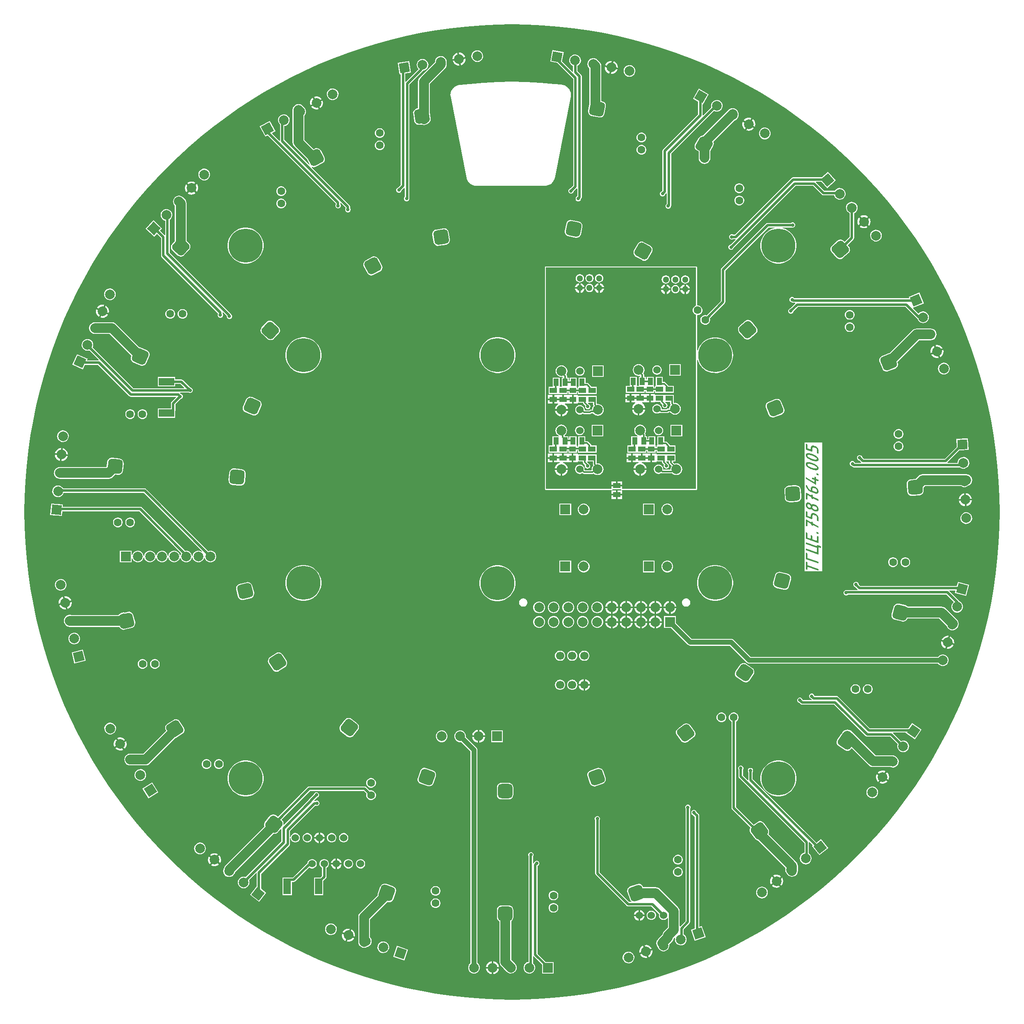
<source format=gtl>
G04*
G04 #@! TF.GenerationSoftware,Altium Limited,Altium Designer,23.11.1 (41)*
G04*
G04 Layer_Physical_Order=1*
G04 Layer_Color=255*
%FSLAX43Y43*%
%MOMM*%
G71*
G04*
G04 #@! TF.SameCoordinates,128D2ADB-0047-4A34-82FD-57E8471D3911*
G04*
G04*
G04 #@! TF.FilePolarity,Positive*
G04*
G01*
G75*
%ADD19C,2.000*%
%ADD21C,1.700*%
%ADD65C,0.203*%
%ADD66R,1.050X1.500*%
%ADD67R,1.400X1.050*%
%ADD68R,1.500X1.050*%
%ADD69R,1.500X3.200*%
%ADD70R,3.200X1.500*%
%ADD71C,0.350*%
%ADD72C,0.500*%
%ADD73C,1.000*%
G04:AMPARAMS|DCode=74|XSize=3mm|YSize=3mm|CornerRadius=0.75mm|HoleSize=0mm|Usage=FLASHONLY|Rotation=202.000|XOffset=0mm|YOffset=0mm|HoleType=Round|Shape=RoundedRectangle|*
%AMROUNDEDRECTD74*
21,1,3.000,1.500,0,0,202.0*
21,1,1.500,3.000,0,0,202.0*
1,1,1.500,-0.976,0.414*
1,1,1.500,0.414,0.976*
1,1,1.500,0.976,-0.414*
1,1,1.500,-0.414,-0.976*
%
%ADD74ROUNDEDRECTD74*%
%ADD75C,1.600*%
%ADD76C,7.000*%
%ADD77C,2.000*%
%ADD78R,2.000X2.000*%
%ADD79P,2.828X4X244.0*%
G04:AMPARAMS|DCode=80|XSize=3mm|YSize=3mm|CornerRadius=0.75mm|HoleSize=0mm|Usage=FLASHONLY|Rotation=14.000|XOffset=0mm|YOffset=0mm|HoleType=Round|Shape=RoundedRectangle|*
%AMROUNDEDRECTD80*
21,1,3.000,1.500,0,0,14.0*
21,1,1.500,3.000,0,0,14.0*
1,1,1.500,0.909,-0.546*
1,1,1.500,-0.546,-0.909*
1,1,1.500,-0.909,0.546*
1,1,1.500,0.546,0.909*
%
%ADD80ROUNDEDRECTD80*%
%ADD81C,1.300*%
%ADD82C,1.524*%
G04:AMPARAMS|DCode=83|XSize=3mm|YSize=3mm|CornerRadius=0.75mm|HoleSize=0mm|Usage=FLASHONLY|Rotation=109.000|XOffset=0mm|YOffset=0mm|HoleType=Round|Shape=RoundedRectangle|*
%AMROUNDEDRECTD83*
21,1,3.000,1.500,0,0,109.0*
21,1,1.500,3.000,0,0,109.0*
1,1,1.500,0.465,0.953*
1,1,1.500,0.953,-0.465*
1,1,1.500,-0.465,-0.953*
1,1,1.500,-0.953,0.465*
%
%ADD83ROUNDEDRECTD83*%
G04:AMPARAMS|DCode=84|XSize=3mm|YSize=3mm|CornerRadius=0.75mm|HoleSize=0mm|Usage=FLASHONLY|Rotation=298.000|XOffset=0mm|YOffset=0mm|HoleType=Round|Shape=RoundedRectangle|*
%AMROUNDEDRECTD84*
21,1,3.000,1.500,0,0,298.0*
21,1,1.500,3.000,0,0,298.0*
1,1,1.500,-0.310,-1.014*
1,1,1.500,-1.014,0.310*
1,1,1.500,0.310,1.014*
1,1,1.500,1.014,-0.310*
%
%ADD84ROUNDEDRECTD84*%
%ADD85P,2.828X4X206.0*%
%ADD86P,2.828X4X281.0*%
%ADD87P,2.828X4X375.0*%
%ADD88P,2.828X4X73.0*%
%ADD89P,2.828X4X92.0*%
G04:AMPARAMS|DCode=90|XSize=3mm|YSize=3mm|CornerRadius=0.75mm|HoleSize=0mm|Usage=FLASHONLY|Rotation=52.000|XOffset=0mm|YOffset=0mm|HoleType=Round|Shape=RoundedRectangle|*
%AMROUNDEDRECTD90*
21,1,3.000,1.500,0,0,52.0*
21,1,1.500,3.000,0,0,52.0*
1,1,1.500,1.053,0.129*
1,1,1.500,0.129,-1.053*
1,1,1.500,-1.053,-0.129*
1,1,1.500,-0.129,1.053*
%
%ADD90ROUNDEDRECTD90*%
G04:AMPARAMS|DCode=91|XSize=3mm|YSize=3mm|CornerRadius=0.75mm|HoleSize=0mm|Usage=FLASHONLY|Rotation=90.000|XOffset=0mm|YOffset=0mm|HoleType=Round|Shape=RoundedRectangle|*
%AMROUNDEDRECTD91*
21,1,3.000,1.500,0,0,90.0*
21,1,1.500,3.000,0,0,90.0*
1,1,1.500,0.750,0.750*
1,1,1.500,0.750,-0.750*
1,1,1.500,-0.750,-0.750*
1,1,1.500,-0.750,0.750*
%
%ADD91ROUNDEDRECTD91*%
G04:AMPARAMS|DCode=92|XSize=3mm|YSize=3mm|CornerRadius=0.75mm|HoleSize=0mm|Usage=FLASHONLY|Rotation=33.000|XOffset=0mm|YOffset=0mm|HoleType=Round|Shape=RoundedRectangle|*
%AMROUNDEDRECTD92*
21,1,3.000,1.500,0,0,33.0*
21,1,1.500,3.000,0,0,33.0*
1,1,1.500,1.037,-0.221*
1,1,1.500,-0.221,-1.037*
1,1,1.500,-1.037,0.221*
1,1,1.500,0.221,1.037*
%
%ADD92ROUNDEDRECTD92*%
G04:AMPARAMS|DCode=93|XSize=3mm|YSize=3mm|CornerRadius=0.75mm|HoleSize=0mm|Usage=FLASHONLY|Rotation=355.000|XOffset=0mm|YOffset=0mm|HoleType=Round|Shape=RoundedRectangle|*
%AMROUNDEDRECTD93*
21,1,3.000,1.500,0,0,355.0*
21,1,1.500,3.000,0,0,355.0*
1,1,1.500,0.682,-0.813*
1,1,1.500,-0.813,-0.682*
1,1,1.500,-0.682,0.813*
1,1,1.500,0.813,0.682*
%
%ADD93ROUNDEDRECTD93*%
G04:AMPARAMS|DCode=94|XSize=3mm|YSize=3mm|CornerRadius=0.75mm|HoleSize=0mm|Usage=FLASHONLY|Rotation=259.000|XOffset=0mm|YOffset=0mm|HoleType=Round|Shape=RoundedRectangle|*
%AMROUNDEDRECTD94*
21,1,3.000,1.500,0,0,259.0*
21,1,1.500,3.000,0,0,259.0*
1,1,1.500,-0.879,-0.593*
1,1,1.500,-0.593,0.879*
1,1,1.500,0.879,0.593*
1,1,1.500,0.593,-0.879*
%
%ADD94ROUNDEDRECTD94*%
G04:AMPARAMS|DCode=95|XSize=3mm|YSize=3mm|CornerRadius=0.75mm|HoleSize=0mm|Usage=FLASHONLY|Rotation=240.000|XOffset=0mm|YOffset=0mm|HoleType=Round|Shape=RoundedRectangle|*
%AMROUNDEDRECTD95*
21,1,3.000,1.500,0,0,240.0*
21,1,1.500,3.000,0,0,240.0*
1,1,1.500,-1.025,-0.275*
1,1,1.500,-0.275,1.025*
1,1,1.500,1.025,0.275*
1,1,1.500,0.275,-1.025*
%
%ADD95ROUNDEDRECTD95*%
G04:AMPARAMS|DCode=96|XSize=3mm|YSize=3mm|CornerRadius=0.75mm|HoleSize=0mm|Usage=FLASHONLY|Rotation=221.000|XOffset=0mm|YOffset=0mm|HoleType=Round|Shape=RoundedRectangle|*
%AMROUNDEDRECTD96*
21,1,3.000,1.500,0,0,221.0*
21,1,1.500,3.000,0,0,221.0*
1,1,1.500,-1.058,0.074*
1,1,1.500,0.074,1.058*
1,1,1.500,1.058,-0.074*
1,1,1.500,-0.074,-1.058*
%
%ADD96ROUNDEDRECTD96*%
G04:AMPARAMS|DCode=97|XSize=3mm|YSize=3mm|CornerRadius=0.75mm|HoleSize=0mm|Usage=FLASHONLY|Rotation=183.000|XOffset=0mm|YOffset=0mm|HoleType=Round|Shape=RoundedRectangle|*
%AMROUNDEDRECTD97*
21,1,3.000,1.500,0,0,183.0*
21,1,1.500,3.000,0,0,183.0*
1,1,1.500,-0.788,0.710*
1,1,1.500,0.710,0.788*
1,1,1.500,0.788,-0.710*
1,1,1.500,-0.710,-0.788*
%
%ADD97ROUNDEDRECTD97*%
G04:AMPARAMS|DCode=98|XSize=3mm|YSize=3mm|CornerRadius=0.75mm|HoleSize=0mm|Usage=FLASHONLY|Rotation=165.000|XOffset=0mm|YOffset=0mm|HoleType=Round|Shape=RoundedRectangle|*
%AMROUNDEDRECTD98*
21,1,3.000,1.500,0,0,165.0*
21,1,1.500,3.000,0,0,165.0*
1,1,1.500,-0.530,0.919*
1,1,1.500,0.919,0.530*
1,1,1.500,0.530,-0.919*
1,1,1.500,-0.919,-0.530*
%
%ADD98ROUNDEDRECTD98*%
G04:AMPARAMS|DCode=99|XSize=3mm|YSize=3mm|CornerRadius=0.75mm|HoleSize=0mm|Usage=FLASHONLY|Rotation=146.000|XOffset=0mm|YOffset=0mm|HoleType=Round|Shape=RoundedRectangle|*
%AMROUNDEDRECTD99*
21,1,3.000,1.500,0,0,146.0*
21,1,1.500,3.000,0,0,146.0*
1,1,1.500,-0.202,1.041*
1,1,1.500,1.041,0.202*
1,1,1.500,0.202,-1.041*
1,1,1.500,-1.041,-0.202*
%
%ADD99ROUNDEDRECTD99*%
G04:AMPARAMS|DCode=100|XSize=3mm|YSize=3mm|CornerRadius=0.75mm|HoleSize=0mm|Usage=FLASHONLY|Rotation=127.000|XOffset=0mm|YOffset=0mm|HoleType=Round|Shape=RoundedRectangle|*
%AMROUNDEDRECTD100*
21,1,3.000,1.500,0,0,127.0*
21,1,1.500,3.000,0,0,127.0*
1,1,1.500,0.148,1.050*
1,1,1.500,1.050,-0.148*
1,1,1.500,-0.148,-1.050*
1,1,1.500,-1.050,0.148*
%
%ADD100ROUNDEDRECTD100*%
G04:AMPARAMS|DCode=101|XSize=3mm|YSize=3mm|CornerRadius=0.75mm|HoleSize=0mm|Usage=FLASHONLY|Rotation=71.000|XOffset=0mm|YOffset=0mm|HoleType=Round|Shape=RoundedRectangle|*
%AMROUNDEDRECTD101*
21,1,3.000,1.500,0,0,71.0*
21,1,1.500,3.000,0,0,71.0*
1,1,1.500,0.953,0.465*
1,1,1.500,0.465,-0.953*
1,1,1.500,-0.953,-0.465*
1,1,1.500,-0.465,0.953*
%
%ADD101ROUNDEDRECTD101*%
%ADD102P,2.828X4X130.0*%
%ADD103P,2.828X4X149.0*%
%ADD104P,2.828X4X168.0*%
%ADD105P,2.828X4X187.0*%
G04:AMPARAMS|DCode=106|XSize=3mm|YSize=3mm|CornerRadius=0.75mm|HoleSize=0mm|Usage=FLASHONLY|Rotation=279.000|XOffset=0mm|YOffset=0mm|HoleType=Round|Shape=RoundedRectangle|*
%AMROUNDEDRECTD106*
21,1,3.000,1.500,0,0,279.0*
21,1,1.500,3.000,0,0,279.0*
1,1,1.500,-0.623,-0.858*
1,1,1.500,-0.858,0.623*
1,1,1.500,0.623,0.858*
1,1,1.500,0.858,-0.623*
%
%ADD106ROUNDEDRECTD106*%
G04:AMPARAMS|DCode=107|XSize=3mm|YSize=3mm|CornerRadius=0.75mm|HoleSize=0mm|Usage=FLASHONLY|Rotation=336.000|XOffset=0mm|YOffset=0mm|HoleType=Round|Shape=RoundedRectangle|*
%AMROUNDEDRECTD107*
21,1,3.000,1.500,0,0,336.0*
21,1,1.500,3.000,0,0,336.0*
1,1,1.500,0.380,-0.990*
1,1,1.500,-0.990,-0.380*
1,1,1.500,-0.380,0.990*
1,1,1.500,0.990,0.380*
%
%ADD107ROUNDEDRECTD107*%
G04:AMPARAMS|DCode=108|XSize=3mm|YSize=3mm|CornerRadius=0.75mm|HoleSize=0mm|Usage=FLASHONLY|Rotation=317.000|XOffset=0mm|YOffset=0mm|HoleType=Round|Shape=RoundedRectangle|*
%AMROUNDEDRECTD108*
21,1,3.000,1.500,0,0,317.0*
21,1,1.500,3.000,0,0,317.0*
1,1,1.500,0.037,-1.060*
1,1,1.500,-1.060,-0.037*
1,1,1.500,-0.037,1.060*
1,1,1.500,1.060,0.037*
%
%ADD108ROUNDEDRECTD108*%
%ADD109P,2.828X4X263.0*%
%ADD110P,2.828X4X300.0*%
%ADD111P,2.828X4X318.0*%
%ADD112P,2.828X4X337.0*%
%ADD113P,2.828X4X356.0*%
%ADD114P,2.828X4X394.0*%
%ADD115P,2.828X4X54.0*%
%ADD116P,2.828X4X111.0*%
%ADD117C,0.700*%
G36*
X3162Y100623D02*
X6321Y100474D01*
X9474Y100226D01*
X12618Y99879D01*
X15749Y99433D01*
X18864Y98890D01*
X21961Y98248D01*
X25036Y97510D01*
X28087Y96675D01*
X31110Y95745D01*
X34102Y94721D01*
X37060Y93603D01*
X39982Y92393D01*
X42864Y91091D01*
X45704Y89700D01*
X48499Y88220D01*
X51247Y86653D01*
X53943Y85001D01*
X56586Y83264D01*
X59174Y81446D01*
X61703Y79547D01*
X64171Y77570D01*
X66576Y75516D01*
X68915Y73387D01*
X71186Y71186D01*
X73387Y68915D01*
X75516Y66576D01*
X77570Y64171D01*
X79547Y61703D01*
X81446Y59174D01*
X83264Y56586D01*
X85001Y53943D01*
X86653Y51247D01*
X88220Y48499D01*
X89700Y45704D01*
X91091Y42864D01*
X92393Y39982D01*
X93603Y37060D01*
X94721Y34102D01*
X95745Y31110D01*
X96675Y28087D01*
X97510Y25036D01*
X98248Y21961D01*
X98890Y18864D01*
X99433Y15749D01*
X99879Y12618D01*
X100226Y9474D01*
X100474Y6321D01*
X100623Y3162D01*
X100673Y0D01*
X100623Y-3162D01*
X100474Y-6321D01*
X100226Y-9474D01*
X99879Y-12618D01*
X99433Y-15749D01*
X98890Y-18864D01*
X98248Y-21961D01*
X97510Y-25036D01*
X96675Y-28087D01*
X95745Y-31110D01*
X94721Y-34102D01*
X93603Y-37060D01*
X92393Y-39982D01*
X91091Y-42864D01*
X89700Y-45704D01*
X88220Y-48499D01*
X86653Y-51247D01*
X85001Y-53943D01*
X83264Y-56586D01*
X81446Y-59174D01*
X79547Y-61703D01*
X77570Y-64171D01*
X75516Y-66576D01*
X73387Y-68915D01*
X71186Y-71186D01*
X68915Y-73387D01*
X66576Y-75516D01*
X64171Y-77570D01*
X61703Y-79547D01*
X59174Y-81446D01*
X56586Y-83264D01*
X53943Y-85001D01*
X51247Y-86653D01*
X48499Y-88220D01*
X45704Y-89700D01*
X42864Y-91091D01*
X39982Y-92393D01*
X37060Y-93603D01*
X34102Y-94721D01*
X31110Y-95745D01*
X28087Y-96675D01*
X25036Y-97510D01*
X21961Y-98248D01*
X18864Y-98890D01*
X15749Y-99433D01*
X12618Y-99879D01*
X9474Y-100226D01*
X6321Y-100474D01*
X3162Y-100623D01*
X0Y-100673D01*
X-3162Y-100623D01*
X-6321Y-100474D01*
X-9474Y-100226D01*
X-12618Y-99879D01*
X-15749Y-99433D01*
X-18864Y-98890D01*
X-21961Y-98248D01*
X-25036Y-97510D01*
X-28087Y-96675D01*
X-31110Y-95745D01*
X-34102Y-94721D01*
X-37060Y-93603D01*
X-39982Y-92393D01*
X-42864Y-91091D01*
X-45704Y-89700D01*
X-48499Y-88220D01*
X-51247Y-86653D01*
X-53943Y-85001D01*
X-56586Y-83264D01*
X-59174Y-81446D01*
X-61703Y-79547D01*
X-64171Y-77570D01*
X-66576Y-75516D01*
X-68915Y-73387D01*
X-71186Y-71186D01*
X-73387Y-68915D01*
X-75516Y-66576D01*
X-77570Y-64171D01*
X-79547Y-61703D01*
X-81446Y-59174D01*
X-83264Y-56586D01*
X-85001Y-53943D01*
X-86653Y-51247D01*
X-88220Y-48499D01*
X-89700Y-45704D01*
X-91091Y-42864D01*
X-92393Y-39982D01*
X-93603Y-37060D01*
X-94721Y-34102D01*
X-95745Y-31110D01*
X-96675Y-28087D01*
X-97510Y-25036D01*
X-98248Y-21961D01*
X-98890Y-18864D01*
X-99433Y-15749D01*
X-99879Y-12618D01*
X-100226Y-9474D01*
X-100474Y-6321D01*
X-100623Y-3162D01*
X-100673Y0D01*
X-100623Y3162D01*
X-100474Y6321D01*
X-100226Y9474D01*
X-99879Y12618D01*
X-99433Y15749D01*
X-98890Y18864D01*
X-98248Y21961D01*
X-97510Y25036D01*
X-96675Y28087D01*
X-95745Y31110D01*
X-94721Y34102D01*
X-93603Y37060D01*
X-92393Y39982D01*
X-91091Y42864D01*
X-89700Y45704D01*
X-88220Y48499D01*
X-86653Y51247D01*
X-85001Y53943D01*
X-83264Y56586D01*
X-81446Y59174D01*
X-79547Y61703D01*
X-77570Y64171D01*
X-75516Y66576D01*
X-73387Y68915D01*
X-71186Y71186D01*
X-68915Y73387D01*
X-66576Y75516D01*
X-64171Y77570D01*
X-61703Y79547D01*
X-59174Y81446D01*
X-56586Y83264D01*
X-53943Y85001D01*
X-51247Y86653D01*
X-48499Y88220D01*
X-45704Y89700D01*
X-42864Y91091D01*
X-39982Y92393D01*
X-37060Y93603D01*
X-34102Y94721D01*
X-31110Y95745D01*
X-28087Y96675D01*
X-25036Y97510D01*
X-21961Y98248D01*
X-18864Y98890D01*
X-15749Y99433D01*
X-12618Y99879D01*
X-9474Y100226D01*
X-6321Y100474D01*
X-3162Y100623D01*
X0Y100673D01*
X3162Y100623D01*
D02*
G37*
%LPC*%
G36*
X-10975Y94882D02*
X-10978Y94882D01*
X-10794Y93721D01*
X-9634Y93905D01*
X-9634Y93908D01*
X-9779Y94232D01*
X-10002Y94509D01*
X-10290Y94718D01*
X-10622Y94845D01*
X-10975Y94882D01*
D02*
G37*
G36*
X-11324Y94827D02*
X-11326Y94827D01*
X-11651Y94682D01*
X-11927Y94458D01*
X-12136Y94171D01*
X-12264Y93839D01*
X-12301Y93485D01*
X-12300Y93483D01*
X-11140Y93666D01*
X-11324Y94827D01*
D02*
G37*
G36*
X-7208Y95327D02*
X-7520Y95278D01*
X-7809Y95149D01*
X-8054Y94950D01*
X-8240Y94695D01*
X-8353Y94400D01*
X-8386Y94085D01*
X-8337Y93773D01*
X-8209Y93485D01*
X-8010Y93239D01*
X-7754Y93053D01*
X-7459Y92940D01*
X-7145Y92907D01*
X-6833Y92957D01*
X-6544Y93085D01*
X-6299Y93284D01*
X-6113Y93540D01*
X-6000Y93835D01*
X-5967Y94149D01*
X-6016Y94461D01*
X-6145Y94749D01*
X-6343Y94995D01*
X-6599Y95181D01*
X-6894Y95294D01*
X-7208Y95327D01*
D02*
G37*
G36*
X-9579Y93559D02*
X-10739Y93376D01*
X-10556Y92215D01*
X-10553Y92215D01*
X-10228Y92360D01*
X-9952Y92584D01*
X-9743Y92871D01*
X-9616Y93203D01*
X-9578Y93557D01*
X-9579Y93559D01*
D02*
G37*
G36*
X-11085Y93321D02*
X-12246Y93137D01*
X-12245Y93134D01*
X-12101Y92810D01*
X-11877Y92533D01*
X-11589Y92324D01*
X-11257Y92197D01*
X-10904Y92160D01*
X-10901Y92160D01*
X-11085Y93321D01*
D02*
G37*
G36*
X20590Y93146D02*
X20236Y93121D01*
X19899Y93006D01*
X19605Y92807D01*
X19372Y92538D01*
X19216Y92219D01*
X19215Y92216D01*
X20369Y91992D01*
X20593Y93146D01*
X20590Y93146D01*
D02*
G37*
G36*
X20936Y93079D02*
X20712Y91925D01*
X21866Y91701D01*
X21866Y91704D01*
X21841Y92058D01*
X21726Y92395D01*
X21527Y92689D01*
X21259Y92922D01*
X20939Y93078D01*
X20936Y93079D01*
D02*
G37*
G36*
X19148Y91873D02*
X19148Y91870D01*
X19173Y91515D01*
X19288Y91179D01*
X19487Y90885D01*
X19755Y90651D01*
X20075Y90496D01*
X20078Y90495D01*
X20302Y91649D01*
X19148Y91873D01*
D02*
G37*
G36*
X20645Y91582D02*
X20421Y90428D01*
X20424Y90428D01*
X20778Y90453D01*
X21115Y90568D01*
X21409Y90767D01*
X21642Y91035D01*
X21798Y91355D01*
X21799Y91358D01*
X20645Y91582D01*
D02*
G37*
G36*
X24321Y92268D02*
X24006Y92246D01*
X23707Y92143D01*
X23445Y91966D01*
X23238Y91728D01*
X23099Y91444D01*
X23039Y91134D01*
X23061Y90819D01*
X23164Y90520D01*
X23340Y90258D01*
X23579Y90051D01*
X23863Y89912D01*
X24173Y89852D01*
X24488Y89874D01*
X24787Y89977D01*
X25049Y90153D01*
X25256Y90392D01*
X25395Y90676D01*
X25455Y90986D01*
X25433Y91301D01*
X25330Y91600D01*
X25153Y91862D01*
X24915Y92069D01*
X24631Y92208D01*
X24321Y92268D01*
D02*
G37*
G36*
X-18497Y93539D02*
X-18810Y93490D01*
X-19098Y93361D01*
X-19344Y93162D01*
X-19529Y92907D01*
X-19643Y92612D01*
X-19676Y92297D01*
X-19626Y91985D01*
X-19498Y91697D01*
X-19299Y91451D01*
X-19298Y91434D01*
X-21913Y88819D01*
X-22040Y88872D01*
Y90548D01*
X-20856Y90735D01*
X-21231Y93106D01*
X-23602Y92730D01*
X-23226Y90360D01*
X-23054Y90387D01*
X-22958Y90305D01*
Y67505D01*
X-23434Y67029D01*
X-23444D01*
X-23647Y66945D01*
X-23801Y66791D01*
X-23885Y66588D01*
Y66370D01*
X-23801Y66167D01*
X-23647Y66013D01*
X-23444Y65929D01*
X-23226D01*
X-23023Y66013D01*
X-22869Y66167D01*
X-22785Y66370D01*
Y66380D01*
X-22235Y66930D01*
X-22108Y66878D01*
Y65131D01*
X-22226Y65013D01*
X-22310Y64810D01*
Y64592D01*
X-22226Y64389D01*
X-22072Y64235D01*
X-21870Y64151D01*
X-21651D01*
X-21449Y64235D01*
X-21294Y64389D01*
X-21210Y64592D01*
Y64711D01*
X-21190Y64812D01*
Y88244D01*
X-18415Y91020D01*
X-18338Y91134D01*
X-18122Y91168D01*
X-17833Y91297D01*
X-17588Y91496D01*
X-17402Y91751D01*
X-17289Y92046D01*
X-17256Y92361D01*
X-17305Y92673D01*
X-17434Y92961D01*
X-17633Y93207D01*
X-17888Y93393D01*
X-18183Y93506D01*
X-18497Y93539D01*
D02*
G37*
G36*
X-6Y88820D02*
X-2933Y88772D01*
X-5858Y88628D01*
X-8777Y88389D01*
X-10687Y88169D01*
X-10711Y88174D01*
X-10734Y88169D01*
X-10734Y88167D01*
X-11000Y88141D01*
X-11399Y88020D01*
X-11766Y87824D01*
X-12087Y87560D01*
X-12351Y87239D01*
X-12547Y86872D01*
X-12668Y86473D01*
X-12709Y86059D01*
X-12697Y85933D01*
X-12697Y85872D01*
X-9369Y68877D01*
X-9322Y68765D01*
X-9285Y68641D01*
X-9089Y68274D01*
X-8825Y67952D01*
X-8503Y67688D01*
X-8136Y67492D01*
X-7738Y67371D01*
X-7478Y67346D01*
X-7469Y67344D01*
X-7469Y67343D01*
X-7447Y67338D01*
X-7442Y67339D01*
X-7344Y67339D01*
X-7344Y67339D01*
X-7344D01*
X-7344Y67339D01*
X6903D01*
X7031Y67365D01*
X7058Y67383D01*
X7194Y67397D01*
X7592Y67517D01*
X7959Y67714D01*
X8281Y67978D01*
X8545Y68299D01*
X8741Y68666D01*
X8800Y68859D01*
X8818Y68904D01*
X12135Y85848D01*
X12151Y85930D01*
X12153Y85971D01*
X12163Y86097D01*
X12165Y86117D01*
X12125Y86531D01*
X12004Y86930D01*
X11808Y87297D01*
X11544Y87618D01*
X11222Y87882D01*
X10855Y88078D01*
X10457Y88199D01*
X10206Y88224D01*
X10203Y88225D01*
Y88225D01*
X10166Y88232D01*
X10152Y88229D01*
X8766Y88389D01*
X5847Y88628D01*
X2922Y88772D01*
X-6Y88820D01*
D02*
G37*
G36*
X-37127Y87459D02*
X-37435Y87388D01*
X-37714Y87240D01*
X-37945Y87024D01*
X-38112Y86756D01*
X-38204Y86454D01*
X-38216Y86138D01*
X-38144Y85830D01*
X-37996Y85552D01*
X-37781Y85320D01*
X-37513Y85153D01*
X-37210Y85061D01*
X-36895Y85050D01*
X-36587Y85121D01*
X-36308Y85269D01*
X-36077Y85484D01*
X-35909Y85752D01*
X-35817Y86055D01*
X-35806Y86370D01*
X-35877Y86678D01*
X-36025Y86957D01*
X-36241Y87188D01*
X-36509Y87356D01*
X-36811Y87448D01*
X-37127Y87459D01*
D02*
G37*
G36*
X-40505Y85821D02*
X-40852Y85741D01*
X-40854Y85740D01*
X-40302Y84702D01*
X-39265Y85254D01*
X-39266Y85256D01*
X-39509Y85516D01*
X-39810Y85705D01*
X-40150Y85809D01*
X-40505Y85821D01*
D02*
G37*
G36*
X-41163Y85576D02*
X-41165Y85574D01*
X-41425Y85332D01*
X-41614Y85030D01*
X-41718Y84690D01*
X-41730Y84335D01*
X-41650Y83989D01*
X-41649Y83986D01*
X-40611Y84538D01*
X-41163Y85576D01*
D02*
G37*
G36*
X-39101Y84945D02*
X-40138Y84393D01*
X-39586Y83356D01*
X-39584Y83357D01*
X-39324Y83600D01*
X-39136Y83901D01*
X-39032Y84241D01*
X-39019Y84596D01*
X-39099Y84943D01*
X-39101Y84945D01*
D02*
G37*
G36*
X-40447Y84229D02*
X-41485Y83677D01*
X-41483Y83675D01*
X-41241Y83415D01*
X-40939Y83227D01*
X-40600Y83123D01*
X-40244Y83110D01*
X-39898Y83190D01*
X-39896Y83192D01*
X-40447Y84229D01*
D02*
G37*
G36*
X38555Y87415D02*
X37355Y85337D01*
X38403Y84731D01*
Y82079D01*
X31181Y74857D01*
X31082Y74709D01*
X31047Y74533D01*
Y66316D01*
X30998Y66267D01*
X30988D01*
X30786Y66183D01*
X30631Y66029D01*
X30547Y65826D01*
Y65608D01*
X30631Y65405D01*
X30786Y65251D01*
X30988Y65167D01*
X31207D01*
X31409Y65251D01*
X31563Y65405D01*
X31647Y65608D01*
Y65618D01*
X31807Y65778D01*
X31898Y65754D01*
X31934Y65729D01*
Y63645D01*
X31929Y63643D01*
X31774Y63489D01*
X31690Y63286D01*
Y63068D01*
X31774Y62865D01*
X31929Y62711D01*
X32131Y62627D01*
X32350D01*
X32552Y62711D01*
X32706Y62865D01*
X32790Y63068D01*
Y63114D01*
X32816Y63154D01*
X32851Y63329D01*
Y73977D01*
X41701Y82827D01*
X41830Y82753D01*
X42135Y82671D01*
X42451D01*
X42757Y82753D01*
X43030Y82911D01*
X43254Y83134D01*
X43412Y83408D01*
X43493Y83713D01*
Y84029D01*
X43412Y84334D01*
X43254Y84608D01*
X43030Y84831D01*
X42757Y84989D01*
X42451Y85071D01*
X42135D01*
X41830Y84989D01*
X41557Y84831D01*
X41333Y84608D01*
X41175Y84334D01*
X41093Y84029D01*
Y83713D01*
X41135Y83558D01*
X39445Y81868D01*
X39406Y81874D01*
X39321Y81924D01*
Y84074D01*
X39431Y84138D01*
X39433Y84137D01*
X40633Y86215D01*
X38555Y87415D01*
D02*
G37*
G36*
X16767Y93724D02*
X16647Y93708D01*
X16526Y93700D01*
X16491Y93688D01*
X16454Y93683D01*
X16342Y93637D01*
X16227Y93597D01*
X16196Y93576D01*
X16162Y93562D01*
X16066Y93488D01*
X15965Y93420D01*
X15941Y93392D01*
X15911Y93370D01*
X15837Y93274D01*
X15758Y93182D01*
X15741Y93149D01*
X15719Y93119D01*
X15672Y93007D01*
X15619Y92898D01*
X15612Y92862D01*
X15598Y92827D01*
X15582Y92707D01*
X15559Y92588D01*
X15561Y92551D01*
X15557Y92514D01*
X15572Y92394D01*
X15581Y92273D01*
X15593Y92237D01*
X15598Y92201D01*
X15644Y92089D01*
X15684Y91974D01*
X15705Y91943D01*
X15719Y91909D01*
X15793Y91812D01*
X15861Y91712D01*
X15889Y91688D01*
X15911Y91658D01*
X15993Y91577D01*
Y84247D01*
X15726Y82876D01*
X15711Y82627D01*
X15761Y82382D01*
X15872Y82158D01*
X16038Y81970D01*
X16247Y81832D01*
X16484Y81753D01*
X17956Y81467D01*
X18206Y81452D01*
X18451Y81501D01*
X18675Y81613D01*
X18862Y81779D01*
X19000Y81987D01*
X19080Y82225D01*
X19366Y83697D01*
X19381Y83947D01*
X19331Y84192D01*
X19220Y84416D01*
X19054Y84603D01*
X18846Y84741D01*
X18608Y84820D01*
X18413Y84858D01*
Y92078D01*
X18372Y92391D01*
X18251Y92683D01*
X18059Y92934D01*
X17623Y93370D01*
X17623Y93370D01*
X17527Y93444D01*
X17435Y93523D01*
X17402Y93539D01*
X17372Y93562D01*
X17260Y93609D01*
X17151Y93662D01*
X17115Y93669D01*
X17080Y93683D01*
X16960Y93699D01*
X16841Y93722D01*
X16804Y93719D01*
X16767Y93724D01*
D02*
G37*
G36*
X49070Y81411D02*
X48715Y81411D01*
X48371Y81319D01*
X48064Y81141D01*
X47812Y80890D01*
X47811Y80887D01*
X48828Y80300D01*
X49416Y81317D01*
X49414Y81319D01*
X49070Y81411D01*
D02*
G37*
G36*
X-14734Y94135D02*
X-15046Y94086D01*
X-15335Y93957D01*
X-15581Y93758D01*
X-15766Y93503D01*
X-15880Y93208D01*
X-15913Y92893D01*
X-15912Y92887D01*
X-19060Y89738D01*
X-19252Y89487D01*
X-19373Y89195D01*
X-19415Y88882D01*
Y83343D01*
X-19603Y83313D01*
X-19843Y83242D01*
X-20056Y83111D01*
X-20228Y82930D01*
X-20348Y82710D01*
X-20406Y82467D01*
X-20400Y82217D01*
X-20165Y80735D01*
X-20094Y80495D01*
X-19963Y80282D01*
X-19782Y80110D01*
X-19562Y79991D01*
X-19319Y79932D01*
X-19069Y79939D01*
X-18667Y80002D01*
X-18517Y79940D01*
X-18204Y79899D01*
X-17891Y79940D01*
X-17599Y80061D01*
X-17368Y80238D01*
X-17347Y80244D01*
X-17134Y80375D01*
X-16962Y80557D01*
X-16843Y80776D01*
X-16784Y81020D01*
X-16791Y81270D01*
X-16994Y82553D01*
Y83190D01*
Y88381D01*
X-13821Y91553D01*
X-13629Y91804D01*
X-13508Y92096D01*
X-13467Y92409D01*
Y92900D01*
X-13508Y93213D01*
X-13629Y93505D01*
X-13821Y93755D01*
X-13847Y93775D01*
X-13870Y93803D01*
X-14125Y93989D01*
X-14420Y94102D01*
X-14734Y94135D01*
D02*
G37*
G36*
X49719Y81142D02*
X49132Y80125D01*
X50149Y79537D01*
X50151Y79540D01*
X50243Y79883D01*
X50243Y80239D01*
X50151Y80582D01*
X49973Y80890D01*
X49721Y81141D01*
X49719Y81142D01*
D02*
G37*
G36*
X47636Y80584D02*
X47635Y80582D01*
X47543Y80239D01*
X47543Y79883D01*
X47635Y79540D01*
X47812Y79232D01*
X48064Y78981D01*
X48066Y78979D01*
X48653Y79997D01*
X47636Y80584D01*
D02*
G37*
G36*
X48957Y79822D02*
X48369Y78804D01*
X48371Y78803D01*
X48715Y78711D01*
X49070Y78711D01*
X49414Y78803D01*
X49721Y78981D01*
X49973Y79232D01*
X49974Y79234D01*
X48957Y79822D01*
D02*
G37*
G36*
X45552Y83368D02*
X45239Y83327D01*
X44947Y83206D01*
X44696Y83013D01*
X39425Y77742D01*
X39425Y77742D01*
X39177Y77709D01*
X38945Y77614D01*
X38747Y77461D01*
X38595Y77263D01*
X37845Y75964D01*
X37749Y75733D01*
X37716Y75485D01*
X37749Y75237D01*
X37845Y75006D01*
X37997Y74807D01*
X38195Y74655D01*
X38523Y74466D01*
Y73083D01*
X38564Y72770D01*
X38685Y72478D01*
X38877Y72227D01*
X39128Y72035D01*
X39420Y71914D01*
X39733Y71873D01*
X40046Y71914D01*
X40338Y72035D01*
X40589Y72227D01*
X40781Y72478D01*
X40902Y72770D01*
X40944Y73083D01*
Y74498D01*
X41553Y75555D01*
X41649Y75786D01*
X41682Y76034D01*
X41649Y76282D01*
X41573Y76466D01*
X45917Y80810D01*
X46056Y80848D01*
X46330Y81006D01*
X46553Y81229D01*
X46711Y81503D01*
X46793Y81808D01*
Y82124D01*
X46742Y82315D01*
X46721Y82471D01*
X46600Y82763D01*
X46408Y83013D01*
X46157Y83206D01*
X45865Y83327D01*
X45552Y83368D01*
D02*
G37*
G36*
X-27173Y79232D02*
X-27436D01*
X-27691Y79164D01*
X-27919Y79032D01*
X-28105Y78846D01*
X-28237Y78618D01*
X-28305Y78363D01*
Y78100D01*
X-28237Y77846D01*
X-28105Y77618D01*
X-27919Y77432D01*
X-27691Y77300D01*
X-27436Y77232D01*
X-27173D01*
X-26919Y77300D01*
X-26691Y77432D01*
X-26505Y77618D01*
X-26373Y77846D01*
X-26305Y78100D01*
Y78363D01*
X-26373Y78618D01*
X-26505Y78846D01*
X-26691Y79032D01*
X-26919Y79164D01*
X-27173Y79232D01*
D02*
G37*
G36*
X52350Y79356D02*
X52034D01*
X51729Y79274D01*
X51455Y79116D01*
X51232Y78893D01*
X51074Y78619D01*
X50992Y78314D01*
Y77998D01*
X51074Y77693D01*
X51232Y77419D01*
X51455Y77196D01*
X51729Y77038D01*
X52034Y76956D01*
X52350D01*
X52655Y77038D01*
X52929Y77196D01*
X53152Y77419D01*
X53310Y77693D01*
X53392Y77998D01*
Y78314D01*
X53310Y78619D01*
X53152Y78893D01*
X52929Y79116D01*
X52655Y79274D01*
X52350Y79356D01*
D02*
G37*
G36*
X26860Y78325D02*
X26597D01*
X26342Y78257D01*
X26114Y78125D01*
X25928Y77939D01*
X25797Y77711D01*
X25728Y77456D01*
Y77193D01*
X25797Y76939D01*
X25928Y76711D01*
X26114Y76525D01*
X26342Y76393D01*
X26597Y76325D01*
X26860D01*
X27114Y76393D01*
X27342Y76525D01*
X27529Y76711D01*
X27660Y76939D01*
X27728Y77193D01*
Y77456D01*
X27660Y77711D01*
X27529Y77939D01*
X27342Y78125D01*
X27114Y78257D01*
X26860Y78325D01*
D02*
G37*
G36*
X-27173Y76692D02*
X-27436D01*
X-27691Y76624D01*
X-27919Y76492D01*
X-28105Y76306D01*
X-28237Y76078D01*
X-28305Y75823D01*
Y75560D01*
X-28237Y75306D01*
X-28105Y75078D01*
X-27919Y74892D01*
X-27691Y74760D01*
X-27436Y74692D01*
X-27173D01*
X-26919Y74760D01*
X-26691Y74892D01*
X-26505Y75078D01*
X-26373Y75306D01*
X-26305Y75560D01*
Y75823D01*
X-26373Y76078D01*
X-26505Y76306D01*
X-26691Y76492D01*
X-26919Y76624D01*
X-27173Y76692D01*
D02*
G37*
G36*
X26860Y75785D02*
X26597D01*
X26342Y75717D01*
X26114Y75585D01*
X25928Y75399D01*
X25797Y75171D01*
X25728Y74916D01*
Y74653D01*
X25797Y74399D01*
X25928Y74171D01*
X26114Y73985D01*
X26342Y73853D01*
X26597Y73785D01*
X26860D01*
X27114Y73853D01*
X27342Y73985D01*
X27529Y74171D01*
X27660Y74399D01*
X27728Y74653D01*
Y74916D01*
X27660Y75171D01*
X27529Y75399D01*
X27342Y75585D01*
X27114Y75717D01*
X26860Y75785D01*
D02*
G37*
G36*
X-44097Y84239D02*
X-44410Y84197D01*
X-44702Y84077D01*
X-44953Y83884D01*
X-45145Y83634D01*
X-45266Y83342D01*
X-45307Y83028D01*
Y82677D01*
Y76319D01*
X-45266Y76006D01*
X-45145Y75714D01*
X-44953Y75463D01*
X-42402Y72912D01*
X-41806Y71791D01*
X-41909Y71715D01*
X-46993Y76799D01*
Y79678D01*
X-46987Y79684D01*
X-46679Y79755D01*
X-46400Y79903D01*
X-46169Y80118D01*
X-46001Y80386D01*
X-45909Y80689D01*
X-45898Y81004D01*
X-45969Y81312D01*
X-46117Y81591D01*
X-46333Y81822D01*
X-46601Y81990D01*
X-46903Y82082D01*
X-47219Y82093D01*
X-47527Y82022D01*
X-47806Y81874D01*
X-48037Y81658D01*
X-48204Y81390D01*
X-48297Y81088D01*
X-48308Y80772D01*
X-48237Y80464D01*
X-48088Y80185D01*
X-47911Y79995D01*
Y76694D01*
X-48038Y76641D01*
X-49523Y78127D01*
X-49504Y78252D01*
X-48844Y78603D01*
X-49971Y80723D01*
X-52090Y79596D01*
X-50963Y77477D01*
X-50446Y77752D01*
X-36367Y63673D01*
Y63547D01*
X-36374Y63539D01*
X-36458Y63337D01*
Y63118D01*
X-36374Y62916D01*
X-36220Y62762D01*
X-36017Y62678D01*
X-35799D01*
X-35596Y62762D01*
X-35442Y62916D01*
X-35358Y63118D01*
Y63337D01*
X-35442Y63539D01*
X-35449Y63547D01*
Y63778D01*
X-35322Y63830D01*
X-34335Y62843D01*
Y62759D01*
X-34342Y62752D01*
X-34426Y62550D01*
Y62331D01*
X-34342Y62129D01*
X-34188Y61974D01*
X-33985Y61890D01*
X-33767D01*
X-33564Y61974D01*
X-33410Y62129D01*
X-33326Y62331D01*
Y62550D01*
X-33410Y62752D01*
X-33417Y62759D01*
Y63033D01*
X-33452Y63208D01*
X-33552Y63357D01*
X-41352Y71158D01*
X-41279Y71264D01*
X-41185Y71222D01*
X-40939Y71180D01*
X-40690Y71204D01*
X-40455Y71292D01*
X-39131Y71996D01*
X-38927Y72141D01*
X-38768Y72334D01*
X-38664Y72562D01*
X-38623Y72809D01*
X-38647Y73058D01*
X-38735Y73292D01*
X-39439Y74616D01*
X-39584Y74820D01*
X-39777Y74979D01*
X-40005Y75083D01*
X-40251Y75124D01*
X-40500Y75100D01*
X-40735Y75013D01*
X-40959Y74893D01*
X-42887Y76820D01*
Y81831D01*
X-42805Y81907D01*
X-42637Y82175D01*
X-42545Y82477D01*
X-42534Y82793D01*
X-42605Y83101D01*
X-42753Y83380D01*
X-42969Y83611D01*
X-43089Y83686D01*
X-43241Y83884D01*
X-43492Y84077D01*
X-43784Y84197D01*
X-44097Y84239D01*
D02*
G37*
G36*
X-63442Y70877D02*
X-63758Y70866D01*
X-64060Y70774D01*
X-64328Y70606D01*
X-64544Y70375D01*
X-64692Y70096D01*
X-64763Y69788D01*
X-64752Y69472D01*
X-64660Y69170D01*
X-64492Y68902D01*
X-64261Y68687D01*
X-63982Y68538D01*
X-63674Y68467D01*
X-63359Y68478D01*
X-63056Y68571D01*
X-62788Y68738D01*
X-62573Y68969D01*
X-62425Y69248D01*
X-62354Y69556D01*
X-62365Y69872D01*
X-62457Y70174D01*
X-62624Y70442D01*
X-62856Y70658D01*
X-63134Y70806D01*
X-63442Y70877D01*
D02*
G37*
G36*
X-66026Y68241D02*
X-66382Y68229D01*
X-66721Y68125D01*
X-67023Y67936D01*
X-67025Y67934D01*
X-66165Y67133D01*
X-65364Y67992D01*
X-65366Y67994D01*
X-65680Y68161D01*
X-66026Y68241D01*
D02*
G37*
G36*
X65274Y70258D02*
X63952Y69109D01*
X58034D01*
X57858Y69074D01*
X57709Y68975D01*
X45995Y57260D01*
X45691D01*
X45684Y57268D01*
X45481Y57352D01*
X45263D01*
X45060Y57268D01*
X44906Y57113D01*
X44822Y56911D01*
Y56692D01*
X44906Y56490D01*
X45060Y56335D01*
X45263Y56252D01*
X45481D01*
X45684Y56335D01*
X45691Y56343D01*
X46100D01*
X46152Y56216D01*
X45154Y55218D01*
X45136D01*
X44933Y55134D01*
X44779Y54980D01*
X44695Y54777D01*
Y54559D01*
X44779Y54356D01*
X44933Y54202D01*
X45136Y54118D01*
X45354D01*
X45557Y54202D01*
X45711Y54356D01*
X45795Y54559D01*
Y54561D01*
X58576Y67342D01*
X62174D01*
X63999Y65517D01*
X64147Y65417D01*
X64323Y65382D01*
X66492D01*
X66507Y65306D01*
X66646Y65022D01*
X66853Y64783D01*
X67115Y64606D01*
X67414Y64504D01*
X67729Y64482D01*
X68039Y64542D01*
X68323Y64680D01*
X68562Y64888D01*
X68738Y65150D01*
X68841Y65448D01*
X68863Y65764D01*
X68803Y66074D01*
X68665Y66358D01*
X68457Y66596D01*
X68195Y66773D01*
X67897Y66876D01*
X67581Y66898D01*
X67271Y66837D01*
X66987Y66699D01*
X66749Y66492D01*
X66620Y66300D01*
X64513D01*
X62749Y68065D01*
X62801Y68192D01*
X63890D01*
X65037Y66872D01*
X66849Y68447D01*
X65274Y70258D01*
D02*
G37*
G36*
X-65108Y67754D02*
X-65909Y66894D01*
X-65050Y66093D01*
X-65048Y66095D01*
X-64881Y66409D01*
X-64801Y66755D01*
X-64814Y67110D01*
X-64918Y67450D01*
X-65106Y67752D01*
X-65108Y67754D01*
D02*
G37*
G36*
X-67263Y67678D02*
X-67265Y67676D01*
X-67432Y67363D01*
X-67512Y67016D01*
X-67500Y66661D01*
X-67396Y66321D01*
X-67207Y66020D01*
X-67205Y66018D01*
X-66404Y66877D01*
X-67263Y67678D01*
D02*
G37*
G36*
X47053Y67860D02*
X46790D01*
X46535Y67792D01*
X46307Y67660D01*
X46121Y67474D01*
X45990Y67246D01*
X45921Y66992D01*
Y66728D01*
X45990Y66474D01*
X46121Y66246D01*
X46307Y66060D01*
X46535Y65928D01*
X46790Y65860D01*
X47053D01*
X47307Y65928D01*
X47535Y66060D01*
X47722Y66246D01*
X47853Y66474D01*
X47921Y66728D01*
Y66992D01*
X47853Y67246D01*
X47722Y67474D01*
X47535Y67660D01*
X47307Y67792D01*
X47053Y67860D01*
D02*
G37*
G36*
X-66148Y66638D02*
X-66950Y65779D01*
X-66948Y65777D01*
X-66634Y65610D01*
X-66287Y65530D01*
X-65932Y65543D01*
X-65592Y65647D01*
X-65291Y65835D01*
X-65289Y65837D01*
X-66148Y66638D01*
D02*
G37*
G36*
X-47519Y67243D02*
X-47782D01*
X-48036Y67175D01*
X-48264Y67043D01*
X-48450Y66857D01*
X-48582Y66629D01*
X-48650Y66375D01*
Y66111D01*
X-48582Y65857D01*
X-48450Y65629D01*
X-48264Y65443D01*
X-48036Y65311D01*
X-47782Y65243D01*
X-47519D01*
X-47264Y65311D01*
X-47036Y65443D01*
X-46850Y65629D01*
X-46718Y65857D01*
X-46650Y66111D01*
Y66375D01*
X-46718Y66629D01*
X-46850Y66857D01*
X-47036Y67043D01*
X-47264Y67175D01*
X-47519Y67243D01*
D02*
G37*
G36*
X8338Y95375D02*
X7880Y93019D01*
X9319Y92739D01*
X12630Y89428D01*
Y67380D01*
X12075Y66826D01*
X12065D01*
X11863Y66742D01*
X11708Y66587D01*
X11624Y66385D01*
Y66166D01*
X11708Y65964D01*
X11863Y65810D01*
X12065Y65726D01*
X12284D01*
X12486Y65810D01*
X12640Y65964D01*
X12724Y66166D01*
Y66177D01*
X13353Y66806D01*
X13480Y66753D01*
Y65216D01*
X13361Y65167D01*
X13207Y65013D01*
X13123Y64810D01*
Y64592D01*
X13207Y64389D01*
X13361Y64235D01*
X13563Y64151D01*
X13782D01*
X13984Y64235D01*
X14139Y64389D01*
X14223Y64592D01*
Y64602D01*
X14263Y64642D01*
X14362Y64791D01*
X14397Y64967D01*
Y89970D01*
X14362Y90146D01*
X14263Y90295D01*
X13522Y91036D01*
Y92142D01*
X13567Y92158D01*
X13829Y92334D01*
X14036Y92573D01*
X14175Y92857D01*
X14235Y93167D01*
X14213Y93482D01*
X14110Y93781D01*
X13934Y94043D01*
X13695Y94250D01*
X13411Y94389D01*
X13101Y94449D01*
X12786Y94427D01*
X12487Y94324D01*
X12225Y94147D01*
X12018Y93909D01*
X11879Y93625D01*
X11819Y93315D01*
X11841Y93000D01*
X11944Y92701D01*
X12120Y92439D01*
X12359Y92232D01*
X12604Y92112D01*
Y90931D01*
X12477Y90878D01*
X10327Y93029D01*
X10694Y94917D01*
X8338Y95375D01*
D02*
G37*
G36*
X47053Y65320D02*
X46790D01*
X46535Y65252D01*
X46307Y65120D01*
X46121Y64934D01*
X45990Y64706D01*
X45921Y64452D01*
Y64188D01*
X45990Y63934D01*
X46121Y63706D01*
X46307Y63520D01*
X46535Y63388D01*
X46790Y63320D01*
X47053D01*
X47307Y63388D01*
X47535Y63520D01*
X47722Y63706D01*
X47853Y63934D01*
X47921Y64188D01*
Y64452D01*
X47853Y64706D01*
X47722Y64934D01*
X47535Y65120D01*
X47307Y65252D01*
X47053Y65320D01*
D02*
G37*
G36*
X-47519Y64703D02*
X-47782D01*
X-48036Y64635D01*
X-48264Y64503D01*
X-48450Y64317D01*
X-48582Y64089D01*
X-48650Y63835D01*
Y63571D01*
X-48582Y63317D01*
X-48450Y63089D01*
X-48264Y62903D01*
X-48036Y62771D01*
X-47782Y62703D01*
X-47519D01*
X-47264Y62771D01*
X-47036Y62903D01*
X-46850Y63089D01*
X-46718Y63317D01*
X-46650Y63571D01*
Y63835D01*
X-46718Y64089D01*
X-46850Y64317D01*
X-47036Y64503D01*
X-47264Y64635D01*
X-47519Y64703D01*
D02*
G37*
G36*
X72571Y61298D02*
X72222Y61230D01*
X71903Y61074D01*
X71901Y61072D01*
X72672Y60186D01*
X73558Y60957D01*
X73557Y60959D01*
X73262Y61157D01*
X72926Y61273D01*
X72571Y61298D01*
D02*
G37*
G36*
X71637Y60843D02*
X71635Y60841D01*
X71436Y60546D01*
X71320Y60210D01*
X71295Y59856D01*
X71363Y59507D01*
X71519Y59187D01*
X71521Y59185D01*
X72408Y59956D01*
X71637Y60843D01*
D02*
G37*
G36*
X73788Y60692D02*
X72901Y59922D01*
X73672Y59035D01*
X73674Y59036D01*
X73873Y59331D01*
X73989Y59667D01*
X74013Y60022D01*
X73946Y60371D01*
X73790Y60690D01*
X73788Y60692D01*
D02*
G37*
G36*
X58047Y59808D02*
X57828D01*
X57626Y59724D01*
X57568Y59666D01*
X52807D01*
X52632Y59631D01*
X52483Y59532D01*
X43262Y50311D01*
X43163Y50162D01*
X43128Y49987D01*
Y43552D01*
X40193Y40617D01*
X40140Y40639D01*
X39878Y40671D01*
X39618Y40634D01*
X39375Y40531D01*
X39168Y40369D01*
X39009Y40159D01*
X38911Y39915D01*
X38878Y39654D01*
X38915Y39393D01*
X39018Y39150D01*
X39180Y38943D01*
X39390Y38785D01*
X39634Y38686D01*
X39896Y38654D01*
X40157Y38690D01*
X40399Y38793D01*
X40606Y38955D01*
X40765Y39166D01*
X40864Y39410D01*
X40896Y39671D01*
X40859Y39932D01*
X40843Y39970D01*
X43911Y43038D01*
X44010Y43186D01*
X44045Y43362D01*
Y49797D01*
X52997Y58748D01*
X54202D01*
X54212Y58621D01*
X54134Y58609D01*
X53580Y58429D01*
X53061Y58165D01*
X52590Y57822D01*
X52178Y57410D01*
X51835Y56939D01*
X51571Y56420D01*
X51391Y55866D01*
X51300Y55291D01*
Y54709D01*
X51391Y54134D01*
X51571Y53580D01*
X51835Y53061D01*
X52178Y52590D01*
X52590Y52178D01*
X53061Y51835D01*
X53580Y51571D01*
X54134Y51391D01*
X54709Y51300D01*
X55291D01*
X55866Y51391D01*
X56420Y51571D01*
X56939Y51835D01*
X57410Y52178D01*
X57822Y52590D01*
X58165Y53061D01*
X58429Y53580D01*
X58609Y54134D01*
X58700Y54709D01*
Y55291D01*
X58609Y55866D01*
X58429Y56420D01*
X58165Y56939D01*
X57822Y57410D01*
X57410Y57822D01*
X56939Y58165D01*
X56420Y58429D01*
X55866Y58609D01*
X55788Y58621D01*
X55798Y58748D01*
X57731D01*
X57828Y58708D01*
X58047D01*
X58249Y58792D01*
X58404Y58946D01*
X58488Y59149D01*
Y59367D01*
X58404Y59570D01*
X58249Y59724D01*
X58047Y59808D01*
D02*
G37*
G36*
X72637Y59692D02*
X71750Y58921D01*
X71752Y58919D01*
X72047Y58720D01*
X72383Y58604D01*
X72738Y58580D01*
X73086Y58647D01*
X73406Y58803D01*
X73408Y58805D01*
X72637Y59692D01*
D02*
G37*
G36*
X-71238Y62518D02*
X-71553Y62507D01*
X-71856Y62414D01*
X-72123Y62247D01*
X-72339Y62016D01*
X-72487Y61737D01*
X-72558Y61429D01*
X-72547Y61113D01*
X-72455Y60811D01*
X-72288Y60543D01*
X-72056Y60327D01*
X-71777Y60179D01*
X-71594Y60137D01*
Y57199D01*
X-71721Y57146D01*
X-72693Y58117D01*
X-72256Y58586D01*
X-74011Y60222D01*
X-75648Y58467D01*
X-73893Y56830D01*
X-73381Y57379D01*
X-73254Y57381D01*
X-72444Y56572D01*
Y52925D01*
X-72410Y52749D01*
X-72310Y52601D01*
X-60685Y40976D01*
X-60766Y40782D01*
Y40563D01*
X-60682Y40361D01*
X-60527Y40206D01*
X-60325Y40123D01*
X-60106D01*
X-59904Y40206D01*
X-59750Y40361D01*
X-59666Y40563D01*
Y40782D01*
X-59750Y40984D01*
X-59757Y40992D01*
Y41138D01*
X-59716Y41169D01*
X-59636Y41196D01*
X-58912Y40472D01*
Y40284D01*
X-58828Y40082D01*
X-58673Y39927D01*
X-58471Y39843D01*
X-58252D01*
X-58050Y39927D01*
X-57895Y40082D01*
X-57812Y40284D01*
Y40503D01*
X-57895Y40705D01*
X-57939Y40748D01*
X-58037Y40895D01*
X-70677Y53535D01*
Y60321D01*
X-70584Y60379D01*
X-70368Y60610D01*
X-70220Y60889D01*
X-70149Y61197D01*
X-70160Y61513D01*
X-70252Y61815D01*
X-70420Y62083D01*
X-70651Y62298D01*
X-70930Y62446D01*
X-71238Y62518D01*
D02*
G37*
G36*
X12059Y60287D02*
X11814Y60237D01*
X11590Y60125D01*
X11402Y59959D01*
X11264Y59751D01*
X11185Y59514D01*
X10899Y58041D01*
X10883Y57792D01*
X10933Y57546D01*
X11045Y57323D01*
X11211Y57135D01*
X11419Y56997D01*
X11656Y56918D01*
X13129Y56632D01*
X13379Y56616D01*
X13624Y56666D01*
X13848Y56778D01*
X14035Y56944D01*
X14173Y57152D01*
X14252Y57389D01*
X14539Y58862D01*
X14554Y59111D01*
X14504Y59357D01*
X14392Y59580D01*
X14227Y59768D01*
X14018Y59906D01*
X13781Y59985D01*
X12308Y60271D01*
X12059Y60287D01*
D02*
G37*
G36*
X75080Y58271D02*
X74770Y58211D01*
X74486Y58073D01*
X74247Y57865D01*
X74071Y57603D01*
X73968Y57305D01*
X73946Y56989D01*
X74006Y56679D01*
X74145Y56395D01*
X74352Y56157D01*
X74614Y55980D01*
X74913Y55877D01*
X75228Y55855D01*
X75538Y55916D01*
X75822Y56054D01*
X76060Y56261D01*
X76237Y56523D01*
X76340Y56822D01*
X76362Y57137D01*
X76302Y57447D01*
X76163Y57731D01*
X75956Y57970D01*
X75694Y58146D01*
X75395Y58249D01*
X75080Y58271D01*
D02*
G37*
G36*
X70081Y64022D02*
X69771Y63962D01*
X69487Y63824D01*
X69248Y63616D01*
X69072Y63354D01*
X68969Y63056D01*
X68947Y62740D01*
X69007Y62430D01*
X69146Y62146D01*
X69353Y61908D01*
X69615Y61731D01*
X69696Y61703D01*
Y56805D01*
X68739Y55848D01*
X68612Y55852D01*
X68561Y55911D01*
X68374Y56077D01*
X68150Y56188D01*
X67905Y56238D01*
X67655Y56223D01*
X67418Y56143D01*
X67210Y56005D01*
X66077Y55021D01*
X65912Y54834D01*
X65800Y54610D01*
X65750Y54365D01*
X65766Y54115D01*
X65845Y53878D01*
X65983Y53670D01*
X66967Y52537D01*
X67154Y52372D01*
X67378Y52260D01*
X67623Y52210D01*
X67873Y52226D01*
X68110Y52305D01*
X68319Y52443D01*
X69451Y53427D01*
X69617Y53614D01*
X69728Y53838D01*
X69778Y54083D01*
X69763Y54333D01*
X69683Y54570D01*
X69545Y54779D01*
X69277Y55088D01*
X70479Y56290D01*
X70579Y56439D01*
X70614Y56615D01*
Y61703D01*
X70823Y61805D01*
X71061Y62012D01*
X71238Y62274D01*
X71341Y62573D01*
X71363Y62888D01*
X71303Y63198D01*
X71164Y63482D01*
X70957Y63721D01*
X70695Y63897D01*
X70396Y64000D01*
X70081Y64022D01*
D02*
G37*
G36*
X-13914Y58566D02*
X-14164Y58559D01*
X-15645Y58325D01*
X-15885Y58254D01*
X-16098Y58123D01*
X-16271Y57941D01*
X-16390Y57722D01*
X-16448Y57478D01*
X-16442Y57228D01*
X-16207Y55747D01*
X-16136Y55507D01*
X-16005Y55294D01*
X-15824Y55121D01*
X-15604Y55002D01*
X-15361Y54944D01*
X-15111Y54950D01*
X-13629Y55185D01*
X-13390Y55256D01*
X-13176Y55387D01*
X-13004Y55568D01*
X-12885Y55788D01*
X-12826Y56031D01*
X-12833Y56281D01*
X-13068Y57763D01*
X-13139Y58003D01*
X-13269Y58216D01*
X-13451Y58388D01*
X-13671Y58507D01*
X-13914Y58566D01*
D02*
G37*
G36*
X-68755Y65310D02*
X-68855Y65296D01*
X-68955Y65293D01*
X-69011Y65276D01*
X-69068Y65268D01*
X-69161Y65230D01*
X-69257Y65201D01*
X-69307Y65170D01*
X-69360Y65147D01*
X-69440Y65086D01*
X-69525Y65033D01*
X-69565Y64991D01*
X-69611Y64955D01*
X-69672Y64875D01*
X-69741Y64802D01*
X-69768Y64751D01*
X-69803Y64704D01*
X-69842Y64612D01*
X-69889Y64523D01*
X-69902Y64466D01*
X-69924Y64412D01*
X-69937Y64313D01*
X-69960Y64215D01*
X-69958Y64157D01*
X-69966Y64099D01*
X-69952Y64000D01*
X-69949Y63899D01*
X-69932Y63844D01*
X-69924Y63786D01*
X-69886Y63693D01*
X-69857Y63597D01*
X-69826Y63548D01*
X-69803Y63494D01*
X-69742Y63414D01*
X-69689Y63329D01*
X-69647Y63290D01*
X-69614Y63247D01*
Y55961D01*
X-70164Y55371D01*
X-70309Y55167D01*
X-70397Y54933D01*
X-70421Y54684D01*
X-70380Y54437D01*
X-70276Y54210D01*
X-70117Y54017D01*
X-69020Y52994D01*
X-68816Y52849D01*
X-68582Y52761D01*
X-68333Y52737D01*
X-68086Y52778D01*
X-67858Y52882D01*
X-67665Y53041D01*
X-66642Y54138D01*
X-66497Y54342D01*
X-66410Y54576D01*
X-66386Y54825D01*
X-66427Y55072D01*
X-66531Y55299D01*
X-66690Y55492D01*
X-67193Y55962D01*
Y63747D01*
X-67234Y64061D01*
X-67355Y64352D01*
X-67547Y64603D01*
X-67899Y64955D01*
X-67899Y64955D01*
X-67979Y65016D01*
X-68052Y65085D01*
X-68104Y65112D01*
X-68150Y65147D01*
X-68243Y65186D01*
X-68331Y65233D01*
X-68388Y65246D01*
X-68442Y65268D01*
X-68541Y65281D01*
X-68639Y65304D01*
X-68697Y65302D01*
X-68755Y65310D01*
D02*
G37*
G36*
X26775Y55832D02*
X26527Y55799D01*
X26295Y55703D01*
X26097Y55551D01*
X25945Y55352D01*
X25195Y54053D01*
X25099Y53822D01*
X25066Y53574D01*
X25099Y53326D01*
X25195Y53095D01*
X25347Y52897D01*
X25545Y52745D01*
X26845Y51995D01*
X27076Y51899D01*
X27324Y51866D01*
X27572Y51899D01*
X27803Y51995D01*
X28001Y52147D01*
X28153Y52345D01*
X28903Y53644D01*
X28999Y53875D01*
X29032Y54123D01*
X28999Y54371D01*
X28903Y54602D01*
X28751Y54801D01*
X28553Y54953D01*
X27254Y55703D01*
X27023Y55799D01*
X26775Y55832D01*
D02*
G37*
G36*
X-54709Y58700D02*
X-55291D01*
X-55866Y58609D01*
X-56420Y58429D01*
X-56939Y58165D01*
X-57410Y57822D01*
X-57822Y57410D01*
X-58165Y56939D01*
X-58429Y56420D01*
X-58609Y55866D01*
X-58700Y55291D01*
Y54709D01*
X-58609Y54134D01*
X-58429Y53580D01*
X-58165Y53061D01*
X-57822Y52590D01*
X-57410Y52178D01*
X-56939Y51835D01*
X-56420Y51571D01*
X-55866Y51391D01*
X-55291Y51300D01*
X-54709D01*
X-54134Y51391D01*
X-53580Y51571D01*
X-53061Y51835D01*
X-52590Y52178D01*
X-52178Y52590D01*
X-51835Y53061D01*
X-51571Y53580D01*
X-51391Y54134D01*
X-51300Y54709D01*
Y55291D01*
X-51391Y55866D01*
X-51571Y56420D01*
X-51835Y56939D01*
X-52178Y57410D01*
X-52590Y57822D01*
X-53061Y58165D01*
X-53580Y58429D01*
X-54134Y58609D01*
X-54709Y58700D01*
D02*
G37*
G36*
X-28374Y52786D02*
X-28623Y52762D01*
X-28857Y52674D01*
X-30181Y51970D01*
X-30385Y51824D01*
X-30544Y51631D01*
X-30648Y51404D01*
X-30689Y51157D01*
X-30665Y50908D01*
X-30578Y50674D01*
X-29873Y49349D01*
X-29728Y49146D01*
X-29535Y48987D01*
X-29308Y48883D01*
X-29061Y48842D01*
X-28812Y48866D01*
X-28578Y48953D01*
X-27253Y49657D01*
X-27050Y49803D01*
X-26890Y49996D01*
X-26787Y50223D01*
X-26745Y50470D01*
X-26769Y50719D01*
X-26857Y50953D01*
X-27561Y52278D01*
X-27706Y52481D01*
X-27899Y52640D01*
X-28127Y52744D01*
X-28374Y52786D01*
D02*
G37*
G36*
X84118Y45305D02*
X81893Y44406D01*
X81965Y44226D01*
X81894Y44120D01*
X58315D01*
X58310Y44134D01*
X58155Y44288D01*
X57953Y44372D01*
X57734D01*
X57532Y44288D01*
X57377Y44134D01*
X57293Y43932D01*
Y43713D01*
X57377Y43511D01*
X57532Y43356D01*
X57734Y43272D01*
X57777D01*
X57828Y43238D01*
X58004Y43203D01*
X58427D01*
X58480Y43076D01*
X57465Y42061D01*
X57455D01*
X57252Y41977D01*
X57098Y41822D01*
X57014Y41620D01*
Y41401D01*
X57098Y41199D01*
X57252Y41045D01*
X57455Y40961D01*
X57673D01*
X57876Y41045D01*
X58030Y41199D01*
X58114Y41401D01*
Y41412D01*
X59055Y42353D01*
X81219D01*
X83729Y39843D01*
X83739Y39837D01*
X83829Y39614D01*
X84019Y39362D01*
X84268Y39167D01*
X84558Y39044D01*
X84871Y39000D01*
X85185Y39038D01*
X85478Y39157D01*
X85730Y39347D01*
X85925Y39596D01*
X86048Y39887D01*
X86092Y40200D01*
X86054Y40513D01*
X85935Y40806D01*
X85745Y41059D01*
X85496Y41253D01*
X85205Y41377D01*
X84893Y41420D01*
X84579Y41382D01*
X84286Y41264D01*
X84034Y41073D01*
X83988Y41016D01*
X83862Y41008D01*
X82807Y42063D01*
X82846Y42203D01*
X85017Y43080D01*
X84118Y45305D01*
D02*
G37*
G36*
X-82975Y46143D02*
X-83289Y46110D01*
X-83584Y45997D01*
X-83840Y45811D01*
X-84039Y45566D01*
X-84167Y45277D01*
X-84217Y44965D01*
X-84184Y44651D01*
X-84071Y44356D01*
X-83885Y44100D01*
X-83639Y43901D01*
X-83351Y43773D01*
X-83039Y43723D01*
X-82724Y43757D01*
X-82429Y43870D01*
X-82174Y44055D01*
X-81975Y44301D01*
X-81846Y44590D01*
X-81797Y44902D01*
X-81830Y45216D01*
X-81943Y45511D01*
X-82129Y45767D01*
X-82375Y45965D01*
X-82663Y46094D01*
X-82975Y46143D01*
D02*
G37*
G36*
X-84521Y42814D02*
X-84874Y42777D01*
X-85206Y42649D01*
X-85494Y42440D01*
X-85718Y42164D01*
X-85719Y42162D01*
X-84645Y41684D01*
X-84167Y42757D01*
X-84170Y42758D01*
X-84521Y42814D01*
D02*
G37*
G36*
X-83848Y42615D02*
X-84326Y41541D01*
X-83252Y41064D01*
X-83251Y41066D01*
X-83195Y41417D01*
X-83233Y41771D01*
X-83360Y42103D01*
X-83569Y42390D01*
X-83845Y42614D01*
X-83848Y42615D01*
D02*
G37*
G36*
X38000Y50704D02*
X7000D01*
X6922Y50688D01*
X6856Y50644D01*
X6812Y50578D01*
X6796Y50500D01*
Y4750D01*
X6812Y4672D01*
X6856Y4606D01*
X6922Y4562D01*
X7000Y4546D01*
X20425D01*
X20488Y4465D01*
X20500Y4450D01*
X20500Y4419D01*
X20500D01*
Y3750D01*
X21600D01*
X22700D01*
Y4419D01*
X22700D01*
X22700Y4450D01*
X22711Y4465D01*
X22775Y4546D01*
X38000D01*
X38078Y4562D01*
X38144Y4606D01*
X38188Y4672D01*
X38204Y4750D01*
Y31495D01*
X38331Y31505D01*
X38331Y31504D01*
X38511Y30950D01*
X38775Y30431D01*
X39118Y29960D01*
X39530Y29548D01*
X40001Y29205D01*
X40520Y28941D01*
X41074Y28761D01*
X41649Y28670D01*
X42231D01*
X42806Y28761D01*
X43360Y28941D01*
X43879Y29205D01*
X44350Y29548D01*
X44762Y29960D01*
X45105Y30431D01*
X45369Y30950D01*
X45549Y31504D01*
X45640Y32079D01*
Y32661D01*
X45549Y33236D01*
X45369Y33790D01*
X45105Y34309D01*
X44762Y34780D01*
X44350Y35192D01*
X43879Y35535D01*
X43360Y35799D01*
X42806Y35979D01*
X42231Y36070D01*
X41649D01*
X41074Y35979D01*
X40520Y35799D01*
X40001Y35535D01*
X39530Y35192D01*
X39118Y34780D01*
X38775Y34309D01*
X38511Y33790D01*
X38331Y33236D01*
X38331Y33235D01*
X38204Y33245D01*
Y40575D01*
X38299Y40659D01*
X38332Y40655D01*
X38593Y40692D01*
X38835Y40795D01*
X39043Y40957D01*
X39201Y41167D01*
X39300Y41411D01*
X39332Y41673D01*
X39295Y41933D01*
X39192Y42176D01*
X39030Y42383D01*
X38820Y42542D01*
X38576Y42640D01*
X38314Y42673D01*
X38300Y42670D01*
X38204Y42754D01*
Y50500D01*
X38188Y50578D01*
X38144Y50644D01*
X38078Y50688D01*
X38000Y50704D01*
D02*
G37*
G36*
X-85861Y41842D02*
X-85862Y41840D01*
X-85918Y41488D01*
X-85881Y41135D01*
X-85753Y40803D01*
X-85544Y40515D01*
X-85268Y40292D01*
X-85266Y40291D01*
X-84788Y41364D01*
X-85861Y41842D01*
D02*
G37*
G36*
X-84468Y41222D02*
X-84946Y40148D01*
X-84943Y40147D01*
X-84592Y40092D01*
X-84239Y40129D01*
X-83907Y40256D01*
X-83619Y40465D01*
X-83396Y40741D01*
X-83394Y40744D01*
X-84468Y41222D01*
D02*
G37*
G36*
X-67882Y41901D02*
X-68145D01*
X-68400Y41833D01*
X-68628Y41701D01*
X-68814Y41515D01*
X-68945Y41287D01*
X-69014Y41033D01*
Y40770D01*
X-68945Y40515D01*
X-68814Y40287D01*
X-68628Y40101D01*
X-68400Y39969D01*
X-68145Y39901D01*
X-67882D01*
X-67628Y39969D01*
X-67400Y40101D01*
X-67213Y40287D01*
X-67082Y40515D01*
X-67014Y40770D01*
Y41033D01*
X-67082Y41287D01*
X-67213Y41515D01*
X-67400Y41701D01*
X-67628Y41833D01*
X-67882Y41901D01*
D02*
G37*
G36*
X-70422D02*
X-70685D01*
X-70940Y41833D01*
X-71168Y41701D01*
X-71354Y41515D01*
X-71485Y41287D01*
X-71554Y41033D01*
Y40770D01*
X-71485Y40515D01*
X-71354Y40287D01*
X-71168Y40101D01*
X-70940Y39969D01*
X-70685Y39901D01*
X-70422D01*
X-70168Y39969D01*
X-69940Y40101D01*
X-69753Y40287D01*
X-69622Y40515D01*
X-69554Y40770D01*
Y41033D01*
X-69622Y41287D01*
X-69753Y41515D01*
X-69940Y41701D01*
X-70168Y41833D01*
X-70422Y41901D01*
D02*
G37*
G36*
X69855Y41716D02*
X69592D01*
X69337Y41648D01*
X69109Y41516D01*
X68923Y41330D01*
X68791Y41102D01*
X68723Y40848D01*
Y40584D01*
X68791Y40330D01*
X68923Y40102D01*
X69109Y39916D01*
X69337Y39784D01*
X69592Y39716D01*
X69855D01*
X70109Y39784D01*
X70337Y39916D01*
X70523Y40102D01*
X70655Y40330D01*
X70723Y40584D01*
Y40848D01*
X70655Y41102D01*
X70523Y41330D01*
X70337Y41516D01*
X70109Y41648D01*
X69855Y41716D01*
D02*
G37*
G36*
Y39176D02*
X69592D01*
X69337Y39108D01*
X69109Y38976D01*
X68923Y38790D01*
X68791Y38562D01*
X68723Y38308D01*
Y38044D01*
X68791Y37790D01*
X68923Y37562D01*
X69109Y37376D01*
X69337Y37244D01*
X69592Y37176D01*
X69855D01*
X70109Y37244D01*
X70337Y37376D01*
X70523Y37562D01*
X70655Y37790D01*
X70723Y38044D01*
Y38308D01*
X70655Y38562D01*
X70523Y38790D01*
X70337Y38976D01*
X70109Y39108D01*
X69855Y39176D01*
D02*
G37*
G36*
X48811Y39640D02*
X48561Y39625D01*
X48324Y39545D01*
X48115Y39407D01*
X46983Y38423D01*
X46818Y38236D01*
X46706Y38012D01*
X46656Y37767D01*
X46671Y37517D01*
X46751Y37280D01*
X46889Y37071D01*
X47873Y35939D01*
X48060Y35773D01*
X48284Y35662D01*
X48529Y35612D01*
X48779Y35627D01*
X49016Y35707D01*
X49225Y35845D01*
X50357Y36829D01*
X50522Y37016D01*
X50634Y37240D01*
X50684Y37485D01*
X50669Y37735D01*
X50589Y37972D01*
X50451Y38181D01*
X49467Y39313D01*
X49280Y39478D01*
X49056Y39590D01*
X48811Y39640D01*
D02*
G37*
G36*
X-49970Y39518D02*
X-50217Y39476D01*
X-50445Y39373D01*
X-50638Y39214D01*
X-51661Y38116D01*
X-51806Y37913D01*
X-51894Y37679D01*
X-51918Y37430D01*
X-51876Y37183D01*
X-51773Y36955D01*
X-51613Y36762D01*
X-50516Y35739D01*
X-50313Y35594D01*
X-50079Y35506D01*
X-49830Y35482D01*
X-49583Y35524D01*
X-49355Y35627D01*
X-49162Y35786D01*
X-48139Y36884D01*
X-47994Y37087D01*
X-47906Y37321D01*
X-47882Y37570D01*
X-47924Y37817D01*
X-48027Y38045D01*
X-48187Y38238D01*
X-49284Y39261D01*
X-49487Y39406D01*
X-49721Y39494D01*
X-49970Y39518D01*
D02*
G37*
G36*
X87748Y34507D02*
X87396Y34463D01*
X87393Y34462D01*
X87833Y33373D01*
X88923Y33813D01*
X88922Y33816D01*
X88708Y34099D01*
X88428Y34318D01*
X88100Y34457D01*
X87748Y34507D01*
D02*
G37*
G36*
X87068Y34331D02*
X87066Y34330D01*
X86782Y34116D01*
X86563Y33836D01*
X86424Y33509D01*
X86375Y33157D01*
X86418Y32804D01*
X86419Y32802D01*
X87509Y33242D01*
X87068Y34331D01*
D02*
G37*
G36*
X89054Y33488D02*
X87964Y33048D01*
X88404Y31959D01*
X88407Y31960D01*
X88691Y32174D01*
X88910Y32454D01*
X89049Y32781D01*
X89098Y33133D01*
X89055Y33486D01*
X89054Y33488D01*
D02*
G37*
G36*
X87640Y32917D02*
X86550Y32477D01*
X86551Y32475D01*
X86765Y32191D01*
X87045Y31972D01*
X87373Y31833D01*
X87725Y31783D01*
X88077Y31827D01*
X88080Y31828D01*
X87640Y32917D01*
D02*
G37*
G36*
X-87624Y35702D02*
X-87938Y35668D01*
X-88233Y35555D01*
X-88489Y35370D01*
X-88688Y35124D01*
X-88816Y34835D01*
X-88866Y34523D01*
X-88833Y34209D01*
X-88720Y33914D01*
X-88534Y33658D01*
X-88288Y33460D01*
X-88000Y33331D01*
X-87688Y33282D01*
X-87373Y33315D01*
X-87254Y33360D01*
X-85313Y31419D01*
X-85365Y31292D01*
X-87650D01*
X-87720Y31398D01*
X-87621Y31619D01*
X-89814Y32595D01*
X-90790Y30403D01*
X-88597Y29427D01*
X-88176Y30374D01*
X-85470D01*
X-79020Y23924D01*
X-78871Y23825D01*
X-78695Y23790D01*
X-69405D01*
X-69356Y23672D01*
X-70290Y22738D01*
X-70389Y22589D01*
X-70424Y22414D01*
Y21362D01*
X-73116D01*
Y19462D01*
X-69516D01*
Y20868D01*
X-69507Y20912D01*
Y22224D01*
X-68423Y23308D01*
X-68412D01*
X-68210Y23392D01*
X-68055Y23546D01*
X-67972Y23748D01*
Y23967D01*
X-68055Y24169D01*
X-68210Y24324D01*
X-68412Y24408D01*
X-68423D01*
X-68528Y24513D01*
X-68475Y24640D01*
X-66723D01*
X-66574Y24578D01*
X-66355D01*
X-66153Y24662D01*
X-65998Y24816D01*
X-65914Y25018D01*
Y25237D01*
X-65998Y25439D01*
X-66153Y25594D01*
X-66355Y25678D01*
X-66365D01*
X-67924Y27236D01*
X-68073Y27336D01*
X-68248Y27371D01*
X-69516D01*
Y27862D01*
X-73116D01*
Y25962D01*
X-69516D01*
Y26453D01*
X-68438D01*
X-67660Y25675D01*
X-67708Y25557D01*
X-78153D01*
X-86572Y33976D01*
X-86495Y34148D01*
X-86446Y34460D01*
X-86479Y34774D01*
X-86592Y35069D01*
X-86778Y35325D01*
X-87024Y35524D01*
X-87312Y35652D01*
X-87624Y35702D01*
D02*
G37*
G36*
X-82606Y39183D02*
X-86106D01*
X-86247Y39164D01*
X-86389Y39149D01*
X-86404Y39143D01*
X-86420Y39141D01*
X-86551Y39087D01*
X-86684Y39036D01*
X-86697Y39027D01*
X-86711Y39020D01*
X-86824Y38934D01*
X-86939Y38850D01*
X-86949Y38838D01*
X-86962Y38828D01*
X-87049Y38715D01*
X-87138Y38605D01*
X-87145Y38590D01*
X-87154Y38577D01*
X-87209Y38446D01*
X-87267Y38316D01*
X-87269Y38300D01*
X-87275Y38285D01*
X-87294Y38144D01*
X-87316Y38004D01*
X-87315Y37988D01*
X-87317Y37972D01*
X-87298Y37831D01*
X-87283Y37690D01*
X-87277Y37675D01*
X-87275Y37659D01*
X-87221Y37527D01*
X-87170Y37395D01*
X-87161Y37382D01*
X-87154Y37367D01*
X-87068Y37254D01*
X-86984Y37139D01*
X-86972Y37129D01*
X-86962Y37116D01*
X-86849Y37030D01*
X-86739Y36940D01*
X-86724Y36934D01*
X-86711Y36924D01*
X-86580Y36870D01*
X-86450Y36812D01*
X-86434Y36809D01*
X-86420Y36803D01*
X-86278Y36785D01*
X-86138Y36762D01*
X-86122Y36764D01*
X-86106Y36762D01*
X-83107D01*
X-78594Y32249D01*
X-78639Y32149D01*
X-78710Y31909D01*
X-78716Y31659D01*
X-78658Y31416D01*
X-78539Y31196D01*
X-78367Y31015D01*
X-78153Y30884D01*
X-76783Y30274D01*
X-76543Y30203D01*
X-76293Y30196D01*
X-76050Y30255D01*
X-75830Y30374D01*
X-75649Y30546D01*
X-75518Y30760D01*
X-74908Y32130D01*
X-74837Y32370D01*
X-74830Y32620D01*
X-74889Y32863D01*
X-75008Y33083D01*
X-75180Y33264D01*
X-75393Y33395D01*
X-76764Y34005D01*
X-76996Y34074D01*
X-81750Y38828D01*
X-82001Y39020D01*
X-82293Y39141D01*
X-82606Y39183D01*
D02*
G37*
G36*
X86320Y37888D02*
X86287Y37884D01*
X83562D01*
X83249Y37843D01*
X82957Y37722D01*
X82706Y37529D01*
X78003Y32826D01*
X77814Y32777D01*
X76424Y32216D01*
X76206Y32092D01*
X76027Y31917D01*
X75900Y31701D01*
X75834Y31460D01*
X75831Y31210D01*
X75894Y30968D01*
X76456Y29577D01*
X76579Y29360D01*
X76754Y29181D01*
X76970Y29054D01*
X77211Y28987D01*
X77461Y28985D01*
X77703Y29048D01*
X79094Y29610D01*
X79312Y29733D01*
X79490Y29908D01*
X79617Y30124D01*
X79684Y30365D01*
X79686Y30615D01*
X79624Y30857D01*
X79576Y30975D01*
X84064Y35463D01*
X86442D01*
X86755Y35504D01*
X87047Y35625D01*
X87298Y35818D01*
X87490Y36068D01*
X87611Y36360D01*
X87652Y36674D01*
X87611Y36987D01*
X87490Y37279D01*
X87298Y37529D01*
X87047Y37722D01*
X86755Y37843D01*
X86442Y37884D01*
X86348D01*
X86320Y37888D01*
D02*
G37*
G36*
X-2709Y36100D02*
X-3291D01*
X-3866Y36009D01*
X-4420Y35829D01*
X-4939Y35565D01*
X-5410Y35222D01*
X-5822Y34810D01*
X-6165Y34339D01*
X-6429Y33820D01*
X-6609Y33266D01*
X-6700Y32691D01*
Y32109D01*
X-6609Y31534D01*
X-6429Y30980D01*
X-6165Y30461D01*
X-5822Y29990D01*
X-5410Y29578D01*
X-4939Y29235D01*
X-4420Y28971D01*
X-3866Y28791D01*
X-3291Y28700D01*
X-2709D01*
X-2134Y28791D01*
X-1580Y28971D01*
X-1061Y29235D01*
X-590Y29578D01*
X-178Y29990D01*
X165Y30461D01*
X429Y30980D01*
X609Y31534D01*
X700Y32109D01*
Y32691D01*
X609Y33266D01*
X429Y33820D01*
X165Y34339D01*
X-178Y34810D01*
X-590Y35222D01*
X-1061Y35565D01*
X-1580Y35829D01*
X-2134Y36009D01*
X-2709Y36100D01*
D02*
G37*
G36*
X-42769Y36070D02*
X-43351D01*
X-43926Y35979D01*
X-44480Y35799D01*
X-44999Y35535D01*
X-45470Y35192D01*
X-45882Y34780D01*
X-46225Y34309D01*
X-46489Y33790D01*
X-46669Y33236D01*
X-46760Y32661D01*
Y32079D01*
X-46669Y31504D01*
X-46489Y30950D01*
X-46225Y30431D01*
X-45882Y29960D01*
X-45470Y29548D01*
X-44999Y29205D01*
X-44480Y28941D01*
X-43926Y28761D01*
X-43351Y28670D01*
X-42769D01*
X-42194Y28761D01*
X-41640Y28941D01*
X-41121Y29205D01*
X-40650Y29548D01*
X-40238Y29960D01*
X-39895Y30431D01*
X-39631Y30950D01*
X-39451Y31504D01*
X-39360Y32079D01*
Y32661D01*
X-39451Y33236D01*
X-39631Y33790D01*
X-39895Y34309D01*
X-40238Y34780D01*
X-40650Y35192D01*
X-41121Y35535D01*
X-41640Y35799D01*
X-42194Y35979D01*
X-42769Y36070D01*
D02*
G37*
G36*
X89174Y30823D02*
X88861Y30784D01*
X88568Y30666D01*
X88315Y30476D01*
X88121Y30227D01*
X87997Y29936D01*
X87953Y29623D01*
X87992Y29309D01*
X88110Y29016D01*
X88300Y28764D01*
X88549Y28570D01*
X88840Y28446D01*
X89153Y28402D01*
X89467Y28441D01*
X89760Y28559D01*
X90012Y28749D01*
X90207Y28998D01*
X90330Y29289D01*
X90374Y29602D01*
X90336Y29916D01*
X90217Y30208D01*
X90027Y30461D01*
X89778Y30655D01*
X89487Y30779D01*
X89174Y30823D01*
D02*
G37*
G36*
X-54141Y23792D02*
X-54384Y23734D01*
X-54604Y23614D01*
X-54785Y23442D01*
X-54916Y23229D01*
X-55526Y21859D01*
X-55597Y21619D01*
X-55604Y21369D01*
X-55545Y21126D01*
X-55426Y20906D01*
X-55254Y20724D01*
X-55041Y20594D01*
X-53670Y19983D01*
X-53430Y19912D01*
X-53180Y19906D01*
X-52937Y19964D01*
X-52717Y20084D01*
X-52536Y20256D01*
X-52405Y20469D01*
X-51795Y21839D01*
X-51724Y22079D01*
X-51717Y22329D01*
X-51776Y22573D01*
X-51895Y22792D01*
X-52067Y22974D01*
X-52281Y23104D01*
X-53651Y23715D01*
X-53891Y23786D01*
X-54141Y23792D01*
D02*
G37*
G36*
X54599Y23363D02*
X54357Y23300D01*
X52966Y22738D01*
X52748Y22615D01*
X52570Y22439D01*
X52443Y22224D01*
X52376Y21983D01*
X52374Y21733D01*
X52436Y21491D01*
X52998Y20100D01*
X53121Y19882D01*
X53297Y19704D01*
X53512Y19577D01*
X53753Y19510D01*
X54003Y19508D01*
X54246Y19570D01*
X55636Y20132D01*
X55854Y20255D01*
X56032Y20431D01*
X56159Y20646D01*
X56226Y20887D01*
X56228Y21137D01*
X56166Y21380D01*
X55604Y22770D01*
X55481Y22988D01*
X55305Y23167D01*
X55090Y23293D01*
X54849Y23360D01*
X54599Y23363D01*
D02*
G37*
G36*
X-76170Y21217D02*
X-76433D01*
X-76687Y21149D01*
X-76915Y21018D01*
X-77102Y20831D01*
X-77233Y20603D01*
X-77301Y20349D01*
Y20086D01*
X-77233Y19831D01*
X-77102Y19603D01*
X-76915Y19417D01*
X-76687Y19286D01*
X-76433Y19217D01*
X-76170D01*
X-75915Y19286D01*
X-75687Y19417D01*
X-75501Y19603D01*
X-75370Y19831D01*
X-75301Y20086D01*
Y20349D01*
X-75370Y20603D01*
X-75501Y20831D01*
X-75687Y21018D01*
X-75915Y21149D01*
X-76170Y21217D01*
D02*
G37*
G36*
X-78710D02*
X-78973D01*
X-79227Y21149D01*
X-79455Y21018D01*
X-79642Y20831D01*
X-79773Y20603D01*
X-79841Y20349D01*
Y20086D01*
X-79773Y19831D01*
X-79642Y19603D01*
X-79455Y19417D01*
X-79227Y19286D01*
X-78973Y19217D01*
X-78710D01*
X-78455Y19286D01*
X-78227Y19417D01*
X-78041Y19603D01*
X-77910Y19831D01*
X-77841Y20086D01*
Y20349D01*
X-77910Y20603D01*
X-78041Y20831D01*
X-78227Y21018D01*
X-78455Y21149D01*
X-78710Y21217D01*
D02*
G37*
G36*
X79939Y17103D02*
X79675D01*
X79421Y17035D01*
X79193Y16904D01*
X79007Y16717D01*
X78875Y16489D01*
X78807Y16235D01*
Y15972D01*
X78875Y15717D01*
X79007Y15489D01*
X79193Y15303D01*
X79421Y15172D01*
X79675Y15103D01*
X79939D01*
X80193Y15172D01*
X80421Y15303D01*
X80607Y15489D01*
X80739Y15717D01*
X80807Y15972D01*
Y16235D01*
X80739Y16489D01*
X80607Y16717D01*
X80421Y16904D01*
X80193Y17035D01*
X79939Y17103D01*
D02*
G37*
G36*
X-92761Y16867D02*
X-93072Y16812D01*
X-93358Y16678D01*
X-93601Y16475D01*
X-93782Y16216D01*
X-93890Y15919D01*
X-93917Y15605D01*
X-93862Y15293D01*
X-93729Y15007D01*
X-93526Y14765D01*
X-93267Y14584D01*
X-92970Y14476D01*
X-92655Y14448D01*
X-92344Y14503D01*
X-92058Y14637D01*
X-91816Y14840D01*
X-91635Y15098D01*
X-91526Y15395D01*
X-91499Y15710D01*
X-91554Y16021D01*
X-91687Y16308D01*
X-91890Y16550D01*
X-92149Y16731D01*
X-92446Y16839D01*
X-92761Y16867D01*
D02*
G37*
G36*
X79939Y14563D02*
X79675D01*
X79421Y14495D01*
X79193Y14364D01*
X79007Y14177D01*
X78875Y13949D01*
X78807Y13695D01*
Y13432D01*
X78875Y13177D01*
X79007Y12949D01*
X79193Y12763D01*
X79421Y12632D01*
X79675Y12563D01*
X79939D01*
X80193Y12632D01*
X80421Y12763D01*
X80607Y12949D01*
X80739Y13177D01*
X80807Y13432D01*
Y13695D01*
X80739Y13949D01*
X80607Y14177D01*
X80421Y14364D01*
X80193Y14495D01*
X79939Y14563D01*
D02*
G37*
G36*
X-93100Y13222D02*
X-93450Y13160D01*
X-93772Y13010D01*
X-94044Y12782D01*
X-94248Y12491D01*
X-94370Y12157D01*
X-94370Y12154D01*
X-93199Y12051D01*
X-93097Y13222D01*
X-93100Y13222D01*
D02*
G37*
G36*
X-92748Y13191D02*
X-92851Y12021D01*
X-91680Y11918D01*
X-91680Y11921D01*
X-91742Y12271D01*
X-91892Y12593D01*
X-92120Y12866D01*
X-92411Y13070D01*
X-92745Y13191D01*
X-92748Y13191D01*
D02*
G37*
G36*
X94132Y15218D02*
X91735Y15093D01*
X91821Y13461D01*
X89342Y10982D01*
X72638D01*
X72313Y11307D01*
Y11318D01*
X72229Y11520D01*
X72074Y11675D01*
X71872Y11759D01*
X71653D01*
X71451Y11675D01*
X71296Y11520D01*
X71213Y11318D01*
Y11099D01*
X71296Y10897D01*
X71451Y10742D01*
X71653Y10659D01*
X71664D01*
X72077Y10245D01*
X72025Y10118D01*
X70821D01*
X70756Y10276D01*
X70601Y10430D01*
X70399Y10514D01*
X70180D01*
X69978Y10430D01*
X69823Y10276D01*
X69739Y10073D01*
Y9855D01*
X69823Y9652D01*
X69978Y9498D01*
X70180Y9414D01*
X70191D01*
X70270Y9335D01*
X70419Y9235D01*
X70594Y9200D01*
X92460D01*
X92510Y9155D01*
X92792Y9012D01*
X93101Y8946D01*
X93416Y8962D01*
X93717Y9060D01*
X93982Y9232D01*
X94193Y9467D01*
X94337Y9748D01*
X94403Y10057D01*
X94386Y10373D01*
X94288Y10674D01*
X94116Y10938D01*
X93881Y11150D01*
X93600Y11293D01*
X93291Y11359D01*
X92975Y11343D01*
X92675Y11245D01*
X92410Y11073D01*
X92198Y10838D01*
X92055Y10556D01*
X91989Y10247D01*
X91991Y10210D01*
X91904Y10118D01*
X89956D01*
X89903Y10245D01*
X92381Y12723D01*
X94258Y12822D01*
X94132Y15218D01*
D02*
G37*
G36*
X-94400Y11805D02*
X-94401Y11802D01*
X-94339Y11452D01*
X-94189Y11130D01*
X-93960Y10858D01*
X-93669Y10654D01*
X-93335Y10532D01*
X-93332Y10532D01*
X-93230Y11703D01*
X-94400Y11805D01*
D02*
G37*
G36*
X-92881Y11672D02*
X-92984Y10502D01*
X-92981Y10501D01*
X-92631Y10563D01*
X-92309Y10713D01*
X-92036Y10942D01*
X-91832Y11233D01*
X-91711Y11567D01*
X-91711Y11570D01*
X-92881Y11672D01*
D02*
G37*
G36*
X-82545Y11190D02*
X-82795Y11179D01*
X-83034Y11103D01*
X-83245Y10969D01*
X-83414Y10785D01*
X-83529Y10563D01*
X-83583Y10318D01*
X-83662Y9419D01*
X-83805Y9277D01*
X-93372D01*
X-93399Y9273D01*
X-93425Y9276D01*
X-93555Y9253D01*
X-93686Y9235D01*
X-93710Y9225D01*
X-93736Y9221D01*
X-93856Y9165D01*
X-93977Y9115D01*
X-93999Y9098D01*
X-94023Y9087D01*
X-94124Y9002D01*
X-94228Y8922D01*
X-94244Y8901D01*
X-94265Y8884D01*
X-94340Y8776D01*
X-94420Y8671D01*
X-94431Y8647D01*
X-94446Y8625D01*
X-94491Y8501D01*
X-94541Y8380D01*
X-94545Y8353D01*
X-94554Y8328D01*
X-94565Y8197D01*
X-94583Y8066D01*
X-94579Y8040D01*
X-94581Y8014D01*
X-94559Y7884D01*
X-94541Y7753D01*
X-94531Y7728D01*
X-94527Y7702D01*
X-94471Y7583D01*
X-94420Y7461D01*
X-94404Y7440D01*
X-94393Y7416D01*
X-94308Y7315D01*
X-94228Y7210D01*
X-94207Y7194D01*
X-94190Y7174D01*
X-94082Y7098D01*
X-93977Y7018D01*
X-93953Y7008D01*
X-93931Y6993D01*
X-93807Y6948D01*
X-93686Y6897D01*
X-93659Y6894D01*
X-93634Y6885D01*
X-93503Y6873D01*
X-93372Y6856D01*
X-83303D01*
X-82990Y6897D01*
X-82698Y7018D01*
X-82447Y7210D01*
X-81950Y7708D01*
X-81349Y7655D01*
X-81099Y7666D01*
X-80860Y7742D01*
X-80649Y7876D01*
X-80480Y8060D01*
X-80365Y8282D01*
X-80311Y8526D01*
X-80180Y10021D01*
X-80191Y10271D01*
X-80266Y10509D01*
X-80401Y10720D01*
X-80585Y10889D01*
X-80807Y11005D01*
X-81051Y11059D01*
X-82545Y11190D01*
D02*
G37*
G36*
X-57342Y8984D02*
X-57592Y8974D01*
X-57830Y8898D01*
X-58041Y8764D01*
X-58210Y8580D01*
X-58326Y8358D01*
X-58380Y8113D01*
X-58510Y6619D01*
X-58500Y6369D01*
X-58424Y6131D01*
X-58290Y5920D01*
X-58105Y5751D01*
X-57884Y5635D01*
X-57639Y5581D01*
X-56145Y5450D01*
X-55895Y5461D01*
X-55657Y5536D01*
X-55446Y5671D01*
X-55277Y5855D01*
X-55161Y6077D01*
X-55107Y6321D01*
X-54976Y7816D01*
X-54987Y8066D01*
X-55062Y8304D01*
X-55197Y8515D01*
X-55381Y8684D01*
X-55603Y8800D01*
X-55847Y8854D01*
X-57342Y8984D01*
D02*
G37*
G36*
X93801Y7807D02*
X84779D01*
X84465Y7766D01*
X84173Y7645D01*
X83923Y7453D01*
X83275Y6806D01*
X82410Y6760D01*
X82164Y6715D01*
X81939Y6607D01*
X81748Y6444D01*
X81607Y6238D01*
X81523Y6003D01*
X81504Y5753D01*
X81582Y4255D01*
X81628Y4009D01*
X81735Y3784D01*
X81898Y3593D01*
X82104Y3452D01*
X82340Y3368D01*
X82589Y3349D01*
X84087Y3427D01*
X84333Y3473D01*
X84559Y3580D01*
X84749Y3743D01*
X84891Y3949D01*
X84974Y4185D01*
X84994Y4434D01*
X84961Y5067D01*
X85280Y5387D01*
X92669D01*
X92710Y5350D01*
X92991Y5207D01*
X93300Y5141D01*
X93616Y5158D01*
X93916Y5255D01*
X94181Y5427D01*
X94222Y5473D01*
X94406Y5549D01*
X94656Y5741D01*
X94849Y5992D01*
X94970Y6284D01*
X95011Y6597D01*
X94970Y6910D01*
X94849Y7202D01*
X94656Y7453D01*
X94406Y7645D01*
X94114Y7766D01*
X93801Y7807D01*
D02*
G37*
G36*
X93702Y3900D02*
X93699Y3900D01*
X93760Y2727D01*
X94934Y2788D01*
X94934Y2791D01*
X94824Y3129D01*
X94630Y3427D01*
X94366Y3665D01*
X94049Y3826D01*
X93702Y3900D01*
D02*
G37*
G36*
X22700Y3400D02*
X21775D01*
Y2700D01*
X22700D01*
Y3400D01*
D02*
G37*
G36*
X21425D02*
X20500D01*
Y2700D01*
X21425D01*
Y3400D01*
D02*
G37*
G36*
X93349Y3882D02*
X93347Y3882D01*
X93008Y3772D01*
X92710Y3578D01*
X92473Y3314D01*
X92311Y2997D01*
X92237Y2650D01*
X92237Y2647D01*
X93411Y2708D01*
X93349Y3882D01*
D02*
G37*
G36*
X58643Y5515D02*
X57145Y5436D01*
X56899Y5391D01*
X56673Y5283D01*
X56483Y5120D01*
X56341Y4914D01*
X56258Y4678D01*
X56238Y4429D01*
X56317Y2931D01*
X56362Y2685D01*
X56470Y2459D01*
X56633Y2269D01*
X56839Y2128D01*
X57075Y2044D01*
X57324Y2024D01*
X58822Y2103D01*
X59068Y2149D01*
X59294Y2256D01*
X59484Y2419D01*
X59625Y2625D01*
X59709Y2861D01*
X59729Y3110D01*
X59650Y4608D01*
X59604Y4854D01*
X59497Y5080D01*
X59334Y5270D01*
X59128Y5412D01*
X58892Y5495D01*
X58643Y5515D01*
D02*
G37*
G36*
X94952Y2439D02*
X93779Y2377D01*
X93840Y1204D01*
X93843Y1204D01*
X94181Y1314D01*
X94479Y1507D01*
X94717Y1772D01*
X94878Y2088D01*
X94952Y2436D01*
X94952Y2439D01*
D02*
G37*
G36*
X93429Y2359D02*
X92256Y2297D01*
X92256Y2295D01*
X92366Y1957D01*
X92559Y1659D01*
X92823Y1421D01*
X93140Y1259D01*
X93488Y1185D01*
X93491Y1186D01*
X93429Y2359D01*
D02*
G37*
G36*
X32218Y1722D02*
X31902D01*
X31597Y1640D01*
X31323Y1482D01*
X31100Y1258D01*
X30942Y985D01*
X30860Y680D01*
Y364D01*
X30942Y58D01*
X31100Y-215D01*
X31323Y-439D01*
X31597Y-597D01*
X31902Y-678D01*
X32218D01*
X32523Y-597D01*
X32797Y-439D01*
X33020Y-215D01*
X33178Y58D01*
X33260Y364D01*
Y680D01*
X33178Y985D01*
X33020Y1258D01*
X32797Y1482D01*
X32523Y1640D01*
X32218Y1722D01*
D02*
G37*
G36*
X29450D02*
X27050D01*
Y-678D01*
X29450D01*
Y1722D01*
D02*
G37*
G36*
X14968D02*
X14652D01*
X14347Y1640D01*
X14073Y1482D01*
X13850Y1258D01*
X13692Y985D01*
X13610Y680D01*
Y364D01*
X13692Y58D01*
X13850Y-215D01*
X14073Y-439D01*
X14347Y-597D01*
X14652Y-678D01*
X14968D01*
X15273Y-597D01*
X15547Y-439D01*
X15770Y-215D01*
X15928Y58D01*
X16010Y364D01*
Y680D01*
X15928Y985D01*
X15770Y1258D01*
X15547Y1482D01*
X15273Y1640D01*
X14968Y1722D01*
D02*
G37*
G36*
X12200D02*
X9800D01*
Y-678D01*
X12200D01*
Y1722D01*
D02*
G37*
G36*
X93889Y-55D02*
X93574Y-72D01*
X93273Y-169D01*
X93008Y-342D01*
X92797Y-576D01*
X92653Y-858D01*
X92587Y-1167D01*
X92604Y-1482D01*
X92702Y-1783D01*
X92874Y-2048D01*
X93109Y-2259D01*
X93390Y-2403D01*
X93699Y-2469D01*
X94015Y-2452D01*
X94315Y-2354D01*
X94580Y-2182D01*
X94792Y-1947D01*
X94935Y-1666D01*
X95001Y-1357D01*
X94984Y-1041D01*
X94887Y-741D01*
X94714Y-476D01*
X94480Y-264D01*
X94198Y-121D01*
X93889Y-55D01*
D02*
G37*
G36*
X-78710Y-1134D02*
X-78973D01*
X-79227Y-1202D01*
X-79455Y-1334D01*
X-79642Y-1520D01*
X-79773Y-1748D01*
X-79841Y-2002D01*
Y-2265D01*
X-79773Y-2520D01*
X-79642Y-2748D01*
X-79455Y-2934D01*
X-79227Y-3066D01*
X-78973Y-3134D01*
X-78710D01*
X-78455Y-3066D01*
X-78227Y-2934D01*
X-78041Y-2748D01*
X-77910Y-2520D01*
X-77841Y-2265D01*
Y-2002D01*
X-77910Y-1748D01*
X-78041Y-1520D01*
X-78227Y-1334D01*
X-78455Y-1202D01*
X-78710Y-1134D01*
D02*
G37*
G36*
X-81250D02*
X-81513D01*
X-81767Y-1202D01*
X-81995Y-1334D01*
X-82182Y-1520D01*
X-82313Y-1748D01*
X-82381Y-2002D01*
Y-2265D01*
X-82313Y-2520D01*
X-82182Y-2748D01*
X-81995Y-2934D01*
X-81767Y-3066D01*
X-81513Y-3134D01*
X-81250D01*
X-80995Y-3066D01*
X-80767Y-2934D01*
X-80581Y-2748D01*
X-80450Y-2520D01*
X-80381Y-2265D01*
Y-2002D01*
X-80450Y-1748D01*
X-80581Y-1520D01*
X-80767Y-1334D01*
X-80995Y-1202D01*
X-81250Y-1134D01*
D02*
G37*
G36*
X-93757Y5480D02*
X-94068Y5425D01*
X-94355Y5292D01*
X-94597Y5089D01*
X-94778Y4830D01*
X-94886Y4533D01*
X-94914Y4218D01*
X-94859Y3907D01*
X-94725Y3620D01*
X-94522Y3378D01*
X-94263Y3197D01*
X-93966Y3089D01*
X-93652Y3062D01*
X-93340Y3116D01*
X-93054Y3250D01*
X-92812Y3453D01*
X-92631Y3712D01*
X-92546Y3946D01*
X-76046D01*
X-64001Y-8098D01*
X-64079Y-8200D01*
X-64293Y-8077D01*
X-64598Y-7995D01*
X-64914D01*
X-65219Y-8077D01*
X-65493Y-8235D01*
X-65716Y-8458D01*
X-65874Y-8732D01*
X-65940Y-8978D01*
X-66072D01*
X-66138Y-8732D01*
X-66296Y-8458D01*
X-66519Y-8235D01*
X-66793Y-8077D01*
X-67098Y-7995D01*
X-67414D01*
X-67494Y-8017D01*
X-76445Y934D01*
X-76594Y1033D01*
X-76769Y1068D01*
X-92686D01*
X-92772Y1162D01*
X-92736Y1566D01*
X-95127Y1775D01*
X-95336Y-616D01*
X-92946Y-825D01*
X-92860Y151D01*
X-76959D01*
X-68265Y-8543D01*
X-68374Y-8732D01*
X-68440Y-8978D01*
X-68572D01*
X-68638Y-8732D01*
X-68796Y-8458D01*
X-69019Y-8235D01*
X-69293Y-8077D01*
X-69598Y-7995D01*
X-69914D01*
X-70219Y-8077D01*
X-70493Y-8235D01*
X-70716Y-8458D01*
X-70874Y-8732D01*
X-70940Y-8978D01*
X-71072D01*
X-71138Y-8732D01*
X-71296Y-8458D01*
X-71519Y-8235D01*
X-71793Y-8077D01*
X-72098Y-7995D01*
X-72414D01*
X-72719Y-8077D01*
X-72993Y-8235D01*
X-73216Y-8458D01*
X-73374Y-8732D01*
X-73440Y-8978D01*
X-73572D01*
X-73638Y-8732D01*
X-73796Y-8458D01*
X-74019Y-8235D01*
X-74293Y-8077D01*
X-74598Y-7995D01*
X-74914D01*
X-75219Y-8077D01*
X-75493Y-8235D01*
X-75716Y-8458D01*
X-75874Y-8732D01*
X-75940Y-8978D01*
X-76072D01*
X-76138Y-8732D01*
X-76296Y-8458D01*
X-76519Y-8235D01*
X-76793Y-8077D01*
X-77098Y-7995D01*
X-77414D01*
X-77719Y-8077D01*
X-77993Y-8235D01*
X-78216Y-8458D01*
X-78374Y-8732D01*
X-78429Y-8936D01*
X-78556Y-8920D01*
Y-7995D01*
X-80956D01*
Y-10395D01*
X-78556D01*
Y-9470D01*
X-78429Y-9454D01*
X-78374Y-9658D01*
X-78216Y-9932D01*
X-77993Y-10155D01*
X-77719Y-10313D01*
X-77414Y-10395D01*
X-77098D01*
X-76793Y-10313D01*
X-76519Y-10155D01*
X-76296Y-9932D01*
X-76138Y-9658D01*
X-76072Y-9412D01*
X-75940D01*
X-75874Y-9658D01*
X-75716Y-9932D01*
X-75493Y-10155D01*
X-75219Y-10313D01*
X-74914Y-10395D01*
X-74598D01*
X-74293Y-10313D01*
X-74019Y-10155D01*
X-73796Y-9932D01*
X-73638Y-9658D01*
X-73572Y-9412D01*
X-73440D01*
X-73374Y-9658D01*
X-73216Y-9932D01*
X-72993Y-10155D01*
X-72719Y-10313D01*
X-72414Y-10395D01*
X-72098D01*
X-71793Y-10313D01*
X-71519Y-10155D01*
X-71296Y-9932D01*
X-71138Y-9658D01*
X-71072Y-9412D01*
X-70940D01*
X-70874Y-9658D01*
X-70716Y-9932D01*
X-70493Y-10155D01*
X-70219Y-10313D01*
X-69914Y-10395D01*
X-69598D01*
X-69293Y-10313D01*
X-69019Y-10155D01*
X-68796Y-9932D01*
X-68638Y-9658D01*
X-68572Y-9412D01*
X-68440D01*
X-68374Y-9658D01*
X-68216Y-9932D01*
X-67993Y-10155D01*
X-67719Y-10313D01*
X-67414Y-10395D01*
X-67098D01*
X-66793Y-10313D01*
X-66519Y-10155D01*
X-66296Y-9932D01*
X-66138Y-9658D01*
X-66072Y-9412D01*
X-65940D01*
X-65874Y-9658D01*
X-65716Y-9932D01*
X-65493Y-10155D01*
X-65219Y-10313D01*
X-64914Y-10395D01*
X-64598D01*
X-64293Y-10313D01*
X-64019Y-10155D01*
X-63796Y-9932D01*
X-63638Y-9658D01*
X-63572Y-9412D01*
X-63440D01*
X-63374Y-9658D01*
X-63216Y-9932D01*
X-62993Y-10155D01*
X-62719Y-10313D01*
X-62414Y-10395D01*
X-62098D01*
X-61793Y-10313D01*
X-61519Y-10155D01*
X-61296Y-9932D01*
X-61138Y-9658D01*
X-61056Y-9353D01*
Y-9037D01*
X-61138Y-8732D01*
X-61296Y-8458D01*
X-61519Y-8235D01*
X-61793Y-8077D01*
X-62098Y-7995D01*
X-62414D01*
X-62719Y-8077D01*
X-62723Y-8079D01*
X-75531Y4729D01*
X-75680Y4829D01*
X-75856Y4864D01*
X-92657D01*
X-92684Y4921D01*
X-92887Y5163D01*
X-93145Y5344D01*
X-93442Y5452D01*
X-93757Y5480D01*
D02*
G37*
G36*
X81336Y-9363D02*
X81072D01*
X80818Y-9432D01*
X80590Y-9563D01*
X80404Y-9749D01*
X80272Y-9977D01*
X80204Y-10232D01*
Y-10495D01*
X80272Y-10749D01*
X80404Y-10977D01*
X80590Y-11164D01*
X80818Y-11295D01*
X81072Y-11363D01*
X81336D01*
X81590Y-11295D01*
X81818Y-11164D01*
X82004Y-10977D01*
X82136Y-10749D01*
X82204Y-10495D01*
Y-10232D01*
X82136Y-9977D01*
X82004Y-9749D01*
X81818Y-9563D01*
X81590Y-9432D01*
X81336Y-9363D01*
D02*
G37*
G36*
X78796D02*
X78532D01*
X78278Y-9432D01*
X78050Y-9563D01*
X77864Y-9749D01*
X77732Y-9977D01*
X77664Y-10232D01*
Y-10495D01*
X77732Y-10749D01*
X77864Y-10977D01*
X78050Y-11164D01*
X78278Y-11295D01*
X78532Y-11363D01*
X78796D01*
X79050Y-11295D01*
X79278Y-11164D01*
X79464Y-10977D01*
X79596Y-10749D01*
X79664Y-10495D01*
Y-10232D01*
X79596Y-9977D01*
X79464Y-9749D01*
X79278Y-9563D01*
X79050Y-9432D01*
X78796Y-9363D01*
D02*
G37*
G36*
X64016Y14313D02*
X60440D01*
Y-12256D01*
X64016D01*
Y14313D01*
D02*
G37*
G36*
X32218Y-10050D02*
X31902D01*
X31597Y-10132D01*
X31323Y-10290D01*
X31100Y-10513D01*
X30942Y-10787D01*
X30860Y-11092D01*
Y-11408D01*
X30942Y-11713D01*
X31100Y-11987D01*
X31323Y-12210D01*
X31597Y-12368D01*
X31902Y-12450D01*
X32218D01*
X32523Y-12368D01*
X32797Y-12210D01*
X33020Y-11987D01*
X33178Y-11713D01*
X33260Y-11408D01*
Y-11092D01*
X33178Y-10787D01*
X33020Y-10513D01*
X32797Y-10290D01*
X32523Y-10132D01*
X32218Y-10050D01*
D02*
G37*
G36*
X29450D02*
X27050D01*
Y-12450D01*
X29450D01*
Y-10050D01*
D02*
G37*
G36*
X14968D02*
X14652D01*
X14347Y-10132D01*
X14073Y-10290D01*
X13850Y-10513D01*
X13692Y-10787D01*
X13610Y-11092D01*
Y-11408D01*
X13692Y-11713D01*
X13850Y-11987D01*
X14073Y-12210D01*
X14347Y-12368D01*
X14652Y-12450D01*
X14968D01*
X15273Y-12368D01*
X15547Y-12210D01*
X15770Y-11987D01*
X15928Y-11713D01*
X16010Y-11408D01*
Y-11092D01*
X15928Y-10787D01*
X15770Y-10513D01*
X15547Y-10290D01*
X15273Y-10132D01*
X14968Y-10050D01*
D02*
G37*
G36*
X12200D02*
X9800D01*
Y-12450D01*
X12200D01*
Y-10050D01*
D02*
G37*
G36*
X55240Y-12334D02*
X54992Y-12367D01*
X54761Y-12462D01*
X54563Y-12615D01*
X54411Y-12813D01*
X54315Y-13044D01*
X53927Y-14493D01*
X53894Y-14741D01*
X53927Y-14989D01*
X54022Y-15220D01*
X54175Y-15419D01*
X54373Y-15571D01*
X54604Y-15667D01*
X56053Y-16055D01*
X56301Y-16087D01*
X56549Y-16055D01*
X56780Y-15959D01*
X56979Y-15807D01*
X57131Y-15608D01*
X57227Y-15377D01*
X57615Y-13928D01*
X57647Y-13680D01*
X57615Y-13432D01*
X57519Y-13201D01*
X57367Y-13003D01*
X57168Y-12851D01*
X56937Y-12755D01*
X55488Y-12367D01*
X55240Y-12334D01*
D02*
G37*
G36*
X71135Y-14403D02*
X70917D01*
X70714Y-14487D01*
X70560Y-14642D01*
X70476Y-14844D01*
Y-15063D01*
X70560Y-15265D01*
X70714Y-15420D01*
X70848Y-15475D01*
X71365Y-15992D01*
X71312Y-16119D01*
X69137D01*
X69103Y-16105D01*
X68885D01*
X68682Y-16189D01*
X68528Y-16344D01*
X68444Y-16546D01*
Y-16765D01*
X68528Y-16967D01*
X68682Y-17121D01*
X68885Y-17205D01*
X69103D01*
X69306Y-17121D01*
X69390Y-17037D01*
X89656D01*
X91111Y-18491D01*
X91108Y-18652D01*
X90941Y-18819D01*
X90783Y-19093D01*
X90701Y-19398D01*
Y-19714D01*
X90783Y-20019D01*
X90941Y-20293D01*
X91165Y-20516D01*
X91438Y-20674D01*
X91743Y-20756D01*
X92059D01*
X92365Y-20674D01*
X92638Y-20516D01*
X92862Y-20293D01*
X93020Y-20019D01*
X93101Y-19714D01*
Y-19398D01*
X93020Y-19093D01*
X92862Y-18819D01*
X92638Y-18596D01*
X92365Y-18438D01*
X92326Y-18427D01*
X92288Y-18370D01*
X90231Y-16314D01*
X90284Y-16187D01*
X91458D01*
X91535Y-16288D01*
X91418Y-16724D01*
X93736Y-17346D01*
X94357Y-15027D01*
X92039Y-14406D01*
X91808Y-15269D01*
X71940D01*
X71576Y-14905D01*
Y-14844D01*
X71492Y-14642D01*
X71338Y-14487D01*
X71135Y-14403D01*
D02*
G37*
G36*
X-93301Y-13844D02*
X-93607Y-13920D01*
X-93884Y-14073D01*
X-94111Y-14293D01*
X-94274Y-14563D01*
X-94361Y-14867D01*
X-94366Y-15183D01*
X-94290Y-15490D01*
X-94137Y-15766D01*
X-93917Y-15993D01*
X-93646Y-16156D01*
X-93343Y-16243D01*
X-93027Y-16249D01*
X-92720Y-16172D01*
X-92444Y-16019D01*
X-92217Y-15800D01*
X-92054Y-15529D01*
X-91967Y-15225D01*
X-91961Y-14909D01*
X-92038Y-14603D01*
X-92191Y-14326D01*
X-92410Y-14099D01*
X-92681Y-13936D01*
X-92985Y-13849D01*
X-93301Y-13844D01*
D02*
G37*
G36*
X-54530Y-14452D02*
X-54778Y-14480D01*
X-56234Y-14843D01*
X-56467Y-14935D01*
X-56668Y-15084D01*
X-56823Y-15279D01*
X-56923Y-15509D01*
X-56960Y-15756D01*
X-56932Y-16005D01*
X-56569Y-17460D01*
X-56477Y-17693D01*
X-56328Y-17894D01*
X-56133Y-18050D01*
X-55903Y-18149D01*
X-55656Y-18186D01*
X-55407Y-18158D01*
X-53952Y-17795D01*
X-53719Y-17703D01*
X-53518Y-17555D01*
X-53362Y-17359D01*
X-53263Y-17130D01*
X-53226Y-16882D01*
X-53254Y-16634D01*
X-53617Y-15178D01*
X-53709Y-14945D01*
X-53857Y-14744D01*
X-54053Y-14589D01*
X-54283Y-14489D01*
X-54530Y-14452D01*
D02*
G37*
G36*
X42231Y-10930D02*
X41649D01*
X41074Y-11021D01*
X40520Y-11201D01*
X40001Y-11465D01*
X39530Y-11808D01*
X39118Y-12220D01*
X38775Y-12691D01*
X38511Y-13210D01*
X38331Y-13764D01*
X38240Y-14339D01*
Y-14921D01*
X38331Y-15496D01*
X38511Y-16050D01*
X38775Y-16569D01*
X39118Y-17040D01*
X39530Y-17452D01*
X40001Y-17795D01*
X40520Y-18059D01*
X41074Y-18239D01*
X41649Y-18330D01*
X42231D01*
X42806Y-18239D01*
X43360Y-18059D01*
X43879Y-17795D01*
X44350Y-17452D01*
X44762Y-17040D01*
X45105Y-16569D01*
X45369Y-16050D01*
X45549Y-15496D01*
X45640Y-14921D01*
Y-14339D01*
X45549Y-13764D01*
X45369Y-13210D01*
X45105Y-12691D01*
X44762Y-12220D01*
X44350Y-11808D01*
X43879Y-11465D01*
X43360Y-11201D01*
X42806Y-11021D01*
X42231Y-10930D01*
D02*
G37*
G36*
X-42769D02*
X-43351D01*
X-43926Y-11021D01*
X-44480Y-11201D01*
X-44999Y-11465D01*
X-45470Y-11808D01*
X-45882Y-12220D01*
X-46225Y-12691D01*
X-46489Y-13210D01*
X-46669Y-13764D01*
X-46760Y-14339D01*
Y-14921D01*
X-46669Y-15496D01*
X-46489Y-16050D01*
X-46225Y-16569D01*
X-45882Y-17040D01*
X-45470Y-17452D01*
X-44999Y-17795D01*
X-44480Y-18059D01*
X-43926Y-18239D01*
X-43351Y-18330D01*
X-42769D01*
X-42194Y-18239D01*
X-41640Y-18059D01*
X-41121Y-17795D01*
X-40650Y-17452D01*
X-40238Y-17040D01*
X-39895Y-16569D01*
X-39631Y-16050D01*
X-39451Y-15496D01*
X-39360Y-14921D01*
Y-14339D01*
X-39451Y-13764D01*
X-39631Y-13210D01*
X-39895Y-12691D01*
X-40238Y-12220D01*
X-40650Y-11808D01*
X-41121Y-11465D01*
X-41640Y-11201D01*
X-42194Y-11021D01*
X-42769Y-10930D01*
D02*
G37*
G36*
X-2709Y-11000D02*
X-3291D01*
X-3866Y-11091D01*
X-4420Y-11271D01*
X-4939Y-11535D01*
X-5410Y-11878D01*
X-5822Y-12290D01*
X-6165Y-12761D01*
X-6429Y-13280D01*
X-6609Y-13834D01*
X-6700Y-14409D01*
Y-14991D01*
X-6609Y-15566D01*
X-6429Y-16120D01*
X-6165Y-16639D01*
X-5822Y-17110D01*
X-5410Y-17522D01*
X-4939Y-17865D01*
X-4420Y-18129D01*
X-3866Y-18309D01*
X-3291Y-18400D01*
X-2709D01*
X-2134Y-18309D01*
X-1580Y-18129D01*
X-1061Y-17865D01*
X-590Y-17522D01*
X-178Y-17110D01*
X165Y-16639D01*
X429Y-16120D01*
X609Y-15566D01*
X700Y-14991D01*
Y-14409D01*
X609Y-13834D01*
X429Y-13280D01*
X165Y-12761D01*
X-178Y-12290D01*
X-590Y-11878D01*
X-1061Y-11535D01*
X-1580Y-11271D01*
X-2134Y-11091D01*
X-2709Y-11000D01*
D02*
G37*
G36*
X-92396Y-17390D02*
X-92399Y-17391D01*
X-92115Y-18531D01*
X-90974Y-18247D01*
X-90975Y-18244D01*
X-91147Y-17933D01*
X-91394Y-17677D01*
X-91699Y-17494D01*
X-92041Y-17396D01*
X-92396Y-17390D01*
D02*
G37*
G36*
X-92738Y-17475D02*
X-92741Y-17476D01*
X-93052Y-17648D01*
X-93308Y-17895D01*
X-93491Y-18200D01*
X-93589Y-18542D01*
X-93595Y-18897D01*
X-93594Y-18900D01*
X-92454Y-18615D01*
X-92738Y-17475D01*
D02*
G37*
G36*
X29778Y-18350D02*
X29775D01*
Y-19525D01*
X30950D01*
Y-19522D01*
X30858Y-19179D01*
X30680Y-18871D01*
X30429Y-18620D01*
X30121Y-18442D01*
X29778Y-18350D01*
D02*
G37*
G36*
X20778D02*
X20775D01*
Y-19525D01*
X21950D01*
Y-19522D01*
X21858Y-19179D01*
X21680Y-18871D01*
X21429Y-18620D01*
X21121Y-18442D01*
X20778Y-18350D01*
D02*
G37*
G36*
X26778D02*
X26775D01*
Y-19525D01*
X27950D01*
Y-19522D01*
X27858Y-19179D01*
X27680Y-18871D01*
X27429Y-18620D01*
X27121Y-18442D01*
X26778Y-18350D01*
D02*
G37*
G36*
X32778D02*
X32775D01*
Y-19525D01*
X33950D01*
Y-19522D01*
X33858Y-19179D01*
X33680Y-18871D01*
X33429Y-18620D01*
X33121Y-18442D01*
X32778Y-18350D01*
D02*
G37*
G36*
X23778D02*
X23775D01*
Y-19525D01*
X24950D01*
Y-19522D01*
X24858Y-19179D01*
X24680Y-18871D01*
X24429Y-18620D01*
X24121Y-18442D01*
X23778Y-18350D01*
D02*
G37*
G36*
X23425D02*
X23422D01*
X23079Y-18442D01*
X22771Y-18620D01*
X22520Y-18871D01*
X22342Y-19179D01*
X22250Y-19522D01*
Y-19525D01*
X23425D01*
Y-18350D01*
D02*
G37*
G36*
X32425D02*
X32422D01*
X32079Y-18442D01*
X31771Y-18620D01*
X31520Y-18871D01*
X31342Y-19179D01*
X31250Y-19522D01*
Y-19525D01*
X32425D01*
Y-18350D01*
D02*
G37*
G36*
X20425D02*
X20422D01*
X20079Y-18442D01*
X19771Y-18620D01*
X19520Y-18871D01*
X19342Y-19179D01*
X19250Y-19522D01*
Y-19525D01*
X20425D01*
Y-18350D01*
D02*
G37*
G36*
X26425D02*
X26422D01*
X26079Y-18442D01*
X25771Y-18620D01*
X25520Y-18871D01*
X25342Y-19179D01*
X25250Y-19522D01*
Y-19525D01*
X26425D01*
Y-18350D01*
D02*
G37*
G36*
X29425D02*
X29422D01*
X29079Y-18442D01*
X28771Y-18620D01*
X28520Y-18871D01*
X28342Y-19179D01*
X28250Y-19522D01*
Y-19525D01*
X29425D01*
Y-18350D01*
D02*
G37*
G36*
X36075Y-17850D02*
X35851D01*
X35635Y-17908D01*
X35441Y-18020D01*
X35283Y-18178D01*
X35171Y-18372D01*
X35113Y-18588D01*
Y-18812D01*
X35171Y-19028D01*
X35283Y-19222D01*
X35441Y-19380D01*
X35635Y-19492D01*
X35851Y-19550D01*
X36075D01*
X36291Y-19492D01*
X36485Y-19380D01*
X36643Y-19222D01*
X36755Y-19028D01*
X36813Y-18812D01*
Y-18588D01*
X36755Y-18372D01*
X36643Y-18178D01*
X36485Y-18020D01*
X36291Y-17908D01*
X36075Y-17850D01*
D02*
G37*
G36*
X2425D02*
X2201D01*
X1985Y-17908D01*
X1791Y-18020D01*
X1633Y-18178D01*
X1521Y-18372D01*
X1463Y-18588D01*
Y-18812D01*
X1521Y-19028D01*
X1633Y-19222D01*
X1791Y-19380D01*
X1985Y-19492D01*
X2201Y-19550D01*
X2425D01*
X2641Y-19492D01*
X2835Y-19380D01*
X2993Y-19222D01*
X3105Y-19028D01*
X3163Y-18812D01*
Y-18588D01*
X3105Y-18372D01*
X2993Y-18178D01*
X2835Y-18020D01*
X2641Y-17908D01*
X2425Y-17850D01*
D02*
G37*
G36*
X-90890Y-18586D02*
X-92030Y-18870D01*
X-91746Y-20011D01*
X-91743Y-20010D01*
X-91432Y-19838D01*
X-91176Y-19591D01*
X-90993Y-19286D01*
X-90895Y-18944D01*
X-90889Y-18589D01*
X-90890Y-18586D01*
D02*
G37*
G36*
X-92369Y-18955D02*
X-93510Y-19239D01*
X-93509Y-19242D01*
X-93337Y-19553D01*
X-93090Y-19809D01*
X-92785Y-19992D01*
X-92443Y-20090D01*
X-92088Y-20096D01*
X-92085Y-20095D01*
X-92369Y-18955D01*
D02*
G37*
G36*
X-79078Y-20573D02*
X-79327Y-20601D01*
X-79956Y-20758D01*
X-80180Y-20728D01*
X-80493Y-20769D01*
X-80785Y-20890D01*
X-80986Y-21044D01*
X-81015Y-21055D01*
X-81216Y-21204D01*
X-81291Y-21298D01*
X-90947D01*
X-91141Y-21243D01*
X-91457Y-21237D01*
X-91764Y-21314D01*
X-92040Y-21467D01*
X-92268Y-21686D01*
X-92430Y-21957D01*
X-92517Y-22261D01*
X-92521Y-22497D01*
X-92523Y-22509D01*
X-92522Y-22518D01*
X-92523Y-22577D01*
X-92504Y-22651D01*
X-92482Y-22822D01*
X-92361Y-23114D01*
X-92169Y-23365D01*
X-91918Y-23557D01*
X-91626Y-23678D01*
X-91313Y-23719D01*
X-81063D01*
X-81026Y-23813D01*
X-80877Y-24015D01*
X-80681Y-24170D01*
X-80452Y-24270D01*
X-80204Y-24307D01*
X-79956Y-24279D01*
X-78500Y-23916D01*
X-78268Y-23824D01*
X-78067Y-23675D01*
X-77911Y-23480D01*
X-77811Y-23250D01*
X-77774Y-23003D01*
X-77803Y-22754D01*
X-78165Y-21299D01*
X-78257Y-21066D01*
X-78406Y-20865D01*
X-78602Y-20709D01*
X-78831Y-20610D01*
X-79078Y-20573D01*
D02*
G37*
G36*
X17758Y-18500D02*
X17442D01*
X17137Y-18582D01*
X16863Y-18740D01*
X16640Y-18963D01*
X16482Y-19237D01*
X16400Y-19542D01*
Y-19858D01*
X16482Y-20163D01*
X16640Y-20437D01*
X16863Y-20660D01*
X17137Y-20818D01*
X17442Y-20900D01*
X17758D01*
X18063Y-20818D01*
X18337Y-20660D01*
X18560Y-20437D01*
X18718Y-20163D01*
X18800Y-19858D01*
Y-19542D01*
X18718Y-19237D01*
X18560Y-18963D01*
X18337Y-18740D01*
X18063Y-18582D01*
X17758Y-18500D01*
D02*
G37*
G36*
X14758D02*
X14442D01*
X14137Y-18582D01*
X13863Y-18740D01*
X13640Y-18963D01*
X13482Y-19237D01*
X13400Y-19542D01*
Y-19858D01*
X13482Y-20163D01*
X13640Y-20437D01*
X13863Y-20660D01*
X14137Y-20818D01*
X14442Y-20900D01*
X14758D01*
X15063Y-20818D01*
X15337Y-20660D01*
X15560Y-20437D01*
X15718Y-20163D01*
X15800Y-19858D01*
Y-19542D01*
X15718Y-19237D01*
X15560Y-18963D01*
X15337Y-18740D01*
X15063Y-18582D01*
X14758Y-18500D01*
D02*
G37*
G36*
X11758D02*
X11442D01*
X11137Y-18582D01*
X10863Y-18740D01*
X10640Y-18963D01*
X10482Y-19237D01*
X10400Y-19542D01*
Y-19858D01*
X10482Y-20163D01*
X10640Y-20437D01*
X10863Y-20660D01*
X11137Y-20818D01*
X11442Y-20900D01*
X11758D01*
X12063Y-20818D01*
X12337Y-20660D01*
X12560Y-20437D01*
X12718Y-20163D01*
X12800Y-19858D01*
Y-19542D01*
X12718Y-19237D01*
X12560Y-18963D01*
X12337Y-18740D01*
X12063Y-18582D01*
X11758Y-18500D01*
D02*
G37*
G36*
X8758D02*
X8442D01*
X8137Y-18582D01*
X7863Y-18740D01*
X7640Y-18963D01*
X7482Y-19237D01*
X7400Y-19542D01*
Y-19858D01*
X7482Y-20163D01*
X7640Y-20437D01*
X7863Y-20660D01*
X8137Y-20818D01*
X8442Y-20900D01*
X8758D01*
X9063Y-20818D01*
X9337Y-20660D01*
X9560Y-20437D01*
X9718Y-20163D01*
X9800Y-19858D01*
Y-19542D01*
X9718Y-19237D01*
X9560Y-18963D01*
X9337Y-18740D01*
X9063Y-18582D01*
X8758Y-18500D01*
D02*
G37*
G36*
X5758D02*
X5442D01*
X5137Y-18582D01*
X4863Y-18740D01*
X4640Y-18963D01*
X4482Y-19237D01*
X4400Y-19542D01*
Y-19858D01*
X4482Y-20163D01*
X4640Y-20437D01*
X4863Y-20660D01*
X5137Y-20818D01*
X5442Y-20900D01*
X5758D01*
X6063Y-20818D01*
X6337Y-20660D01*
X6560Y-20437D01*
X6718Y-20163D01*
X6800Y-19858D01*
Y-19542D01*
X6718Y-19237D01*
X6560Y-18963D01*
X6337Y-18740D01*
X6063Y-18582D01*
X5758Y-18500D01*
D02*
G37*
G36*
X33950Y-19875D02*
X32775D01*
Y-21050D01*
X32778D01*
X33121Y-20958D01*
X33429Y-20780D01*
X33680Y-20529D01*
X33858Y-20221D01*
X33950Y-19878D01*
Y-19875D01*
D02*
G37*
G36*
X32425D02*
X31250D01*
Y-19878D01*
X31342Y-20221D01*
X31520Y-20529D01*
X31771Y-20780D01*
X32079Y-20958D01*
X32422Y-21050D01*
X32425D01*
Y-19875D01*
D02*
G37*
G36*
X30950D02*
X29775D01*
Y-21050D01*
X29778D01*
X30121Y-20958D01*
X30429Y-20780D01*
X30680Y-20529D01*
X30858Y-20221D01*
X30950Y-19878D01*
Y-19875D01*
D02*
G37*
G36*
X29425D02*
X28250D01*
Y-19878D01*
X28342Y-20221D01*
X28520Y-20529D01*
X28771Y-20780D01*
X29079Y-20958D01*
X29422Y-21050D01*
X29425D01*
Y-19875D01*
D02*
G37*
G36*
X27950D02*
X26775D01*
Y-21050D01*
X26778D01*
X27121Y-20958D01*
X27429Y-20780D01*
X27680Y-20529D01*
X27858Y-20221D01*
X27950Y-19878D01*
Y-19875D01*
D02*
G37*
G36*
X26425D02*
X25250D01*
Y-19878D01*
X25342Y-20221D01*
X25520Y-20529D01*
X25771Y-20780D01*
X26079Y-20958D01*
X26422Y-21050D01*
X26425D01*
Y-19875D01*
D02*
G37*
G36*
X24950D02*
X23775D01*
Y-21050D01*
X23778D01*
X24121Y-20958D01*
X24429Y-20780D01*
X24680Y-20529D01*
X24858Y-20221D01*
X24950Y-19878D01*
Y-19875D01*
D02*
G37*
G36*
X23425D02*
X22250D01*
Y-19878D01*
X22342Y-20221D01*
X22520Y-20529D01*
X22771Y-20780D01*
X23079Y-20958D01*
X23422Y-21050D01*
X23425D01*
Y-19875D01*
D02*
G37*
G36*
X21950D02*
X20775D01*
Y-21050D01*
X20778D01*
X21121Y-20958D01*
X21429Y-20780D01*
X21680Y-20529D01*
X21858Y-20221D01*
X21950Y-19878D01*
Y-19875D01*
D02*
G37*
G36*
X20425D02*
X19250D01*
Y-19878D01*
X19342Y-20221D01*
X19520Y-20529D01*
X19771Y-20780D01*
X20079Y-20958D01*
X20422Y-21050D01*
X20425D01*
Y-19875D01*
D02*
G37*
G36*
X29778Y-21350D02*
X29775D01*
Y-22525D01*
X30950D01*
Y-22522D01*
X30858Y-22179D01*
X30680Y-21871D01*
X30429Y-21620D01*
X30121Y-21442D01*
X29778Y-21350D01*
D02*
G37*
G36*
X20778D02*
X20775D01*
Y-22525D01*
X21950D01*
Y-22522D01*
X21858Y-22179D01*
X21680Y-21871D01*
X21429Y-21620D01*
X21121Y-21442D01*
X20778Y-21350D01*
D02*
G37*
G36*
X26778D02*
X26775D01*
Y-22525D01*
X27950D01*
Y-22522D01*
X27858Y-22179D01*
X27680Y-21871D01*
X27429Y-21620D01*
X27121Y-21442D01*
X26778Y-21350D01*
D02*
G37*
G36*
X23778D02*
X23775D01*
Y-22525D01*
X24950D01*
Y-22522D01*
X24858Y-22179D01*
X24680Y-21871D01*
X24429Y-21620D01*
X24121Y-21442D01*
X23778Y-21350D01*
D02*
G37*
G36*
X23425D02*
X23422D01*
X23079Y-21442D01*
X22771Y-21620D01*
X22520Y-21871D01*
X22342Y-22179D01*
X22250Y-22522D01*
Y-22525D01*
X23425D01*
Y-21350D01*
D02*
G37*
G36*
X20425D02*
X20422D01*
X20079Y-21442D01*
X19771Y-21620D01*
X19520Y-21871D01*
X19342Y-22179D01*
X19250Y-22522D01*
Y-22525D01*
X20425D01*
Y-21350D01*
D02*
G37*
G36*
X26425D02*
X26422D01*
X26079Y-21442D01*
X25771Y-21620D01*
X25520Y-21871D01*
X25342Y-22179D01*
X25250Y-22522D01*
Y-22525D01*
X26425D01*
Y-21350D01*
D02*
G37*
G36*
X29425D02*
X29422D01*
X29079Y-21442D01*
X28771Y-21620D01*
X28520Y-21871D01*
X28342Y-22179D01*
X28250Y-22522D01*
Y-22525D01*
X29425D01*
Y-21350D01*
D02*
G37*
G36*
X17758Y-21500D02*
X17442D01*
X17137Y-21582D01*
X16863Y-21740D01*
X16640Y-21963D01*
X16482Y-22237D01*
X16400Y-22542D01*
Y-22858D01*
X16482Y-23163D01*
X16640Y-23437D01*
X16863Y-23660D01*
X17137Y-23818D01*
X17442Y-23900D01*
X17758D01*
X18063Y-23818D01*
X18337Y-23660D01*
X18560Y-23437D01*
X18718Y-23163D01*
X18800Y-22858D01*
Y-22542D01*
X18718Y-22237D01*
X18560Y-21963D01*
X18337Y-21740D01*
X18063Y-21582D01*
X17758Y-21500D01*
D02*
G37*
G36*
X14758D02*
X14442D01*
X14137Y-21582D01*
X13863Y-21740D01*
X13640Y-21963D01*
X13482Y-22237D01*
X13400Y-22542D01*
Y-22858D01*
X13482Y-23163D01*
X13640Y-23437D01*
X13863Y-23660D01*
X14137Y-23818D01*
X14442Y-23900D01*
X14758D01*
X15063Y-23818D01*
X15337Y-23660D01*
X15560Y-23437D01*
X15718Y-23163D01*
X15800Y-22858D01*
Y-22542D01*
X15718Y-22237D01*
X15560Y-21963D01*
X15337Y-21740D01*
X15063Y-21582D01*
X14758Y-21500D01*
D02*
G37*
G36*
X11758D02*
X11442D01*
X11137Y-21582D01*
X10863Y-21740D01*
X10640Y-21963D01*
X10482Y-22237D01*
X10400Y-22542D01*
Y-22858D01*
X10482Y-23163D01*
X10640Y-23437D01*
X10863Y-23660D01*
X11137Y-23818D01*
X11442Y-23900D01*
X11758D01*
X12063Y-23818D01*
X12337Y-23660D01*
X12560Y-23437D01*
X12718Y-23163D01*
X12800Y-22858D01*
Y-22542D01*
X12718Y-22237D01*
X12560Y-21963D01*
X12337Y-21740D01*
X12063Y-21582D01*
X11758Y-21500D01*
D02*
G37*
G36*
X8758D02*
X8442D01*
X8137Y-21582D01*
X7863Y-21740D01*
X7640Y-21963D01*
X7482Y-22237D01*
X7400Y-22542D01*
Y-22858D01*
X7482Y-23163D01*
X7640Y-23437D01*
X7863Y-23660D01*
X8137Y-23818D01*
X8442Y-23900D01*
X8758D01*
X9063Y-23818D01*
X9337Y-23660D01*
X9560Y-23437D01*
X9718Y-23163D01*
X9800Y-22858D01*
Y-22542D01*
X9718Y-22237D01*
X9560Y-21963D01*
X9337Y-21740D01*
X9063Y-21582D01*
X8758Y-21500D01*
D02*
G37*
G36*
X5758D02*
X5442D01*
X5137Y-21582D01*
X4863Y-21740D01*
X4640Y-21963D01*
X4482Y-22237D01*
X4400Y-22542D01*
Y-22858D01*
X4482Y-23163D01*
X4640Y-23437D01*
X4863Y-23660D01*
X5137Y-23818D01*
X5442Y-23900D01*
X5758D01*
X6063Y-23818D01*
X6337Y-23660D01*
X6560Y-23437D01*
X6718Y-23163D01*
X6800Y-22858D01*
Y-22542D01*
X6718Y-22237D01*
X6560Y-21963D01*
X6337Y-21740D01*
X6063Y-21582D01*
X5758Y-21500D01*
D02*
G37*
G36*
X30950Y-22875D02*
X29775D01*
Y-24050D01*
X29778D01*
X30121Y-23958D01*
X30429Y-23780D01*
X30680Y-23529D01*
X30858Y-23221D01*
X30950Y-22878D01*
Y-22875D01*
D02*
G37*
G36*
X29425D02*
X28250D01*
Y-22878D01*
X28342Y-23221D01*
X28520Y-23529D01*
X28771Y-23780D01*
X29079Y-23958D01*
X29422Y-24050D01*
X29425D01*
Y-22875D01*
D02*
G37*
G36*
X27950D02*
X26775D01*
Y-24050D01*
X26778D01*
X27121Y-23958D01*
X27429Y-23780D01*
X27680Y-23529D01*
X27858Y-23221D01*
X27950Y-22878D01*
Y-22875D01*
D02*
G37*
G36*
X26425D02*
X25250D01*
Y-22878D01*
X25342Y-23221D01*
X25520Y-23529D01*
X25771Y-23780D01*
X26079Y-23958D01*
X26422Y-24050D01*
X26425D01*
Y-22875D01*
D02*
G37*
G36*
X24950D02*
X23775D01*
Y-24050D01*
X23778D01*
X24121Y-23958D01*
X24429Y-23780D01*
X24680Y-23529D01*
X24858Y-23221D01*
X24950Y-22878D01*
Y-22875D01*
D02*
G37*
G36*
X23425D02*
X22250D01*
Y-22878D01*
X22342Y-23221D01*
X22520Y-23529D01*
X22771Y-23780D01*
X23079Y-23958D01*
X23422Y-24050D01*
X23425D01*
Y-22875D01*
D02*
G37*
G36*
X21950D02*
X20775D01*
Y-24050D01*
X20778D01*
X21121Y-23958D01*
X21429Y-23780D01*
X21680Y-23529D01*
X21858Y-23221D01*
X21950Y-22878D01*
Y-22875D01*
D02*
G37*
G36*
X20425D02*
X19250D01*
Y-22878D01*
X19342Y-23221D01*
X19520Y-23529D01*
X19771Y-23780D01*
X20079Y-23958D01*
X20422Y-24050D01*
X20425D01*
Y-22875D01*
D02*
G37*
G36*
X79678Y-18882D02*
X79430Y-18915D01*
X79199Y-19010D01*
X79001Y-19163D01*
X78848Y-19361D01*
X78753Y-19592D01*
X78365Y-21041D01*
X78332Y-21289D01*
X78365Y-21537D01*
X78460Y-21768D01*
X78613Y-21967D01*
X78811Y-22119D01*
X79042Y-22215D01*
X80491Y-22603D01*
X80739Y-22636D01*
X80987Y-22603D01*
X81218Y-22507D01*
X81416Y-22355D01*
X81569Y-22156D01*
X81652Y-21955D01*
X88150D01*
X89761Y-23566D01*
X89797Y-23699D01*
X89955Y-23973D01*
X90179Y-24196D01*
X90452Y-24354D01*
X90757Y-24436D01*
X91073D01*
X91379Y-24354D01*
X91652Y-24196D01*
X91876Y-23973D01*
X91908Y-23917D01*
X92064Y-23714D01*
X92185Y-23422D01*
X92226Y-23109D01*
X92185Y-22795D01*
X92064Y-22503D01*
X91872Y-22253D01*
X89508Y-19889D01*
X89257Y-19696D01*
X88965Y-19575D01*
X88652Y-19534D01*
X81783D01*
X81606Y-19399D01*
X81375Y-19303D01*
X79926Y-18915D01*
X79678Y-18882D01*
D02*
G37*
G36*
X90107Y-25566D02*
X89752D01*
X89408Y-25658D01*
X89100Y-25836D01*
X88849Y-26087D01*
X88671Y-26395D01*
X88671Y-26398D01*
X89806Y-26702D01*
X90110Y-25567D01*
X90107Y-25566D01*
D02*
G37*
G36*
X90448Y-25658D02*
X90144Y-26793D01*
X91279Y-27097D01*
X91279Y-27094D01*
Y-26739D01*
X91187Y-26395D01*
X91010Y-26087D01*
X90758Y-25836D01*
X90450Y-25658D01*
X90448Y-25658D01*
D02*
G37*
G36*
X-90536Y-24934D02*
X-90842Y-25010D01*
X-91119Y-25164D01*
X-91346Y-25383D01*
X-91509Y-25654D01*
X-91596Y-25958D01*
X-91601Y-26274D01*
X-91525Y-26580D01*
X-91372Y-26857D01*
X-91152Y-27084D01*
X-90881Y-27247D01*
X-90577Y-27334D01*
X-90262Y-27339D01*
X-89955Y-27263D01*
X-89679Y-27110D01*
X-89451Y-26890D01*
X-89289Y-26619D01*
X-89202Y-26316D01*
X-89196Y-26000D01*
X-89272Y-25693D01*
X-89426Y-25417D01*
X-89645Y-25189D01*
X-89916Y-25027D01*
X-90220Y-24940D01*
X-90536Y-24934D01*
D02*
G37*
G36*
X88580Y-26736D02*
X88579Y-26739D01*
Y-27094D01*
X88671Y-27437D01*
X88849Y-27745D01*
X89100Y-27997D01*
X89408Y-28174D01*
X89411Y-28175D01*
X89715Y-27040D01*
X88580Y-26736D01*
D02*
G37*
G36*
X90053Y-27131D02*
X89749Y-28266D01*
X89752Y-28266D01*
X90107D01*
X90450Y-28174D01*
X90758Y-27997D01*
X91010Y-27745D01*
X91187Y-27437D01*
X91188Y-27435D01*
X90053Y-27131D01*
D02*
G37*
G36*
X15062Y-28628D02*
X14786D01*
X14519Y-28700D01*
X14279Y-28838D01*
X14084Y-29033D01*
X13945Y-29273D01*
X13874Y-29540D01*
Y-29816D01*
X13945Y-30083D01*
X14084Y-30323D01*
X14279Y-30518D01*
X14519Y-30657D01*
X14786Y-30728D01*
X15062D01*
X15329Y-30657D01*
X15568Y-30518D01*
X15764Y-30323D01*
X15902Y-30083D01*
X15974Y-29816D01*
Y-29540D01*
X15902Y-29273D01*
X15764Y-29033D01*
X15568Y-28838D01*
X15329Y-28700D01*
X15062Y-28628D01*
D02*
G37*
G36*
X12562D02*
X12286D01*
X12019Y-28700D01*
X11779Y-28838D01*
X11584Y-29033D01*
X11445Y-29273D01*
X11374Y-29540D01*
Y-29816D01*
X11445Y-30083D01*
X11584Y-30323D01*
X11779Y-30518D01*
X12019Y-30657D01*
X12286Y-30728D01*
X12562D01*
X12829Y-30657D01*
X13068Y-30518D01*
X13264Y-30323D01*
X13402Y-30083D01*
X13474Y-29816D01*
Y-29540D01*
X13402Y-29273D01*
X13264Y-29033D01*
X13068Y-28838D01*
X12829Y-28700D01*
X12562Y-28628D01*
D02*
G37*
G36*
X10062D02*
X9786D01*
X9519Y-28700D01*
X9279Y-28838D01*
X9084Y-29033D01*
X8945Y-29273D01*
X8874Y-29540D01*
Y-29816D01*
X8945Y-30083D01*
X9084Y-30323D01*
X9279Y-30518D01*
X9519Y-30657D01*
X9786Y-30728D01*
X10062D01*
X10329Y-30657D01*
X10568Y-30518D01*
X10764Y-30323D01*
X10902Y-30083D01*
X10974Y-29816D01*
Y-29540D01*
X10902Y-29273D01*
X10764Y-29033D01*
X10568Y-28838D01*
X10329Y-28700D01*
X10062Y-28628D01*
D02*
G37*
G36*
X-88603Y-28379D02*
X-90932Y-28959D01*
X-90351Y-31288D01*
X-88022Y-30707D01*
X-88603Y-28379D01*
D02*
G37*
G36*
X33800Y-21500D02*
X31400D01*
Y-23900D01*
X32802D01*
X36299Y-27398D01*
X36445Y-27510D01*
X36616Y-27580D01*
X36798Y-27604D01*
X44975D01*
X48467Y-31096D01*
X48613Y-31208D01*
X48783Y-31279D01*
X48966Y-31303D01*
X87965D01*
X87983Y-31333D01*
X88206Y-31557D01*
X88480Y-31715D01*
X88785Y-31797D01*
X89101D01*
X89406Y-31715D01*
X89680Y-31557D01*
X89903Y-31333D01*
X90061Y-31060D01*
X90143Y-30755D01*
Y-30439D01*
X90061Y-30133D01*
X89903Y-29860D01*
X89680Y-29636D01*
X89406Y-29478D01*
X89101Y-29397D01*
X88785D01*
X88480Y-29478D01*
X88206Y-29636D01*
X87983Y-29860D01*
X87965Y-29891D01*
X49258D01*
X45767Y-26399D01*
X45621Y-26287D01*
X45450Y-26216D01*
X45268Y-26192D01*
X37091D01*
X33800Y-22902D01*
Y-21500D01*
D02*
G37*
G36*
X-73604Y-30369D02*
X-73868D01*
X-74122Y-30437D01*
X-74350Y-30569D01*
X-74536Y-30755D01*
X-74668Y-30983D01*
X-74736Y-31238D01*
Y-31501D01*
X-74668Y-31755D01*
X-74536Y-31983D01*
X-74350Y-32169D01*
X-74122Y-32301D01*
X-73868Y-32369D01*
X-73604D01*
X-73350Y-32301D01*
X-73122Y-32169D01*
X-72936Y-31983D01*
X-72804Y-31755D01*
X-72736Y-31501D01*
Y-31238D01*
X-72804Y-30983D01*
X-72936Y-30755D01*
X-73122Y-30569D01*
X-73350Y-30437D01*
X-73604Y-30369D01*
D02*
G37*
G36*
X-76144D02*
X-76408D01*
X-76662Y-30437D01*
X-76890Y-30569D01*
X-77076Y-30755D01*
X-77208Y-30983D01*
X-77276Y-31238D01*
Y-31501D01*
X-77208Y-31755D01*
X-77076Y-31983D01*
X-76890Y-32169D01*
X-76662Y-32301D01*
X-76408Y-32369D01*
X-76144D01*
X-75890Y-32301D01*
X-75662Y-32169D01*
X-75476Y-31983D01*
X-75344Y-31755D01*
X-75276Y-31501D01*
Y-31238D01*
X-75344Y-30983D01*
X-75476Y-30755D01*
X-75662Y-30569D01*
X-75890Y-30437D01*
X-76144Y-30369D01*
D02*
G37*
G36*
X-48223Y-28994D02*
X-48469Y-29039D01*
X-48694Y-29147D01*
X-49952Y-29964D01*
X-50143Y-30127D01*
X-50284Y-30333D01*
X-50368Y-30569D01*
X-50387Y-30818D01*
X-50342Y-31064D01*
X-50234Y-31290D01*
X-49417Y-32548D01*
X-49255Y-32738D01*
X-49049Y-32879D01*
X-48813Y-32963D01*
X-48563Y-32983D01*
X-48318Y-32937D01*
X-48092Y-32829D01*
X-46834Y-32012D01*
X-46644Y-31850D01*
X-46502Y-31644D01*
X-46418Y-31408D01*
X-46399Y-31159D01*
X-46444Y-30913D01*
X-46552Y-30687D01*
X-47369Y-29429D01*
X-47531Y-29239D01*
X-47738Y-29097D01*
X-47973Y-29014D01*
X-48223Y-28994D01*
D02*
G37*
G36*
X47900Y-31176D02*
X47650Y-31191D01*
X47413Y-31270D01*
X47205Y-31408D01*
X47039Y-31596D01*
X46200Y-32839D01*
X46089Y-33063D01*
X46039Y-33308D01*
X46054Y-33558D01*
X46133Y-33795D01*
X46271Y-34004D01*
X46459Y-34169D01*
X47702Y-35008D01*
X47926Y-35120D01*
X48171Y-35170D01*
X48421Y-35154D01*
X48658Y-35075D01*
X48867Y-34937D01*
X49032Y-34750D01*
X49871Y-33506D01*
X49983Y-33282D01*
X50033Y-33037D01*
X50017Y-32787D01*
X49938Y-32550D01*
X49800Y-32342D01*
X49613Y-32176D01*
X48369Y-31337D01*
X48145Y-31225D01*
X47900Y-31176D01*
D02*
G37*
G36*
X15099Y-34483D02*
Y-35503D01*
X16119D01*
X16042Y-35215D01*
X15884Y-34941D01*
X15661Y-34718D01*
X15387Y-34560D01*
X15099Y-34483D01*
D02*
G37*
G36*
X14749D02*
X14461Y-34560D01*
X14187Y-34718D01*
X13964Y-34941D01*
X13806Y-35215D01*
X13728Y-35503D01*
X14749D01*
Y-34483D01*
D02*
G37*
G36*
X12562Y-34628D02*
X12286D01*
X12019Y-34700D01*
X11779Y-34838D01*
X11584Y-35033D01*
X11445Y-35273D01*
X11374Y-35540D01*
Y-35816D01*
X11445Y-36083D01*
X11584Y-36323D01*
X11779Y-36518D01*
X12019Y-36657D01*
X12286Y-36728D01*
X12562D01*
X12829Y-36657D01*
X13068Y-36518D01*
X13264Y-36323D01*
X13402Y-36083D01*
X13474Y-35816D01*
Y-35540D01*
X13402Y-35273D01*
X13264Y-35033D01*
X13068Y-34838D01*
X12829Y-34700D01*
X12562Y-34628D01*
D02*
G37*
G36*
X10062D02*
X9786D01*
X9519Y-34700D01*
X9279Y-34838D01*
X9084Y-35033D01*
X8945Y-35273D01*
X8874Y-35540D01*
Y-35816D01*
X8945Y-36083D01*
X9084Y-36323D01*
X9279Y-36518D01*
X9519Y-36657D01*
X9786Y-36728D01*
X10062D01*
X10329Y-36657D01*
X10568Y-36518D01*
X10764Y-36323D01*
X10902Y-36083D01*
X10974Y-35816D01*
Y-35540D01*
X10902Y-35273D01*
X10764Y-35033D01*
X10568Y-34838D01*
X10329Y-34700D01*
X10062Y-34628D01*
D02*
G37*
G36*
X16119Y-35853D02*
X15099D01*
Y-36874D01*
X15387Y-36796D01*
X15661Y-36638D01*
X15884Y-36415D01*
X16042Y-36141D01*
X16119Y-35853D01*
D02*
G37*
G36*
X14749D02*
X13728D01*
X13806Y-36141D01*
X13964Y-36415D01*
X14187Y-36638D01*
X14461Y-36796D01*
X14749Y-36874D01*
Y-35853D01*
D02*
G37*
G36*
X73589Y-35576D02*
X73325D01*
X73071Y-35644D01*
X72843Y-35776D01*
X72657Y-35962D01*
X72525Y-36190D01*
X72457Y-36445D01*
Y-36708D01*
X72525Y-36962D01*
X72657Y-37190D01*
X72843Y-37376D01*
X73071Y-37508D01*
X73325Y-37576D01*
X73589D01*
X73843Y-37508D01*
X74071Y-37376D01*
X74257Y-37190D01*
X74389Y-36962D01*
X74457Y-36708D01*
Y-36445D01*
X74389Y-36190D01*
X74257Y-35962D01*
X74071Y-35776D01*
X73843Y-35644D01*
X73589Y-35576D01*
D02*
G37*
G36*
X71049D02*
X70785D01*
X70531Y-35644D01*
X70303Y-35776D01*
X70117Y-35962D01*
X69985Y-36190D01*
X69917Y-36445D01*
Y-36708D01*
X69985Y-36962D01*
X70117Y-37190D01*
X70303Y-37376D01*
X70531Y-37508D01*
X70785Y-37576D01*
X71049D01*
X71303Y-37508D01*
X71531Y-37376D01*
X71717Y-37190D01*
X71849Y-36962D01*
X71917Y-36708D01*
Y-36445D01*
X71849Y-36190D01*
X71717Y-35962D01*
X71531Y-35776D01*
X71303Y-35644D01*
X71049Y-35576D01*
D02*
G37*
G36*
X61991Y-37492D02*
X61773D01*
X61570Y-37576D01*
X61416Y-37730D01*
X61332Y-37933D01*
Y-38151D01*
X61416Y-38354D01*
X61570Y-38508D01*
X61773Y-38592D01*
X61783D01*
X61904Y-38713D01*
X61851Y-38840D01*
X60052D01*
X59968Y-38756D01*
Y-38745D01*
X59884Y-38543D01*
X59730Y-38389D01*
X59528Y-38305D01*
X59309D01*
X59107Y-38389D01*
X58952Y-38543D01*
X58868Y-38745D01*
Y-38964D01*
X58952Y-39166D01*
X59107Y-39321D01*
X59309Y-39405D01*
X59319D01*
X59537Y-39623D01*
X59686Y-39722D01*
X59862Y-39757D01*
X66521D01*
X73025Y-46260D01*
X73173Y-46360D01*
X73349Y-46395D01*
X78085D01*
X79652Y-47962D01*
X79583Y-48162D01*
X79561Y-48477D01*
X79621Y-48787D01*
X79760Y-49071D01*
X79967Y-49310D01*
X80229Y-49487D01*
X80528Y-49589D01*
X80843Y-49611D01*
X81153Y-49551D01*
X81437Y-49413D01*
X81675Y-49205D01*
X81852Y-48943D01*
X81955Y-48645D01*
X81977Y-48329D01*
X81917Y-48019D01*
X81778Y-47735D01*
X81571Y-47497D01*
X81309Y-47320D01*
X81010Y-47217D01*
X80695Y-47195D01*
X80385Y-47256D01*
X80290Y-47302D01*
X78659Y-45672D01*
X78712Y-45545D01*
X81221D01*
X81234Y-45569D01*
Y-45569D01*
X83223Y-46911D01*
X84565Y-44921D01*
X82576Y-43579D01*
X81869Y-44627D01*
X73891D01*
X67388Y-38124D01*
X67239Y-38025D01*
X67064Y-37990D01*
X62478D01*
X62432Y-37943D01*
Y-37933D01*
X62348Y-37730D01*
X62194Y-37576D01*
X61991Y-37492D01*
D02*
G37*
G36*
X43363Y-41393D02*
X43099D01*
X42845Y-41461D01*
X42617Y-41593D01*
X42431Y-41779D01*
X42299Y-42007D01*
X42231Y-42261D01*
Y-42524D01*
X42299Y-42779D01*
X42431Y-43007D01*
X42617Y-43193D01*
X42845Y-43325D01*
X43099Y-43393D01*
X43363D01*
X43617Y-43325D01*
X43845Y-43193D01*
X44031Y-43007D01*
X44163Y-42779D01*
X44231Y-42524D01*
Y-42261D01*
X44163Y-42007D01*
X44031Y-41779D01*
X43845Y-41593D01*
X43617Y-41461D01*
X43363Y-41393D01*
D02*
G37*
G36*
X-82870Y-43498D02*
X-83186Y-43515D01*
X-83486Y-43612D01*
X-83751Y-43784D01*
X-83963Y-44019D01*
X-84106Y-44301D01*
X-84172Y-44610D01*
X-84155Y-44925D01*
X-84058Y-45226D01*
X-83886Y-45491D01*
X-83651Y-45702D01*
X-83369Y-45846D01*
X-83060Y-45911D01*
X-82745Y-45895D01*
X-82444Y-45797D01*
X-82179Y-45625D01*
X-81968Y-45390D01*
X-81824Y-45109D01*
X-81759Y-44800D01*
X-81775Y-44484D01*
X-81873Y-44184D01*
X-82045Y-43919D01*
X-82280Y-43707D01*
X-82561Y-43564D01*
X-82870Y-43498D01*
D02*
G37*
G36*
X-6712Y-44950D02*
X-6715D01*
Y-46125D01*
X-5540D01*
Y-46122D01*
X-5632Y-45779D01*
X-5810Y-45471D01*
X-6061Y-45220D01*
X-6369Y-45042D01*
X-6712Y-44950D01*
D02*
G37*
G36*
X-7065D02*
X-7068D01*
X-7411Y-45042D01*
X-7719Y-45220D01*
X-7970Y-45471D01*
X-8148Y-45779D01*
X-8240Y-46122D01*
Y-46125D01*
X-7065D01*
Y-44950D01*
D02*
G37*
G36*
X-33845Y-42518D02*
X-34087Y-42581D01*
X-34305Y-42704D01*
X-34483Y-42879D01*
X-35406Y-44061D01*
X-35533Y-44277D01*
X-35600Y-44518D01*
X-35602Y-44768D01*
X-35540Y-45010D01*
X-35417Y-45228D01*
X-35241Y-45406D01*
X-34059Y-46330D01*
X-33844Y-46457D01*
X-33603Y-46524D01*
X-33353Y-46526D01*
X-33110Y-46463D01*
X-32893Y-46340D01*
X-32714Y-46165D01*
X-31791Y-44983D01*
X-31664Y-44767D01*
X-31597Y-44526D01*
X-31595Y-44276D01*
X-31657Y-44034D01*
X-31781Y-43816D01*
X-31956Y-43638D01*
X-33138Y-42714D01*
X-33353Y-42587D01*
X-33595Y-42520D01*
X-33845Y-42518D01*
D02*
G37*
G36*
X-1880Y-45100D02*
X-4280D01*
Y-47500D01*
X-1880D01*
Y-45100D01*
D02*
G37*
G36*
X-14352D02*
X-14668D01*
X-14973Y-45182D01*
X-15247Y-45340D01*
X-15470Y-45563D01*
X-15628Y-45837D01*
X-15710Y-46142D01*
Y-46458D01*
X-15628Y-46763D01*
X-15470Y-47037D01*
X-15247Y-47260D01*
X-14973Y-47418D01*
X-14668Y-47500D01*
X-14352D01*
X-14047Y-47418D01*
X-13773Y-47260D01*
X-13550Y-47037D01*
X-13392Y-46763D01*
X-13310Y-46458D01*
Y-46142D01*
X-13392Y-45837D01*
X-13550Y-45563D01*
X-13773Y-45340D01*
X-14047Y-45182D01*
X-14352Y-45100D01*
D02*
G37*
G36*
X35881Y-43628D02*
X35639Y-43691D01*
X35421Y-43814D01*
X34223Y-44717D01*
X34045Y-44892D01*
X33918Y-45108D01*
X33851Y-45349D01*
X33849Y-45599D01*
X33911Y-45841D01*
X34035Y-46059D01*
X34937Y-47257D01*
X35113Y-47435D01*
X35328Y-47562D01*
X35569Y-47629D01*
X35819Y-47631D01*
X36061Y-47568D01*
X36279Y-47445D01*
X37477Y-46542D01*
X37656Y-46367D01*
X37783Y-46152D01*
X37849Y-45911D01*
X37852Y-45660D01*
X37789Y-45418D01*
X37666Y-45201D01*
X36763Y-44003D01*
X36588Y-43824D01*
X36372Y-43697D01*
X36131Y-43630D01*
X35881Y-43628D01*
D02*
G37*
G36*
X-5540Y-46475D02*
X-6715D01*
Y-47650D01*
X-6712D01*
X-6369Y-47558D01*
X-6061Y-47380D01*
X-5810Y-47129D01*
X-5632Y-46821D01*
X-5540Y-46478D01*
Y-46475D01*
D02*
G37*
G36*
X-7065D02*
X-8240D01*
Y-46478D01*
X-8148Y-46821D01*
X-7970Y-47129D01*
X-7719Y-47380D01*
X-7411Y-47558D01*
X-7068Y-47650D01*
X-7065D01*
Y-46475D01*
D02*
G37*
G36*
X-80783Y-46543D02*
X-81138Y-46561D01*
X-81476Y-46671D01*
X-81479Y-46673D01*
X-80839Y-47658D01*
X-79853Y-47018D01*
X-79855Y-47016D01*
X-80119Y-46778D01*
X-80436Y-46617D01*
X-80783Y-46543D01*
D02*
G37*
G36*
X-81772Y-46863D02*
X-81775Y-46865D01*
X-82012Y-47129D01*
X-82174Y-47446D01*
X-82248Y-47793D01*
X-82229Y-48148D01*
X-82119Y-48486D01*
X-82118Y-48489D01*
X-81132Y-47849D01*
X-81772Y-46863D01*
D02*
G37*
G36*
X-79663Y-47312D02*
X-80648Y-47952D01*
X-80008Y-48937D01*
X-80006Y-48935D01*
X-79768Y-48671D01*
X-79607Y-48355D01*
X-79533Y-48007D01*
X-79551Y-47652D01*
X-79661Y-47314D01*
X-79663Y-47312D01*
D02*
G37*
G36*
X-80942Y-48142D02*
X-81927Y-48782D01*
X-81926Y-48784D01*
X-81661Y-49022D01*
X-81345Y-49184D01*
X-80997Y-49258D01*
X-80642Y-49239D01*
X-80304Y-49129D01*
X-80302Y-49128D01*
X-80942Y-48142D01*
D02*
G37*
G36*
X-69441Y-42773D02*
X-69687Y-42819D01*
X-69913Y-42927D01*
X-71171Y-43743D01*
X-71361Y-43906D01*
X-71503Y-44112D01*
X-71586Y-44348D01*
X-71606Y-44597D01*
X-71560Y-44843D01*
X-71453Y-45069D01*
X-71389Y-45167D01*
X-76122Y-49900D01*
X-78669D01*
X-78720Y-49889D01*
X-79036Y-49905D01*
X-79141Y-49940D01*
X-79151Y-49941D01*
X-79172Y-49949D01*
X-79336Y-50003D01*
X-79399Y-50044D01*
X-79443Y-50062D01*
X-79530Y-50129D01*
X-79601Y-50175D01*
X-79626Y-50202D01*
X-79693Y-50254D01*
X-79886Y-50505D01*
X-80007Y-50797D01*
X-80048Y-51110D01*
X-80007Y-51423D01*
X-79886Y-51715D01*
X-79693Y-51966D01*
X-79443Y-52158D01*
X-79151Y-52279D01*
X-78837Y-52320D01*
X-75621D01*
X-75307Y-52279D01*
X-75015Y-52158D01*
X-74765Y-51966D01*
X-69497Y-46698D01*
X-69310Y-46609D01*
X-68052Y-45792D01*
X-67862Y-45629D01*
X-67720Y-45423D01*
X-67637Y-45187D01*
X-67617Y-44938D01*
X-67663Y-44692D01*
X-67770Y-44466D01*
X-68587Y-43208D01*
X-68750Y-43018D01*
X-68956Y-42876D01*
X-69192Y-42793D01*
X-69441Y-42773D01*
D02*
G37*
G36*
X69248Y-44934D02*
X68935Y-44975D01*
X68643Y-45096D01*
X68392Y-45289D01*
X68200Y-45539D01*
X68198Y-45543D01*
X68179Y-45556D01*
X68014Y-45743D01*
X67175Y-46987D01*
X67063Y-47211D01*
X67013Y-47456D01*
X67029Y-47705D01*
X67108Y-47943D01*
X67246Y-48151D01*
X67433Y-48317D01*
X68677Y-49156D01*
X68901Y-49267D01*
X69146Y-49317D01*
X69396Y-49302D01*
X69633Y-49223D01*
X69841Y-49085D01*
X70007Y-48897D01*
X70065Y-48812D01*
X70191Y-48799D01*
X73695Y-52303D01*
X73946Y-52496D01*
X74238Y-52617D01*
X74551Y-52658D01*
X78135D01*
X78397Y-52748D01*
X78712Y-52770D01*
X79022Y-52710D01*
X79306Y-52571D01*
X79545Y-52364D01*
X79722Y-52102D01*
X79824Y-51803D01*
X79846Y-51488D01*
X79786Y-51178D01*
X79648Y-50894D01*
X79440Y-50655D01*
X79384Y-50617D01*
X79364Y-50592D01*
X79113Y-50399D01*
X78821Y-50278D01*
X78508Y-50237D01*
X75052D01*
X70104Y-45289D01*
X69853Y-45096D01*
X69561Y-44975D01*
X69248Y-44934D01*
D02*
G37*
G36*
X-60396Y-51045D02*
X-60660D01*
X-60914Y-51113D01*
X-61142Y-51245D01*
X-61328Y-51431D01*
X-61460Y-51659D01*
X-61528Y-51913D01*
Y-52176D01*
X-61460Y-52431D01*
X-61328Y-52659D01*
X-61142Y-52845D01*
X-60914Y-52977D01*
X-60660Y-53045D01*
X-60396D01*
X-60142Y-52977D01*
X-59914Y-52845D01*
X-59728Y-52659D01*
X-59596Y-52431D01*
X-59528Y-52176D01*
Y-51913D01*
X-59596Y-51659D01*
X-59728Y-51431D01*
X-59914Y-51245D01*
X-60142Y-51113D01*
X-60396Y-51045D01*
D02*
G37*
G36*
X-62936D02*
X-63200D01*
X-63454Y-51113D01*
X-63682Y-51245D01*
X-63868Y-51431D01*
X-64000Y-51659D01*
X-64068Y-51913D01*
Y-52176D01*
X-64000Y-52431D01*
X-63868Y-52659D01*
X-63682Y-52845D01*
X-63454Y-52977D01*
X-63200Y-53045D01*
X-62936D01*
X-62682Y-52977D01*
X-62454Y-52845D01*
X-62268Y-52659D01*
X-62136Y-52431D01*
X-62068Y-52176D01*
Y-51913D01*
X-62136Y-51659D01*
X-62268Y-51431D01*
X-62454Y-51245D01*
X-62682Y-51113D01*
X-62936Y-51045D01*
D02*
G37*
G36*
X76425Y-53362D02*
X76076Y-53429D01*
X75756Y-53585D01*
X75488Y-53818D01*
X75487Y-53821D01*
X76461Y-54478D01*
X77118Y-53504D01*
X77115Y-53502D01*
X76779Y-53386D01*
X76425Y-53362D01*
D02*
G37*
G36*
X77408Y-53699D02*
X76751Y-54673D01*
X77725Y-55330D01*
X77726Y-55328D01*
X77842Y-54992D01*
X77867Y-54638D01*
X77799Y-54289D01*
X77643Y-53969D01*
X77410Y-53701D01*
X77408Y-53699D01*
D02*
G37*
G36*
X-76645Y-53084D02*
X-76961Y-53101D01*
X-77261Y-53198D01*
X-77526Y-53370D01*
X-77738Y-53605D01*
X-77881Y-53887D01*
X-77947Y-54196D01*
X-77930Y-54511D01*
X-77833Y-54812D01*
X-77660Y-55077D01*
X-77426Y-55288D01*
X-77144Y-55432D01*
X-76835Y-55497D01*
X-76519Y-55481D01*
X-76219Y-55383D01*
X-75954Y-55211D01*
X-75743Y-54976D01*
X-75599Y-54695D01*
X-75533Y-54386D01*
X-75550Y-54070D01*
X-75648Y-53770D01*
X-75820Y-53505D01*
X-76055Y-53293D01*
X-76336Y-53150D01*
X-76645Y-53084D01*
D02*
G37*
G36*
X75291Y-54111D02*
X75289Y-54113D01*
X75174Y-54449D01*
X75149Y-54804D01*
X75217Y-55153D01*
X75372Y-55472D01*
X75606Y-55740D01*
X75608Y-55742D01*
X76265Y-54768D01*
X75291Y-54111D01*
D02*
G37*
G36*
X76555Y-54964D02*
X75898Y-55938D01*
X75900Y-55939D01*
X76236Y-56055D01*
X76591Y-56080D01*
X76940Y-56012D01*
X77259Y-55856D01*
X77528Y-55623D01*
X77529Y-55621D01*
X76555Y-54964D01*
D02*
G37*
G36*
X-17992Y-52816D02*
X-18242Y-52831D01*
X-18479Y-52911D01*
X-18688Y-53049D01*
X-18854Y-53236D01*
X-18965Y-53460D01*
X-19454Y-54878D01*
X-19503Y-55123D01*
X-19488Y-55373D01*
X-19409Y-55610D01*
X-19271Y-55819D01*
X-19083Y-55984D01*
X-18859Y-56096D01*
X-17441Y-56584D01*
X-17196Y-56634D01*
X-16946Y-56619D01*
X-16709Y-56540D01*
X-16501Y-56402D01*
X-16335Y-56214D01*
X-16223Y-55990D01*
X-15735Y-54572D01*
X-15685Y-54327D01*
X-15700Y-54077D01*
X-15780Y-53840D01*
X-15918Y-53632D01*
X-16105Y-53466D01*
X-16329Y-53354D01*
X-17747Y-52866D01*
X-17992Y-52816D01*
D02*
G37*
G36*
X17848Y-52828D02*
X17603Y-52878D01*
X16185Y-53366D01*
X15961Y-53478D01*
X15773Y-53643D01*
X15635Y-53852D01*
X15556Y-54089D01*
X15541Y-54339D01*
X15590Y-54584D01*
X16079Y-56002D01*
X16190Y-56226D01*
X16356Y-56413D01*
X16565Y-56552D01*
X16802Y-56631D01*
X17052Y-56646D01*
X17297Y-56596D01*
X18715Y-56108D01*
X18939Y-55996D01*
X19126Y-55831D01*
X19264Y-55622D01*
X19344Y-55385D01*
X19359Y-55135D01*
X19309Y-54890D01*
X18821Y-53472D01*
X18709Y-53248D01*
X18543Y-53061D01*
X18335Y-52922D01*
X18098Y-52843D01*
X17848Y-52828D01*
D02*
G37*
G36*
X-28969Y-54924D02*
X-29232D01*
X-29487Y-54992D01*
X-29715Y-55123D01*
X-29901Y-55310D01*
X-30033Y-55538D01*
X-30101Y-55792D01*
Y-56055D01*
X-30033Y-56310D01*
X-29901Y-56538D01*
X-29715Y-56724D01*
X-29487Y-56855D01*
X-29232Y-56924D01*
X-28969D01*
X-28715Y-56855D01*
X-28487Y-56724D01*
X-28301Y-56538D01*
X-28169Y-56310D01*
X-28101Y-56055D01*
Y-55792D01*
X-28169Y-55538D01*
X-28301Y-55310D01*
X-28487Y-55123D01*
X-28715Y-54992D01*
X-28969Y-54924D01*
D02*
G37*
G36*
X55291Y-51300D02*
X54709D01*
X54134Y-51391D01*
X53580Y-51571D01*
X53061Y-51835D01*
X52590Y-52178D01*
X52178Y-52590D01*
X51835Y-53061D01*
X51571Y-53580D01*
X51391Y-54134D01*
X51300Y-54709D01*
Y-55291D01*
X51391Y-55866D01*
X51571Y-56420D01*
X51835Y-56939D01*
X52178Y-57410D01*
X52590Y-57822D01*
X53061Y-58165D01*
X53580Y-58429D01*
X54134Y-58609D01*
X54709Y-58700D01*
X55291D01*
X55866Y-58609D01*
X56420Y-58429D01*
X56939Y-58165D01*
X57410Y-57822D01*
X57822Y-57410D01*
X58165Y-56939D01*
X58429Y-56420D01*
X58609Y-55866D01*
X58700Y-55291D01*
Y-54709D01*
X58609Y-54134D01*
X58429Y-53580D01*
X58165Y-53061D01*
X57822Y-52590D01*
X57410Y-52178D01*
X56939Y-51835D01*
X56420Y-51571D01*
X55866Y-51391D01*
X55291Y-51300D01*
D02*
G37*
G36*
X-54709D02*
X-55291D01*
X-55866Y-51391D01*
X-56420Y-51571D01*
X-56939Y-51835D01*
X-57410Y-52178D01*
X-57822Y-52590D01*
X-58165Y-53061D01*
X-58429Y-53580D01*
X-58609Y-54134D01*
X-58700Y-54709D01*
Y-55291D01*
X-58609Y-55866D01*
X-58429Y-56420D01*
X-58165Y-56939D01*
X-57822Y-57410D01*
X-57410Y-57822D01*
X-56939Y-58165D01*
X-56420Y-58429D01*
X-55866Y-58609D01*
X-55291Y-58700D01*
X-54709D01*
X-54134Y-58609D01*
X-53580Y-58429D01*
X-53061Y-58165D01*
X-52590Y-57822D01*
X-52178Y-57410D01*
X-51835Y-56939D01*
X-51571Y-56420D01*
X-51391Y-55866D01*
X-51300Y-55291D01*
Y-54709D01*
X-51391Y-54134D01*
X-51571Y-53580D01*
X-51835Y-53061D01*
X-52178Y-52590D01*
X-52590Y-52178D01*
X-53061Y-51835D01*
X-53580Y-51571D01*
X-54134Y-51391D01*
X-54709Y-51300D01*
D02*
G37*
G36*
X74303Y-56671D02*
X73993Y-56731D01*
X73709Y-56870D01*
X73471Y-57077D01*
X73294Y-57339D01*
X73191Y-57638D01*
X73169Y-57953D01*
X73230Y-58263D01*
X73368Y-58547D01*
X73575Y-58786D01*
X73837Y-58962D01*
X74136Y-59065D01*
X74451Y-59087D01*
X74761Y-59027D01*
X75045Y-58889D01*
X75284Y-58681D01*
X75461Y-58419D01*
X75563Y-58121D01*
X75585Y-57805D01*
X75525Y-57495D01*
X75387Y-57211D01*
X75179Y-56973D01*
X74917Y-56796D01*
X74619Y-56693D01*
X74303Y-56671D01*
D02*
G37*
G36*
X-74312Y-55826D02*
X-76325Y-57133D01*
X-75018Y-59146D01*
X-73005Y-57839D01*
X-74312Y-55826D01*
D02*
G37*
G36*
X-672Y-55923D02*
X-2172D01*
X-2420Y-55955D01*
X-2651Y-56051D01*
X-2850Y-56203D01*
X-3002Y-56402D01*
X-3098Y-56633D01*
X-3131Y-56881D01*
Y-58381D01*
X-3098Y-58629D01*
X-3002Y-58860D01*
X-2850Y-59059D01*
X-2651Y-59211D01*
X-2420Y-59307D01*
X-2172Y-59339D01*
X-672D01*
X-424Y-59307D01*
X-193Y-59211D01*
X5Y-59059D01*
X157Y-58860D01*
X253Y-58629D01*
X286Y-58381D01*
Y-56881D01*
X253Y-56633D01*
X157Y-56402D01*
X5Y-56203D01*
X-193Y-56051D01*
X-424Y-55955D01*
X-672Y-55923D01*
D02*
G37*
G36*
X-30437Y-56669D02*
X-41844D01*
X-42020Y-56704D01*
X-42169Y-56803D01*
X-48322Y-62957D01*
X-48714Y-62651D01*
X-48930Y-62524D01*
X-49171Y-62457D01*
X-49421Y-62455D01*
X-49663Y-62517D01*
X-49881Y-62641D01*
X-50059Y-62816D01*
X-50983Y-63998D01*
X-51110Y-64213D01*
X-51176Y-64455D01*
X-51179Y-64705D01*
X-51116Y-64947D01*
X-51115Y-64949D01*
X-59117Y-72950D01*
X-59309Y-73201D01*
X-59424Y-73479D01*
X-59463Y-73528D01*
X-59586Y-73819D01*
X-59630Y-74132D01*
X-59592Y-74446D01*
X-59473Y-74739D01*
X-59283Y-74991D01*
X-59034Y-75185D01*
X-58743Y-75309D01*
X-58431Y-75353D01*
X-58117Y-75314D01*
X-57824Y-75196D01*
X-57572Y-75006D01*
X-57418Y-74809D01*
X-57405Y-74799D01*
X-57213Y-74549D01*
X-57157Y-74414D01*
X-49198Y-66455D01*
X-49179Y-66460D01*
X-48929Y-66462D01*
X-48687Y-66400D01*
X-48469Y-66277D01*
X-48291Y-66101D01*
X-47732Y-65387D01*
X-47605Y-65431D01*
Y-67988D01*
X-54985Y-75368D01*
X-55094Y-75322D01*
X-55407Y-75278D01*
X-55721Y-75316D01*
X-56014Y-75435D01*
X-56266Y-75625D01*
X-56461Y-75874D01*
X-56584Y-76165D01*
X-56628Y-76478D01*
X-56589Y-76791D01*
X-56471Y-77084D01*
X-56281Y-77337D01*
X-56032Y-77531D01*
X-55741Y-77655D01*
X-55428Y-77699D01*
X-55115Y-77660D01*
X-54822Y-77542D01*
X-54569Y-77352D01*
X-54375Y-77103D01*
X-54251Y-76812D01*
X-54207Y-76499D01*
X-54246Y-76185D01*
X-54320Y-76001D01*
X-52850Y-74531D01*
X-52723Y-74583D01*
Y-77279D01*
X-54100Y-79041D01*
X-52209Y-80518D01*
X-50731Y-78627D01*
X-51806Y-77787D01*
Y-74688D01*
X-45972Y-68855D01*
X-45873Y-68706D01*
X-45838Y-68530D01*
Y-67380D01*
X-45712Y-67377D01*
X-45647Y-67621D01*
X-45520Y-67841D01*
X-45341Y-68020D01*
X-45121Y-68147D01*
X-44877Y-68212D01*
X-44623D01*
X-44379Y-68147D01*
X-44159Y-68020D01*
X-43980Y-67841D01*
X-43854Y-67621D01*
X-43788Y-67377D01*
Y-67123D01*
X-43854Y-66879D01*
X-43980Y-66659D01*
X-44159Y-66480D01*
X-44379Y-66354D01*
X-44623Y-66288D01*
X-44877D01*
X-45121Y-66354D01*
X-45341Y-66480D01*
X-45520Y-66659D01*
X-45647Y-66879D01*
X-45712Y-67123D01*
X-45838Y-67120D01*
Y-65850D01*
X-40591Y-60604D01*
X-40588Y-60606D01*
X-40386Y-60690D01*
X-40167D01*
X-39965Y-60606D01*
X-39811Y-60452D01*
X-39727Y-60249D01*
Y-60031D01*
X-39811Y-59828D01*
X-39965Y-59674D01*
X-40167Y-59590D01*
X-40386D01*
X-40588Y-59674D01*
X-40596Y-59681D01*
X-40776D01*
X-40829Y-59692D01*
X-40891Y-59575D01*
X-40280Y-58963D01*
X-40269D01*
X-40067Y-58879D01*
X-39912Y-58724D01*
X-39828Y-58522D01*
Y-58303D01*
X-39912Y-58101D01*
X-40067Y-57947D01*
X-40269Y-57863D01*
X-40488D01*
X-40690Y-57947D01*
X-40845Y-58101D01*
X-40928Y-58303D01*
Y-58314D01*
X-41836Y-59222D01*
X-41936Y-59371D01*
X-41955Y-59468D01*
X-47076Y-64589D01*
X-47190Y-64523D01*
X-47173Y-64463D01*
X-47171Y-64213D01*
X-47234Y-63970D01*
X-47357Y-63753D01*
X-47532Y-63574D01*
X-47538Y-63471D01*
X-41654Y-57587D01*
X-30627D01*
X-30054Y-58159D01*
X-30101Y-58332D01*
Y-58595D01*
X-30033Y-58850D01*
X-29901Y-59078D01*
X-29715Y-59264D01*
X-29487Y-59395D01*
X-29232Y-59464D01*
X-28969D01*
X-28715Y-59395D01*
X-28487Y-59264D01*
X-28301Y-59078D01*
X-28169Y-58850D01*
X-28101Y-58595D01*
Y-58332D01*
X-28169Y-58078D01*
X-28301Y-57850D01*
X-28487Y-57663D01*
X-28715Y-57532D01*
X-28969Y-57464D01*
X-29232D01*
X-29406Y-57510D01*
X-30112Y-56803D01*
X-30261Y-56704D01*
X-30437Y-56669D01*
D02*
G37*
G36*
X-39575Y-66146D02*
Y-67075D01*
X-38646D01*
X-38714Y-66821D01*
X-38860Y-66567D01*
X-39067Y-66360D01*
X-39321Y-66214D01*
X-39575Y-66146D01*
D02*
G37*
G36*
X-39925D02*
X-40179Y-66214D01*
X-40433Y-66360D01*
X-40640Y-66567D01*
X-40786Y-66821D01*
X-40854Y-67075D01*
X-39925D01*
Y-66146D01*
D02*
G37*
G36*
X-34623Y-66288D02*
X-34877D01*
X-35121Y-66354D01*
X-35341Y-66480D01*
X-35520Y-66659D01*
X-35646Y-66879D01*
X-35712Y-67123D01*
Y-67377D01*
X-35646Y-67621D01*
X-35520Y-67841D01*
X-35341Y-68020D01*
X-35121Y-68146D01*
X-34877Y-68212D01*
X-34623D01*
X-34379Y-68146D01*
X-34159Y-68020D01*
X-33980Y-67841D01*
X-33854Y-67621D01*
X-33788Y-67377D01*
Y-67123D01*
X-33854Y-66879D01*
X-33980Y-66659D01*
X-34159Y-66480D01*
X-34379Y-66354D01*
X-34623Y-66288D01*
D02*
G37*
G36*
X-37123D02*
X-37377D01*
X-37621Y-66354D01*
X-37841Y-66480D01*
X-38020Y-66659D01*
X-38146Y-66879D01*
X-38212Y-67123D01*
Y-67377D01*
X-38146Y-67621D01*
X-38020Y-67841D01*
X-37841Y-68020D01*
X-37621Y-68146D01*
X-37377Y-68212D01*
X-37123D01*
X-36879Y-68146D01*
X-36659Y-68020D01*
X-36480Y-67841D01*
X-36354Y-67621D01*
X-36288Y-67377D01*
Y-67123D01*
X-36354Y-66879D01*
X-36480Y-66659D01*
X-36659Y-66480D01*
X-36879Y-66354D01*
X-37123Y-66288D01*
D02*
G37*
G36*
X-42123D02*
X-42377D01*
X-42621Y-66354D01*
X-42841Y-66480D01*
X-43020Y-66659D01*
X-43146Y-66879D01*
X-43212Y-67123D01*
Y-67377D01*
X-43146Y-67621D01*
X-43020Y-67841D01*
X-42841Y-68020D01*
X-42621Y-68146D01*
X-42377Y-68212D01*
X-42123D01*
X-41879Y-68146D01*
X-41659Y-68020D01*
X-41480Y-67841D01*
X-41354Y-67621D01*
X-41288Y-67377D01*
Y-67123D01*
X-41354Y-66879D01*
X-41480Y-66659D01*
X-41659Y-66480D01*
X-41879Y-66354D01*
X-42123Y-66288D01*
D02*
G37*
G36*
X-38646Y-67425D02*
X-39575D01*
Y-68354D01*
X-39321Y-68286D01*
X-39067Y-68140D01*
X-38860Y-67933D01*
X-38714Y-67679D01*
X-38646Y-67425D01*
D02*
G37*
G36*
X-39925D02*
X-40854D01*
X-40786Y-67679D01*
X-40640Y-67933D01*
X-40433Y-68140D01*
X-40179Y-68286D01*
X-39925Y-68354D01*
Y-67425D01*
D02*
G37*
G36*
X-64414Y-68241D02*
X-64728Y-68279D01*
X-65021Y-68398D01*
X-65273Y-68588D01*
X-65468Y-68837D01*
X-65591Y-69128D01*
X-65635Y-69441D01*
X-65596Y-69754D01*
X-65478Y-70047D01*
X-65288Y-70300D01*
X-65039Y-70494D01*
X-64748Y-70618D01*
X-64435Y-70662D01*
X-64122Y-70623D01*
X-63829Y-70505D01*
X-63576Y-70315D01*
X-63382Y-70066D01*
X-63258Y-69775D01*
X-63214Y-69462D01*
X-63253Y-69148D01*
X-63371Y-68855D01*
X-63561Y-68603D01*
X-63810Y-68408D01*
X-64101Y-68285D01*
X-64414Y-68241D01*
D02*
G37*
G36*
X47336Y-52351D02*
X47117D01*
X46915Y-52435D01*
X46760Y-52589D01*
X46676Y-52792D01*
Y-53010D01*
X46760Y-53213D01*
X46767Y-53220D01*
Y-54577D01*
X46802Y-54753D01*
X46902Y-54902D01*
X60374Y-68374D01*
Y-70345D01*
X60303Y-70355D01*
X60012Y-70479D01*
X59763Y-70673D01*
X59573Y-70926D01*
X59454Y-71219D01*
X59416Y-71532D01*
X59460Y-71845D01*
X59583Y-72136D01*
X59778Y-72385D01*
X60030Y-72575D01*
X60323Y-72694D01*
X60637Y-72732D01*
X60949Y-72688D01*
X61240Y-72565D01*
X61489Y-72370D01*
X61679Y-72118D01*
X61798Y-71825D01*
X61836Y-71511D01*
X61792Y-71198D01*
X61669Y-70907D01*
X61474Y-70659D01*
X61291Y-70521D01*
Y-68201D01*
X61332Y-68170D01*
X61413Y-68143D01*
X62042Y-68772D01*
X62034Y-68899D01*
X61944Y-68969D01*
X63421Y-70861D01*
X65313Y-69383D01*
X63835Y-67492D01*
X62838Y-68271D01*
X49692Y-55124D01*
Y-53703D01*
X49699Y-53695D01*
X49783Y-53493D01*
Y-53274D01*
X49699Y-53072D01*
X49544Y-52917D01*
X49342Y-52834D01*
X49123D01*
X48921Y-52917D01*
X48767Y-53072D01*
X48683Y-53274D01*
Y-53493D01*
X48767Y-53695D01*
X48774Y-53703D01*
Y-55297D01*
X48733Y-55328D01*
X48653Y-55355D01*
X47685Y-54387D01*
Y-53220D01*
X47692Y-53213D01*
X47776Y-53010D01*
Y-52792D01*
X47692Y-52589D01*
X47538Y-52435D01*
X47336Y-52351D01*
D02*
G37*
G36*
X-61410Y-70435D02*
X-61763Y-70479D01*
X-62093Y-70612D01*
X-62377Y-70826D01*
X-62378Y-70828D01*
X-61452Y-71551D01*
X-60729Y-70625D01*
X-60731Y-70624D01*
X-61058Y-70485D01*
X-61410Y-70435D01*
D02*
G37*
G36*
X-36100Y-71526D02*
Y-72455D01*
X-35171D01*
X-35239Y-72201D01*
X-35385Y-71947D01*
X-35592Y-71740D01*
X-35846Y-71594D01*
X-36100Y-71526D01*
D02*
G37*
G36*
X-36450D02*
X-36704Y-71594D01*
X-36958Y-71740D01*
X-37165Y-71947D01*
X-37311Y-72201D01*
X-37379Y-72455D01*
X-36450D01*
Y-71526D01*
D02*
G37*
G36*
X-60453Y-70841D02*
X-61177Y-71767D01*
X-60251Y-72490D01*
X-60249Y-72488D01*
X-60110Y-72161D01*
X-60061Y-71809D01*
X-60104Y-71456D01*
X-60237Y-71126D01*
X-60451Y-70843D01*
X-60453Y-70841D01*
D02*
G37*
G36*
X-62594Y-71104D02*
X-62596Y-71106D01*
X-62734Y-71433D01*
X-62784Y-71785D01*
X-62741Y-72138D01*
X-62607Y-72467D01*
X-62394Y-72751D01*
X-62391Y-72753D01*
X-61668Y-71827D01*
X-62594Y-71104D01*
D02*
G37*
G36*
X34396Y-70781D02*
X34133D01*
X33879Y-70849D01*
X33651Y-70980D01*
X33465Y-71167D01*
X33333Y-71395D01*
X33265Y-71649D01*
Y-71912D01*
X33333Y-72167D01*
X33465Y-72395D01*
X33651Y-72581D01*
X33879Y-72712D01*
X34133Y-72781D01*
X34396D01*
X34651Y-72712D01*
X34879Y-72581D01*
X35065Y-72395D01*
X35197Y-72167D01*
X35265Y-71912D01*
Y-71649D01*
X35197Y-71395D01*
X35065Y-71167D01*
X34879Y-70980D01*
X34651Y-70849D01*
X34396Y-70781D01*
D02*
G37*
G36*
X-61392Y-72043D02*
X-62116Y-72968D01*
X-62113Y-72970D01*
X-61786Y-73109D01*
X-61434Y-73159D01*
X-61081Y-73115D01*
X-60752Y-72982D01*
X-60468Y-72768D01*
X-60466Y-72766D01*
X-61392Y-72043D01*
D02*
G37*
G36*
X-31148Y-71668D02*
X-31402D01*
X-31646Y-71734D01*
X-31866Y-71860D01*
X-32045Y-72039D01*
X-32171Y-72259D01*
X-32237Y-72503D01*
Y-72757D01*
X-32171Y-73001D01*
X-32045Y-73221D01*
X-31866Y-73400D01*
X-31646Y-73526D01*
X-31402Y-73592D01*
X-31148D01*
X-30904Y-73526D01*
X-30684Y-73400D01*
X-30505Y-73221D01*
X-30379Y-73001D01*
X-30313Y-72757D01*
Y-72503D01*
X-30379Y-72259D01*
X-30505Y-72039D01*
X-30684Y-71860D01*
X-30904Y-71734D01*
X-31148Y-71668D01*
D02*
G37*
G36*
X-33648D02*
X-33902D01*
X-34146Y-71734D01*
X-34366Y-71860D01*
X-34545Y-72039D01*
X-34671Y-72259D01*
X-34737Y-72503D01*
Y-72757D01*
X-34671Y-73001D01*
X-34545Y-73221D01*
X-34366Y-73400D01*
X-34146Y-73526D01*
X-33902Y-73592D01*
X-33648D01*
X-33404Y-73526D01*
X-33184Y-73400D01*
X-33005Y-73221D01*
X-32879Y-73001D01*
X-32813Y-72757D01*
Y-72503D01*
X-32879Y-72259D01*
X-33005Y-72039D01*
X-33184Y-71860D01*
X-33404Y-71734D01*
X-33648Y-71668D01*
D02*
G37*
G36*
X-41148Y-71668D02*
X-41402D01*
X-41646Y-71734D01*
X-41866Y-71860D01*
X-42045Y-72039D01*
X-42172Y-72259D01*
X-42232Y-72483D01*
X-42259Y-72502D01*
X-45243Y-75485D01*
X-45903D01*
X-45947Y-75494D01*
X-47353D01*
Y-79094D01*
X-45453D01*
Y-76403D01*
X-45053D01*
X-44877Y-76368D01*
X-44728Y-76269D01*
X-41862Y-73402D01*
X-41646Y-73527D01*
X-41402Y-73592D01*
X-41148D01*
X-40904Y-73527D01*
X-40684Y-73400D01*
X-40505Y-73221D01*
X-40379Y-73001D01*
X-40313Y-72757D01*
Y-72503D01*
X-40379Y-72259D01*
X-40505Y-72039D01*
X-40684Y-71860D01*
X-40904Y-71734D01*
X-41148Y-71668D01*
D02*
G37*
G36*
X-35171Y-72805D02*
X-36100D01*
Y-73734D01*
X-35846Y-73666D01*
X-35592Y-73520D01*
X-35385Y-73313D01*
X-35239Y-73059D01*
X-35171Y-72805D01*
D02*
G37*
G36*
X-36450D02*
X-37379D01*
X-37311Y-73059D01*
X-37165Y-73313D01*
X-36958Y-73520D01*
X-36704Y-73666D01*
X-36450Y-73734D01*
Y-72805D01*
D02*
G37*
G36*
X45903Y-41393D02*
X45639D01*
X45385Y-41461D01*
X45157Y-41593D01*
X44971Y-41779D01*
X44839Y-42007D01*
X44771Y-42261D01*
Y-42524D01*
X44839Y-42779D01*
X44971Y-43007D01*
X45157Y-43193D01*
X45312Y-43283D01*
Y-61072D01*
X45347Y-61248D01*
X45447Y-61397D01*
X49225Y-65175D01*
X49144Y-65313D01*
X49077Y-65554D01*
X49075Y-65804D01*
X49137Y-66046D01*
X49260Y-66264D01*
X50163Y-67462D01*
X50339Y-67640D01*
X50554Y-67767D01*
X50795Y-67834D01*
X50821Y-67835D01*
X56480Y-73494D01*
X56452Y-73564D01*
X56413Y-73878D01*
X56457Y-74191D01*
X56581Y-74482D01*
X56775Y-74731D01*
X56837Y-74777D01*
X56962Y-74940D01*
X57213Y-75133D01*
X57505Y-75254D01*
X57818Y-75295D01*
X58131Y-75254D01*
X58423Y-75133D01*
X58674Y-74940D01*
X58866Y-74690D01*
X58987Y-74398D01*
X59028Y-74085D01*
Y-73119D01*
X58987Y-72806D01*
X58866Y-72514D01*
X58674Y-72264D01*
X52919Y-66509D01*
X53008Y-66357D01*
X53075Y-66116D01*
X53077Y-65866D01*
X53015Y-65624D01*
X52892Y-65406D01*
X51989Y-64208D01*
X51814Y-64030D01*
X51598Y-63903D01*
X51357Y-63836D01*
X51107Y-63834D01*
X50865Y-63896D01*
X50647Y-64019D01*
X49917Y-64570D01*
X46230Y-60882D01*
Y-43283D01*
X46385Y-43193D01*
X46571Y-43007D01*
X46703Y-42779D01*
X46771Y-42524D01*
Y-42261D01*
X46703Y-42007D01*
X46571Y-41779D01*
X46385Y-41593D01*
X46157Y-41461D01*
X45903Y-41393D01*
D02*
G37*
G36*
X34396Y-73321D02*
X34133D01*
X33879Y-73389D01*
X33651Y-73520D01*
X33465Y-73707D01*
X33333Y-73935D01*
X33265Y-74189D01*
Y-74452D01*
X33333Y-74707D01*
X33465Y-74935D01*
X33651Y-75121D01*
X33879Y-75252D01*
X34133Y-75321D01*
X34396D01*
X34651Y-75252D01*
X34879Y-75121D01*
X35065Y-74935D01*
X35197Y-74707D01*
X35265Y-74452D01*
Y-74189D01*
X35197Y-73935D01*
X35065Y-73707D01*
X34879Y-73520D01*
X34651Y-73389D01*
X34396Y-73321D01*
D02*
G37*
G36*
X54609Y-74852D02*
X54257Y-74901D01*
X53930Y-75040D01*
X53928Y-75042D01*
X54651Y-75967D01*
X55577Y-75244D01*
X55576Y-75242D01*
X55292Y-75028D01*
X54962Y-74895D01*
X54609Y-74852D01*
D02*
G37*
G36*
X53652Y-75257D02*
X53650Y-75259D01*
X53436Y-75543D01*
X53303Y-75872D01*
X53260Y-76225D01*
X53309Y-76577D01*
X53448Y-76904D01*
X53450Y-76906D01*
X54376Y-76183D01*
X53652Y-75257D01*
D02*
G37*
G36*
X55793Y-75520D02*
X54867Y-76243D01*
X55590Y-77169D01*
X55593Y-77168D01*
X55806Y-76884D01*
X55940Y-76554D01*
X55983Y-76201D01*
X55933Y-75849D01*
X55795Y-75522D01*
X55793Y-75520D01*
D02*
G37*
G36*
X54591Y-76459D02*
X53665Y-77182D01*
X53667Y-77184D01*
X53951Y-77398D01*
X54280Y-77531D01*
X54633Y-77575D01*
X54985Y-77525D01*
X55312Y-77386D01*
X55315Y-77385D01*
X54591Y-76459D01*
D02*
G37*
G36*
X-38648Y-71668D02*
X-38902D01*
X-39146Y-71734D01*
X-39366Y-71860D01*
X-39545Y-72039D01*
X-39671Y-72259D01*
X-39737Y-72503D01*
Y-72757D01*
X-39671Y-73001D01*
X-39545Y-73221D01*
X-39366Y-73400D01*
X-39234Y-73476D01*
Y-75127D01*
X-39601Y-75494D01*
X-40853D01*
Y-79094D01*
X-38953D01*
Y-76143D01*
X-38451Y-75641D01*
X-38351Y-75492D01*
X-38316Y-75317D01*
Y-73476D01*
X-38184Y-73400D01*
X-38005Y-73221D01*
X-37879Y-73001D01*
X-37813Y-72757D01*
Y-72503D01*
X-37879Y-72259D01*
X-38005Y-72039D01*
X-38184Y-71860D01*
X-38404Y-71734D01*
X-38648Y-71668D01*
D02*
G37*
G36*
X-15642Y-77232D02*
X-15905D01*
X-16159Y-77300D01*
X-16387Y-77432D01*
X-16573Y-77618D01*
X-16705Y-77846D01*
X-16773Y-78101D01*
Y-78364D01*
X-16705Y-78618D01*
X-16573Y-78846D01*
X-16387Y-79032D01*
X-16159Y-79164D01*
X-15905Y-79232D01*
X-15642D01*
X-15387Y-79164D01*
X-15159Y-79032D01*
X-14973Y-78846D01*
X-14841Y-78618D01*
X-14773Y-78364D01*
Y-78101D01*
X-14841Y-77846D01*
X-14973Y-77618D01*
X-15159Y-77432D01*
X-15387Y-77300D01*
X-15642Y-77232D01*
D02*
G37*
G36*
X51608Y-77348D02*
X51296Y-77392D01*
X51005Y-77516D01*
X50756Y-77710D01*
X50566Y-77963D01*
X50447Y-78256D01*
X50409Y-78569D01*
X50453Y-78882D01*
X50576Y-79173D01*
X50771Y-79422D01*
X51023Y-79612D01*
X51316Y-79731D01*
X51630Y-79769D01*
X51942Y-79725D01*
X52233Y-79602D01*
X52482Y-79407D01*
X52672Y-79155D01*
X52791Y-78862D01*
X52829Y-78548D01*
X52785Y-78235D01*
X52662Y-77945D01*
X52467Y-77696D01*
X52215Y-77505D01*
X51922Y-77387D01*
X51608Y-77348D01*
D02*
G37*
G36*
X8692Y-78172D02*
X8428D01*
X8174Y-78240D01*
X7946Y-78372D01*
X7760Y-78558D01*
X7628Y-78786D01*
X7560Y-79040D01*
Y-79304D01*
X7628Y-79558D01*
X7760Y-79786D01*
X7946Y-79972D01*
X8174Y-80104D01*
X8428Y-80172D01*
X8692D01*
X8946Y-80104D01*
X9174Y-79972D01*
X9360Y-79786D01*
X9492Y-79558D01*
X9560Y-79304D01*
Y-79040D01*
X9492Y-78786D01*
X9360Y-78558D01*
X9174Y-78372D01*
X8946Y-78240D01*
X8692Y-78172D01*
D02*
G37*
G36*
X-26229Y-76738D02*
X-26479Y-76753D01*
X-26716Y-76832D01*
X-26925Y-76970D01*
X-27090Y-77158D01*
X-27202Y-77381D01*
X-27690Y-78800D01*
X-27740Y-79045D01*
X-27736Y-79111D01*
X-31395Y-82769D01*
X-31587Y-83020D01*
X-31708Y-83312D01*
X-31749Y-83625D01*
Y-88755D01*
X-31708Y-89069D01*
X-31587Y-89360D01*
X-31395Y-89611D01*
X-31144Y-89803D01*
X-30852Y-89924D01*
X-30539Y-89966D01*
X-30225Y-89924D01*
X-29933Y-89803D01*
X-29912Y-89787D01*
X-29796Y-89764D01*
X-29512Y-89626D01*
X-29273Y-89418D01*
X-29096Y-89156D01*
X-28994Y-88858D01*
X-28971Y-88543D01*
X-29032Y-88232D01*
X-29170Y-87948D01*
X-29328Y-87767D01*
Y-84126D01*
X-25700Y-80498D01*
X-25678Y-80506D01*
X-25433Y-80556D01*
X-25183Y-80541D01*
X-24946Y-80461D01*
X-24737Y-80323D01*
X-24572Y-80136D01*
X-24460Y-79912D01*
X-23972Y-78494D01*
X-23922Y-78249D01*
X-23937Y-77999D01*
X-24017Y-77762D01*
X-24155Y-77553D01*
X-24342Y-77387D01*
X-24566Y-77276D01*
X-25984Y-76787D01*
X-26229Y-76738D01*
D02*
G37*
G36*
X-15642Y-79772D02*
X-15905D01*
X-16159Y-79840D01*
X-16387Y-79972D01*
X-16573Y-80158D01*
X-16705Y-80386D01*
X-16773Y-80641D01*
Y-80904D01*
X-16705Y-81158D01*
X-16573Y-81386D01*
X-16387Y-81572D01*
X-16159Y-81704D01*
X-15905Y-81772D01*
X-15642D01*
X-15387Y-81704D01*
X-15159Y-81572D01*
X-14973Y-81386D01*
X-14841Y-81158D01*
X-14773Y-80904D01*
Y-80641D01*
X-14841Y-80386D01*
X-14973Y-80158D01*
X-15159Y-79972D01*
X-15387Y-79840D01*
X-15642Y-79772D01*
D02*
G37*
G36*
X8692Y-80712D02*
X8428D01*
X8174Y-80780D01*
X7946Y-80912D01*
X7760Y-81098D01*
X7628Y-81326D01*
X7560Y-81580D01*
Y-81844D01*
X7628Y-82098D01*
X7760Y-82326D01*
X7946Y-82512D01*
X8174Y-82644D01*
X8428Y-82712D01*
X8692D01*
X8946Y-82644D01*
X9174Y-82512D01*
X9360Y-82326D01*
X9492Y-82098D01*
X9560Y-81844D01*
Y-81580D01*
X9492Y-81326D01*
X9360Y-81098D01*
X9174Y-80912D01*
X8946Y-80780D01*
X8692Y-80712D01*
D02*
G37*
G36*
X26455Y-82176D02*
Y-83105D01*
X27384D01*
X27316Y-82851D01*
X27170Y-82597D01*
X26963Y-82390D01*
X26709Y-82244D01*
X26455Y-82176D01*
D02*
G37*
G36*
X26105D02*
X25851Y-82244D01*
X25597Y-82390D01*
X25390Y-82597D01*
X25244Y-82851D01*
X25176Y-83105D01*
X26105D01*
Y-82176D01*
D02*
G37*
G36*
X28907Y-82298D02*
X28653D01*
X28409Y-82364D01*
X28189Y-82490D01*
X28010Y-82669D01*
X27884Y-82889D01*
X27818Y-83133D01*
Y-83387D01*
X27884Y-83631D01*
X28010Y-83851D01*
X28189Y-84030D01*
X28409Y-84156D01*
X28653Y-84222D01*
X28907D01*
X29151Y-84156D01*
X29371Y-84030D01*
X29550Y-83851D01*
X29676Y-83631D01*
X29742Y-83387D01*
Y-83133D01*
X29676Y-82889D01*
X29550Y-82669D01*
X29371Y-82490D01*
X29151Y-82364D01*
X28907Y-82298D01*
D02*
G37*
G36*
X27384Y-83455D02*
X26455D01*
Y-84384D01*
X26709Y-84316D01*
X26963Y-84170D01*
X27170Y-83963D01*
X27316Y-83709D01*
X27384Y-83455D01*
D02*
G37*
G36*
X26105D02*
X25176D01*
X25244Y-83709D01*
X25390Y-83963D01*
X25597Y-84170D01*
X25851Y-84316D01*
X26105Y-84384D01*
Y-83455D01*
D02*
G37*
G36*
X36414Y-60428D02*
X36195D01*
X35993Y-60512D01*
X35838Y-60667D01*
X35754Y-60869D01*
Y-61088D01*
X35838Y-61290D01*
X35838Y-61290D01*
Y-84443D01*
X34729Y-85552D01*
X34602Y-85499D01*
Y-82405D01*
X34561Y-82092D01*
X34440Y-81800D01*
X34248Y-81549D01*
X30501Y-77803D01*
X30251Y-77610D01*
X29959Y-77490D01*
X29645Y-77448D01*
X27077D01*
X27058Y-77393D01*
X26946Y-77169D01*
X26780Y-76982D01*
X26572Y-76844D01*
X26334Y-76765D01*
X26085Y-76749D01*
X25840Y-76799D01*
X24421Y-77288D01*
X24198Y-77399D01*
X24010Y-77565D01*
X23872Y-77774D01*
X23793Y-78011D01*
X23778Y-78260D01*
X23827Y-78506D01*
X24316Y-79924D01*
X24427Y-80148D01*
X24593Y-80335D01*
X24655Y-80376D01*
X24617Y-80503D01*
X24185D01*
X18094Y-74412D01*
Y-63634D01*
X18101Y-63627D01*
X18185Y-63424D01*
Y-63206D01*
X18101Y-63003D01*
X17947Y-62849D01*
X17745Y-62765D01*
X17526D01*
X17324Y-62849D01*
X17169Y-63003D01*
X17085Y-63206D01*
Y-63424D01*
X17169Y-63627D01*
X17176Y-63634D01*
Y-74602D01*
X17211Y-74778D01*
X17311Y-74927D01*
X23670Y-81286D01*
X23819Y-81386D01*
X23995Y-81421D01*
X28772D01*
X30357Y-83006D01*
X30318Y-83153D01*
Y-83407D01*
X30384Y-83651D01*
X30510Y-83871D01*
X30689Y-84050D01*
X30909Y-84176D01*
X31153Y-84242D01*
X31407D01*
X31651Y-84176D01*
X31871Y-84050D01*
X32050Y-83871D01*
X32055Y-83862D01*
X32182Y-83896D01*
Y-85807D01*
X31394Y-86594D01*
X31202Y-86845D01*
X31081Y-87137D01*
X31070Y-87218D01*
X30144Y-88144D01*
X29952Y-88395D01*
X29831Y-88687D01*
X29790Y-89000D01*
X29831Y-89313D01*
X29952Y-89605D01*
X30070Y-89759D01*
X30167Y-90040D01*
X30344Y-90302D01*
X30582Y-90509D01*
X30866Y-90648D01*
X31176Y-90708D01*
X31491Y-90686D01*
X31790Y-90583D01*
X32052Y-90407D01*
X32259Y-90168D01*
X32398Y-89884D01*
X32458Y-89574D01*
X32437Y-89275D01*
X33106Y-88606D01*
X33298Y-88355D01*
X33419Y-88063D01*
X33430Y-87982D01*
X33554Y-87858D01*
X33579Y-87862D01*
X33680Y-88004D01*
X33644Y-88186D01*
X33666Y-88501D01*
X33769Y-88800D01*
X33946Y-89062D01*
X34184Y-89269D01*
X34468Y-89407D01*
X34779Y-89468D01*
X35094Y-89446D01*
X35392Y-89343D01*
X35654Y-89166D01*
X35862Y-88928D01*
X36000Y-88644D01*
X36061Y-88333D01*
X36038Y-88018D01*
X35936Y-87720D01*
X35759Y-87458D01*
X35520Y-87250D01*
X35451Y-87216D01*
Y-86128D01*
X36621Y-84957D01*
X36721Y-84809D01*
X36756Y-84633D01*
Y-61305D01*
X36770Y-61290D01*
X36854Y-61088D01*
Y-60869D01*
X36770Y-60667D01*
X36616Y-60512D01*
X36414Y-60428D01*
D02*
G37*
G36*
X-33865Y-86017D02*
X-34214Y-86085D01*
X-34534Y-86241D01*
X-34802Y-86474D01*
X-35001Y-86768D01*
X-35001Y-86771D01*
X-33890Y-87154D01*
X-33508Y-86043D01*
X-33511Y-86042D01*
X-33865Y-86017D01*
D02*
G37*
G36*
X-37458Y-84927D02*
X-37768Y-84988D01*
X-38052Y-85126D01*
X-38291Y-85334D01*
X-38468Y-85596D01*
X-38570Y-85894D01*
X-38593Y-86209D01*
X-38532Y-86520D01*
X-38394Y-86804D01*
X-38186Y-87042D01*
X-37924Y-87219D01*
X-37626Y-87322D01*
X-37311Y-87344D01*
X-37000Y-87283D01*
X-36716Y-87145D01*
X-36478Y-86938D01*
X-36301Y-86676D01*
X-36198Y-86377D01*
X-36176Y-86062D01*
X-36237Y-85752D01*
X-36375Y-85468D01*
X-36582Y-85229D01*
X-36844Y-85052D01*
X-37143Y-84950D01*
X-37458Y-84927D01*
D02*
G37*
G36*
X-33177Y-86157D02*
X-33560Y-87268D01*
X-32449Y-87650D01*
X-32448Y-87647D01*
X-32423Y-87293D01*
X-32491Y-86944D01*
X-32647Y-86624D01*
X-32880Y-86356D01*
X-33174Y-86157D01*
X-33177Y-86157D01*
D02*
G37*
G36*
X37658Y-61495D02*
X37439D01*
X37237Y-61579D01*
X37083Y-61733D01*
X36999Y-61936D01*
Y-62154D01*
X37083Y-62357D01*
X37237Y-62511D01*
X37420Y-62587D01*
X37746Y-62913D01*
Y-85994D01*
X36930Y-86275D01*
X37711Y-88544D01*
X39980Y-87763D01*
X39199Y-85494D01*
X38767Y-85643D01*
X38664Y-85569D01*
Y-62723D01*
X38629Y-62547D01*
X38529Y-62398D01*
X38099Y-61968D01*
Y-61936D01*
X38015Y-61733D01*
X37860Y-61579D01*
X37658Y-61495D01*
D02*
G37*
G36*
X-35115Y-87102D02*
X-35116Y-87105D01*
X-35141Y-87459D01*
X-35073Y-87808D01*
X-34917Y-88128D01*
X-34684Y-88396D01*
X-34390Y-88595D01*
X-34387Y-88595D01*
X-34004Y-87484D01*
X-35115Y-87102D01*
D02*
G37*
G36*
X-33674Y-87598D02*
X-34056Y-88709D01*
X-34053Y-88710D01*
X-33699Y-88735D01*
X-33350Y-88667D01*
X-33030Y-88511D01*
X-32762Y-88278D01*
X-32563Y-87984D01*
X-32563Y-87981D01*
X-33674Y-87598D01*
D02*
G37*
G36*
X27731Y-89381D02*
X27376Y-89406D01*
X27374Y-89407D01*
X27756Y-90518D01*
X28867Y-90135D01*
X28866Y-90133D01*
X28667Y-89838D01*
X28399Y-89605D01*
X28080Y-89449D01*
X27731Y-89381D01*
D02*
G37*
G36*
X27043Y-89521D02*
X27040Y-89522D01*
X26745Y-89721D01*
X26512Y-89989D01*
X26356Y-90308D01*
X26288Y-90657D01*
X26313Y-91012D01*
X26314Y-91014D01*
X27425Y-90632D01*
X27043Y-89521D01*
D02*
G37*
G36*
X-26651Y-88649D02*
X-26961Y-88709D01*
X-27245Y-88848D01*
X-27484Y-89055D01*
X-27660Y-89317D01*
X-27763Y-89616D01*
X-27785Y-89931D01*
X-27725Y-90241D01*
X-27586Y-90525D01*
X-27379Y-90763D01*
X-27117Y-90940D01*
X-26818Y-91043D01*
X-26503Y-91065D01*
X-26193Y-91005D01*
X-25909Y-90866D01*
X-25671Y-90659D01*
X-25494Y-90397D01*
X-25391Y-90098D01*
X-25369Y-89783D01*
X-25429Y-89473D01*
X-25568Y-89189D01*
X-25775Y-88950D01*
X-26037Y-88774D01*
X-26336Y-88671D01*
X-26651Y-88649D01*
D02*
G37*
G36*
X28981Y-90466D02*
X27870Y-90849D01*
X28253Y-91960D01*
X28255Y-91959D01*
X28550Y-91760D01*
X28783Y-91492D01*
X28939Y-91172D01*
X29007Y-90824D01*
X28982Y-90469D01*
X28981Y-90466D01*
D02*
G37*
G36*
X27539Y-90963D02*
X26428Y-91345D01*
X26429Y-91348D01*
X26628Y-91643D01*
X26896Y-91876D01*
X27216Y-92032D01*
X27564Y-92100D01*
X27919Y-92075D01*
X27922Y-92074D01*
X27539Y-90963D01*
D02*
G37*
G36*
X-23719Y-89572D02*
X-24500Y-91841D01*
X-22231Y-92623D01*
X-21449Y-90353D01*
X-23719Y-89572D01*
D02*
G37*
G36*
X24119Y-90773D02*
X23804Y-90795D01*
X23505Y-90898D01*
X23243Y-91074D01*
X23036Y-91313D01*
X22897Y-91597D01*
X22837Y-91907D01*
X22859Y-92222D01*
X22962Y-92521D01*
X23139Y-92783D01*
X23377Y-92990D01*
X23661Y-93129D01*
X23971Y-93189D01*
X24286Y-93167D01*
X24585Y-93064D01*
X24847Y-92887D01*
X25054Y-92649D01*
X25193Y-92365D01*
X25253Y-92055D01*
X25231Y-91740D01*
X25128Y-91441D01*
X24952Y-91179D01*
X24713Y-90972D01*
X24429Y-90833D01*
X24119Y-90773D01*
D02*
G37*
G36*
X-3861Y-92732D02*
X-3864D01*
Y-93907D01*
X-2689D01*
Y-93904D01*
X-2781Y-93561D01*
X-2958Y-93253D01*
X-3210Y-93001D01*
X-3518Y-92824D01*
X-3861Y-92732D01*
D02*
G37*
G36*
X-4214D02*
X-4216D01*
X-4560Y-92824D01*
X-4868Y-93001D01*
X-5119Y-93253D01*
X-5297Y-93561D01*
X-5389Y-93904D01*
Y-93907D01*
X-4214D01*
Y-92732D01*
D02*
G37*
G36*
X4029Y-70207D02*
X3810D01*
X3608Y-70291D01*
X3453Y-70446D01*
X3369Y-70648D01*
Y-70867D01*
X3419Y-70987D01*
Y-92883D01*
X3118Y-92963D01*
X2845Y-93121D01*
X2621Y-93345D01*
X2463Y-93618D01*
X2381Y-93924D01*
Y-94240D01*
X2463Y-94545D01*
X2621Y-94818D01*
X2845Y-95042D01*
X3118Y-95200D01*
X3423Y-95282D01*
X3739D01*
X4045Y-95200D01*
X4318Y-95042D01*
X4542Y-94818D01*
X4700Y-94545D01*
X4781Y-94240D01*
Y-93924D01*
X4700Y-93618D01*
X4542Y-93345D01*
X4337Y-93140D01*
Y-91715D01*
X4464Y-91677D01*
X4484Y-91706D01*
X6191Y-93414D01*
Y-95282D01*
X8591D01*
Y-92882D01*
X6957D01*
X5267Y-91192D01*
Y-73067D01*
X5425Y-73001D01*
X5579Y-72847D01*
X5663Y-72645D01*
Y-72426D01*
X5579Y-72224D01*
X5425Y-72069D01*
X5222Y-71985D01*
X5004D01*
X4801Y-72069D01*
X4647Y-72224D01*
X4563Y-72426D01*
Y-72436D01*
X4484Y-72516D01*
X4464Y-72545D01*
X4337Y-72507D01*
Y-71117D01*
X4385Y-71069D01*
X4469Y-70867D01*
Y-70648D01*
X4385Y-70446D01*
X4231Y-70291D01*
X4029Y-70207D01*
D02*
G37*
G36*
X-10542Y-45100D02*
X-10858D01*
X-11163Y-45182D01*
X-11437Y-45340D01*
X-11660Y-45563D01*
X-11818Y-45837D01*
X-11900Y-46142D01*
Y-46458D01*
X-11818Y-46763D01*
X-11660Y-47037D01*
X-11437Y-47260D01*
X-11163Y-47418D01*
X-10858Y-47500D01*
X-10542D01*
X-10508Y-47491D01*
X-8555Y-49444D01*
Y-93104D01*
X-8585Y-93121D01*
X-8809Y-93345D01*
X-8967Y-93618D01*
X-9049Y-93924D01*
Y-94240D01*
X-8967Y-94545D01*
X-8809Y-94818D01*
X-8585Y-95042D01*
X-8312Y-95200D01*
X-8007Y-95282D01*
X-7691D01*
X-7385Y-95200D01*
X-7112Y-95042D01*
X-6888Y-94818D01*
X-6730Y-94545D01*
X-6649Y-94240D01*
Y-93924D01*
X-6730Y-93618D01*
X-6888Y-93345D01*
X-7112Y-93121D01*
X-7143Y-93104D01*
Y-49151D01*
X-7167Y-48969D01*
X-7237Y-48798D01*
X-7349Y-48652D01*
X-9509Y-46492D01*
X-9500Y-46458D01*
Y-46142D01*
X-9582Y-45837D01*
X-9740Y-45563D01*
X-9963Y-45340D01*
X-10237Y-45182D01*
X-10542Y-45100D01*
D02*
G37*
G36*
X-672Y-81223D02*
X-2172D01*
X-2420Y-81255D01*
X-2651Y-81351D01*
X-2850Y-81503D01*
X-3002Y-81702D01*
X-3098Y-81933D01*
X-3131Y-82181D01*
Y-83681D01*
X-3098Y-83929D01*
X-3002Y-84160D01*
X-2850Y-84359D01*
X-2651Y-84511D01*
X-2572Y-84544D01*
Y-92949D01*
X-2530Y-93262D01*
X-2409Y-93554D01*
X-2217Y-93805D01*
X-1084Y-94937D01*
X-1022Y-94986D01*
X-965Y-95042D01*
X-897Y-95082D01*
X-834Y-95130D01*
X-760Y-95160D01*
X-692Y-95200D01*
X-615Y-95220D01*
X-542Y-95251D01*
X-463Y-95261D01*
X-387Y-95282D01*
X-307D01*
X-229Y-95292D01*
X-150Y-95282D01*
X-71D01*
X6Y-95261D01*
X85Y-95251D01*
X158Y-95220D01*
X235Y-95200D01*
X303Y-95160D01*
X377Y-95130D01*
X440Y-95082D01*
X508Y-95042D01*
X564Y-94986D01*
X627Y-94937D01*
X676Y-94875D01*
X732Y-94818D01*
X771Y-94750D01*
X820Y-94687D01*
X850Y-94613D01*
X890Y-94545D01*
X910Y-94468D01*
X941Y-94395D01*
X951Y-94316D01*
X971Y-94240D01*
Y-94160D01*
X982Y-94082D01*
X971Y-94003D01*
Y-93924D01*
X951Y-93847D01*
X941Y-93768D01*
X910Y-93695D01*
X890Y-93618D01*
X850Y-93550D01*
X820Y-93476D01*
X771Y-93413D01*
X732Y-93345D01*
X676Y-93289D01*
X627Y-93226D01*
X-151Y-92448D01*
Y-84478D01*
X5Y-84359D01*
X157Y-84160D01*
X253Y-83929D01*
X286Y-83681D01*
Y-82181D01*
X253Y-81933D01*
X157Y-81702D01*
X5Y-81503D01*
X-193Y-81351D01*
X-424Y-81255D01*
X-672Y-81223D01*
D02*
G37*
G36*
X-2689Y-94257D02*
X-3864D01*
Y-95432D01*
X-3861D01*
X-3518Y-95340D01*
X-3210Y-95162D01*
X-2958Y-94911D01*
X-2781Y-94603D01*
X-2689Y-94259D01*
Y-94257D01*
D02*
G37*
G36*
X-4214D02*
X-5389D01*
Y-94259D01*
X-5297Y-94603D01*
X-5119Y-94911D01*
X-4868Y-95162D01*
X-4560Y-95340D01*
X-4216Y-95432D01*
X-4214D01*
Y-94257D01*
D02*
G37*
%LPD*%
G36*
X38000Y42612D02*
X37929Y42592D01*
X37702Y42459D01*
X37518Y42271D01*
X37388Y42042D01*
X37322Y41787D01*
X37324Y41524D01*
X37395Y41270D01*
X37528Y41043D01*
X37716Y40858D01*
X37945Y40729D01*
X38000Y40715D01*
Y4750D01*
X22700D01*
Y5250D01*
X21600D01*
X20500D01*
Y4750D01*
X7000D01*
Y50500D01*
X38000D01*
Y42612D01*
D02*
G37*
%LPC*%
G36*
X18000Y49107D02*
X17778Y49078D01*
X17571Y48992D01*
X17394Y48856D01*
X17258Y48679D01*
X17172Y48472D01*
X17143Y48250D01*
X17172Y48028D01*
X17258Y47821D01*
X17394Y47644D01*
X17571Y47508D01*
X17778Y47422D01*
X18000Y47393D01*
X18222Y47422D01*
X18429Y47508D01*
X18606Y47644D01*
X18742Y47821D01*
X18828Y48028D01*
X18857Y48250D01*
X18828Y48472D01*
X18742Y48679D01*
X18606Y48856D01*
X18429Y48992D01*
X18222Y49078D01*
X18000Y49107D01*
D02*
G37*
G36*
X16000D02*
X15778Y49078D01*
X15571Y48992D01*
X15394Y48856D01*
X15258Y48679D01*
X15172Y48472D01*
X15143Y48250D01*
X15172Y48028D01*
X15258Y47821D01*
X15394Y47644D01*
X15571Y47508D01*
X15778Y47422D01*
X16000Y47393D01*
X16222Y47422D01*
X16429Y47508D01*
X16606Y47644D01*
X16742Y47821D01*
X16828Y48028D01*
X16857Y48250D01*
X16828Y48472D01*
X16742Y48679D01*
X16606Y48856D01*
X16429Y48992D01*
X16222Y49078D01*
X16000Y49107D01*
D02*
G37*
G36*
X14000D02*
X13778Y49078D01*
X13571Y48992D01*
X13394Y48856D01*
X13258Y48679D01*
X13172Y48472D01*
X13143Y48250D01*
X13172Y48028D01*
X13258Y47821D01*
X13394Y47644D01*
X13571Y47508D01*
X13778Y47422D01*
X14000Y47393D01*
X14222Y47422D01*
X14429Y47508D01*
X14606Y47644D01*
X14742Y47821D01*
X14828Y48028D01*
X14857Y48250D01*
X14828Y48472D01*
X14742Y48679D01*
X14606Y48856D01*
X14429Y48992D01*
X14222Y49078D01*
X14000Y49107D01*
D02*
G37*
G36*
X35750Y48857D02*
X35528Y48828D01*
X35321Y48742D01*
X35144Y48606D01*
X35008Y48429D01*
X34922Y48222D01*
X34893Y48000D01*
X34922Y47778D01*
X35008Y47571D01*
X35144Y47394D01*
X35321Y47258D01*
X35528Y47172D01*
X35750Y47143D01*
X35972Y47172D01*
X36179Y47258D01*
X36356Y47394D01*
X36492Y47571D01*
X36578Y47778D01*
X36607Y48000D01*
X36578Y48222D01*
X36492Y48429D01*
X36356Y48606D01*
X36179Y48742D01*
X35972Y48828D01*
X35750Y48857D01*
D02*
G37*
G36*
X33750D02*
X33528Y48828D01*
X33321Y48742D01*
X33144Y48606D01*
X33008Y48429D01*
X32922Y48222D01*
X32893Y48000D01*
X32922Y47778D01*
X33008Y47571D01*
X33144Y47394D01*
X33321Y47258D01*
X33528Y47172D01*
X33750Y47143D01*
X33972Y47172D01*
X34179Y47258D01*
X34356Y47394D01*
X34492Y47571D01*
X34578Y47778D01*
X34607Y48000D01*
X34578Y48222D01*
X34492Y48429D01*
X34356Y48606D01*
X34179Y48742D01*
X33972Y48828D01*
X33750Y48857D01*
D02*
G37*
G36*
X31750D02*
X31528Y48828D01*
X31321Y48742D01*
X31144Y48606D01*
X31008Y48429D01*
X30922Y48222D01*
X30893Y48000D01*
X30922Y47778D01*
X31008Y47571D01*
X31144Y47394D01*
X31321Y47258D01*
X31528Y47172D01*
X31750Y47143D01*
X31972Y47172D01*
X32179Y47258D01*
X32356Y47394D01*
X32492Y47571D01*
X32578Y47778D01*
X32607Y48000D01*
X32578Y48222D01*
X32492Y48429D01*
X32356Y48606D01*
X32179Y48742D01*
X31972Y48828D01*
X31750Y48857D01*
D02*
G37*
G36*
X18175Y47236D02*
Y46425D01*
X18986D01*
X18974Y46511D01*
X18874Y46754D01*
X18713Y46963D01*
X18504Y47123D01*
X18261Y47224D01*
X18175Y47236D01*
D02*
G37*
G36*
X14175Y47236D02*
Y46425D01*
X14986D01*
X14974Y46511D01*
X14873Y46754D01*
X14713Y46963D01*
X14504Y47123D01*
X14261Y47224D01*
X14175Y47236D01*
D02*
G37*
G36*
X13825Y47236D02*
X13739Y47224D01*
X13496Y47123D01*
X13287Y46963D01*
X13127Y46754D01*
X13026Y46511D01*
X13014Y46425D01*
X13825D01*
Y47236D01*
D02*
G37*
G36*
X17825Y47236D02*
X17739Y47224D01*
X17496Y47123D01*
X17287Y46963D01*
X17127Y46754D01*
X17026Y46511D01*
X17014Y46425D01*
X17825D01*
Y47236D01*
D02*
G37*
G36*
X35925Y46986D02*
Y46175D01*
X36736D01*
X36724Y46261D01*
X36624Y46504D01*
X36463Y46713D01*
X36254Y46874D01*
X36011Y46974D01*
X35925Y46986D01*
D02*
G37*
G36*
X31925D02*
Y46175D01*
X32736D01*
X32724Y46261D01*
X32624Y46504D01*
X32463Y46713D01*
X32254Y46874D01*
X32011Y46974D01*
X31925Y46986D01*
D02*
G37*
G36*
X35575Y46986D02*
X35489Y46974D01*
X35246Y46874D01*
X35037Y46713D01*
X34877Y46504D01*
X34776Y46261D01*
X34764Y46175D01*
X35575D01*
Y46986D01*
D02*
G37*
G36*
X31575D02*
X31489Y46974D01*
X31246Y46874D01*
X31037Y46713D01*
X30876Y46504D01*
X30776Y46261D01*
X30764Y46175D01*
X31575D01*
Y46986D01*
D02*
G37*
G36*
X16000Y47107D02*
X15778Y47078D01*
X15571Y46992D01*
X15394Y46856D01*
X15258Y46679D01*
X15172Y46472D01*
X15143Y46250D01*
X15172Y46028D01*
X15258Y45821D01*
X15394Y45644D01*
X15571Y45508D01*
X15778Y45422D01*
X16000Y45393D01*
X16222Y45422D01*
X16429Y45508D01*
X16606Y45644D01*
X16742Y45821D01*
X16828Y46028D01*
X16857Y46250D01*
X16828Y46472D01*
X16742Y46679D01*
X16606Y46856D01*
X16429Y46992D01*
X16222Y47078D01*
X16000Y47107D01*
D02*
G37*
G36*
X18986Y46075D02*
X18175D01*
Y45264D01*
X18261Y45276D01*
X18504Y45376D01*
X18713Y45537D01*
X18874Y45746D01*
X18974Y45989D01*
X18986Y46075D01*
D02*
G37*
G36*
X13825D02*
X13014D01*
X13026Y45989D01*
X13127Y45746D01*
X13287Y45537D01*
X13496Y45376D01*
X13739Y45276D01*
X13825Y45264D01*
Y46075D01*
D02*
G37*
G36*
X14986D02*
X14175D01*
Y45264D01*
X14261Y45276D01*
X14504Y45376D01*
X14713Y45537D01*
X14873Y45746D01*
X14974Y45989D01*
X14986Y46075D01*
D02*
G37*
G36*
X17825D02*
X17014D01*
X17026Y45989D01*
X17127Y45746D01*
X17287Y45537D01*
X17496Y45376D01*
X17739Y45276D01*
X17825Y45264D01*
Y46075D01*
D02*
G37*
G36*
X33750Y46857D02*
X33528Y46828D01*
X33321Y46742D01*
X33144Y46606D01*
X33008Y46429D01*
X32922Y46222D01*
X32893Y46000D01*
X32922Y45778D01*
X33008Y45571D01*
X33144Y45394D01*
X33321Y45258D01*
X33528Y45172D01*
X33750Y45143D01*
X33972Y45172D01*
X34179Y45258D01*
X34356Y45394D01*
X34492Y45571D01*
X34578Y45778D01*
X34607Y46000D01*
X34578Y46222D01*
X34492Y46429D01*
X34356Y46606D01*
X34179Y46742D01*
X33972Y46828D01*
X33750Y46857D01*
D02*
G37*
G36*
X36736Y45825D02*
X35925D01*
Y45014D01*
X36011Y45026D01*
X36254Y45126D01*
X36463Y45287D01*
X36624Y45496D01*
X36724Y45739D01*
X36736Y45825D01*
D02*
G37*
G36*
X32736D02*
X31925D01*
Y45014D01*
X32011Y45026D01*
X32254Y45126D01*
X32463Y45287D01*
X32624Y45496D01*
X32724Y45739D01*
X32736Y45825D01*
D02*
G37*
G36*
X35575D02*
X34764D01*
X34776Y45739D01*
X34877Y45496D01*
X35037Y45287D01*
X35246Y45126D01*
X35489Y45026D01*
X35575Y45014D01*
Y45825D01*
D02*
G37*
G36*
X31575D02*
X30764D01*
X30776Y45739D01*
X30876Y45496D01*
X31037Y45287D01*
X31246Y45126D01*
X31489Y45026D01*
X31575Y45014D01*
Y45825D01*
D02*
G37*
G36*
X29947Y30282D02*
X29696Y30249D01*
X29462Y30152D01*
X29261Y29998D01*
X29107Y29797D01*
X29010Y29563D01*
X28977Y29312D01*
X29010Y29060D01*
X29107Y28826D01*
X29261Y28625D01*
X29462Y28471D01*
X29696Y28374D01*
X29947Y28341D01*
X30198Y28374D01*
X30432Y28471D01*
X30633Y28625D01*
X30788Y28826D01*
X30884Y29060D01*
X30917Y29312D01*
X30884Y29563D01*
X30788Y29797D01*
X30633Y29998D01*
X30432Y30152D01*
X30198Y30249D01*
X29947Y30282D01*
D02*
G37*
G36*
X14021Y30056D02*
X13770Y30023D01*
X13536Y29926D01*
X13335Y29772D01*
X13181Y29571D01*
X13084Y29337D01*
X13051Y29086D01*
X13084Y28834D01*
X13181Y28600D01*
X13335Y28399D01*
X13536Y28245D01*
X13770Y28148D01*
X14021Y28115D01*
X14272Y28148D01*
X14506Y28245D01*
X14707Y28399D01*
X14861Y28600D01*
X14958Y28834D01*
X14991Y29086D01*
X14958Y29337D01*
X14861Y29571D01*
X14707Y29772D01*
X14506Y29926D01*
X14272Y30023D01*
X14021Y30056D01*
D02*
G37*
G36*
X34847Y30512D02*
X32447D01*
Y28112D01*
X34847D01*
Y30512D01*
D02*
G37*
G36*
X18921Y30286D02*
X16521D01*
Y27886D01*
X18921D01*
Y30286D01*
D02*
G37*
G36*
X26147Y30522D02*
X25834Y30481D01*
X25542Y30360D01*
X25291Y30167D01*
X25099Y29917D01*
X24978Y29625D01*
X24937Y29312D01*
X24978Y28998D01*
X25099Y28706D01*
X25291Y28456D01*
X25542Y28263D01*
X25834Y28142D01*
X26147Y28101D01*
X26388Y28133D01*
X26488Y28059D01*
X26458Y27932D01*
X26172D01*
Y26057D01*
X25772D01*
Y27932D01*
X24322D01*
Y26057D01*
X23522D01*
Y24607D01*
X25422D01*
Y24607D01*
X25522D01*
Y24607D01*
X27422D01*
Y24949D01*
X27572D01*
Y24607D01*
X29372D01*
Y24949D01*
X29522D01*
Y24607D01*
X31422D01*
X31422Y24607D01*
X31522D01*
Y24607D01*
X31549Y24607D01*
X33422D01*
Y26057D01*
X32334D01*
X32326Y26102D01*
X32243Y26226D01*
X31716Y26752D01*
X31592Y26835D01*
X31446Y26864D01*
X31122D01*
Y27932D01*
X29672D01*
Y26057D01*
X29522D01*
Y25714D01*
X29372D01*
Y26057D01*
X29272D01*
Y27932D01*
X27822D01*
Y27364D01*
X27622D01*
Y27932D01*
X27280D01*
Y28326D01*
X27251Y28472D01*
X27168Y28596D01*
X27135Y28628D01*
X27195Y28706D01*
X27316Y28998D01*
X27358Y29312D01*
X27316Y29625D01*
X27195Y29917D01*
X27003Y30167D01*
X26752Y30360D01*
X26460Y30481D01*
X26147Y30522D01*
D02*
G37*
G36*
X10221Y30296D02*
X9908Y30255D01*
X9616Y30134D01*
X9365Y29941D01*
X9173Y29691D01*
X9052Y29399D01*
X9011Y29086D01*
X9052Y28772D01*
X9173Y28480D01*
X9365Y28230D01*
X9616Y28037D01*
X9908Y27916D01*
X10221Y27875D01*
X10462Y27907D01*
X10562Y27833D01*
X10532Y27706D01*
X10246D01*
Y25831D01*
X9846D01*
Y27706D01*
X8396D01*
Y25831D01*
X7596D01*
Y24381D01*
X9496D01*
Y24381D01*
X9596D01*
Y24381D01*
X11496D01*
Y24723D01*
X11646D01*
Y24381D01*
X13446D01*
Y24723D01*
X13596D01*
Y24381D01*
X15496D01*
X15496Y24381D01*
X15596D01*
Y24381D01*
X15623Y24381D01*
X17496D01*
Y25831D01*
X16408D01*
X16400Y25876D01*
X16317Y26000D01*
X15790Y26526D01*
X15666Y26609D01*
X15520Y26638D01*
X15196D01*
Y27706D01*
X13746D01*
Y25831D01*
X13596D01*
Y25488D01*
X13446D01*
Y25831D01*
X13346D01*
Y27706D01*
X11896D01*
Y27138D01*
X11696D01*
Y27706D01*
X11354D01*
Y28100D01*
X11325Y28246D01*
X11242Y28370D01*
X11209Y28402D01*
X11269Y28480D01*
X11390Y28772D01*
X11432Y29086D01*
X11390Y29399D01*
X11269Y29691D01*
X11077Y29941D01*
X10826Y30134D01*
X10534Y30255D01*
X10221Y30296D01*
D02*
G37*
G36*
X24297Y24357D02*
X23372D01*
Y23657D01*
X24297D01*
Y24357D01*
D02*
G37*
G36*
X28297Y24357D02*
X27422D01*
Y24357D01*
X26647D01*
Y23482D01*
X26297D01*
Y24357D01*
X24647D01*
Y23482D01*
Y22607D01*
X25443D01*
X25446Y22592D01*
X25452Y22480D01*
X25184Y22274D01*
X24968Y21992D01*
X24832Y21664D01*
X24809Y21487D01*
X26147D01*
X27486D01*
X27462Y21664D01*
X27326Y21992D01*
X27110Y22274D01*
X26843Y22480D01*
X26848Y22592D01*
X26851Y22607D01*
X27572D01*
Y22607D01*
X28297D01*
Y23482D01*
Y24357D01*
D02*
G37*
G36*
X8371Y24131D02*
X7446D01*
Y23431D01*
X8371D01*
Y24131D01*
D02*
G37*
G36*
X12371Y24131D02*
X11496D01*
Y24131D01*
X10721D01*
Y23256D01*
X10371D01*
Y24131D01*
X8721D01*
Y23256D01*
Y22381D01*
X9517D01*
X9520Y22366D01*
X9526Y22254D01*
X9258Y22048D01*
X9042Y21766D01*
X8906Y21438D01*
X8883Y21261D01*
X10221D01*
X11560D01*
X11536Y21438D01*
X11400Y21766D01*
X11184Y22048D01*
X10916Y22254D01*
X10922Y22366D01*
X10925Y22381D01*
X11646D01*
Y22381D01*
X12371D01*
Y23256D01*
Y24131D01*
D02*
G37*
G36*
X24297Y23307D02*
X23372D01*
Y22607D01*
X24297D01*
Y23307D01*
D02*
G37*
G36*
X8371Y23081D02*
X7446D01*
Y22381D01*
X8371D01*
Y23081D01*
D02*
G37*
G36*
X29522Y24357D02*
X28647D01*
Y23482D01*
Y22607D01*
X29522D01*
X29522Y22757D01*
X29649Y22757D01*
X30595D01*
X30619Y22634D01*
X30702Y22510D01*
X31036Y22176D01*
X30998Y21985D01*
X31041Y21771D01*
X31163Y21589D01*
X31344Y21467D01*
X31559Y21425D01*
X31774Y21467D01*
X31956Y21589D01*
X32077Y21771D01*
X32120Y21985D01*
X32077Y22200D01*
X31956Y22382D01*
X31823Y22470D01*
X31654Y22639D01*
X31703Y22757D01*
X32665D01*
Y22358D01*
X32694Y22212D01*
X32755Y22120D01*
X32599Y21917D01*
X32478Y21625D01*
X32446Y21378D01*
X32210D01*
X32064Y21349D01*
X31940Y21266D01*
X31881Y21208D01*
X31032D01*
X30917Y21312D01*
X30884Y21563D01*
X30788Y21797D01*
X30633Y21998D01*
X30432Y22152D01*
X30198Y22249D01*
X29947Y22282D01*
X29696Y22249D01*
X29462Y22152D01*
X29261Y21998D01*
X29107Y21797D01*
X29010Y21563D01*
X28977Y21312D01*
X29010Y21060D01*
X29107Y20826D01*
X29261Y20625D01*
X29462Y20471D01*
X29696Y20374D01*
X29947Y20341D01*
X30198Y20374D01*
X30432Y20471D01*
X30513Y20533D01*
X30605Y20472D01*
X30751Y20443D01*
X32040D01*
X32186Y20472D01*
X32310Y20555D01*
X32368Y20614D01*
X32670D01*
X32791Y20456D01*
X33042Y20263D01*
X33334Y20142D01*
X33647Y20101D01*
X33960Y20142D01*
X34252Y20263D01*
X34503Y20456D01*
X34695Y20706D01*
X34816Y20998D01*
X34858Y21312D01*
X34816Y21625D01*
X34695Y21917D01*
X34503Y22167D01*
X34252Y22360D01*
X33960Y22481D01*
X33647Y22522D01*
X33554Y22510D01*
X33430Y22620D01*
Y23132D01*
X33422Y23169D01*
Y24207D01*
X31522D01*
Y24207D01*
X31422D01*
Y24207D01*
X29522Y24207D01*
X29522Y24334D01*
Y24357D01*
D02*
G37*
G36*
X13596Y24131D02*
X12721D01*
Y23256D01*
Y22381D01*
X13596D01*
X13596Y22531D01*
X13723Y22531D01*
X14669D01*
X14693Y22408D01*
X14776Y22284D01*
X15110Y21950D01*
X15072Y21759D01*
X15115Y21545D01*
X15236Y21363D01*
X15418Y21241D01*
X15633Y21199D01*
X15848Y21241D01*
X16030Y21363D01*
X16151Y21545D01*
X16194Y21759D01*
X16151Y21974D01*
X16030Y22156D01*
X15897Y22244D01*
X15728Y22413D01*
X15777Y22531D01*
X16739D01*
Y22132D01*
X16768Y21986D01*
X16829Y21894D01*
X16673Y21691D01*
X16552Y21399D01*
X16520Y21152D01*
X16284D01*
X16138Y21123D01*
X16014Y21040D01*
X15955Y20982D01*
X15106D01*
X14991Y21086D01*
X14958Y21337D01*
X14861Y21571D01*
X14707Y21772D01*
X14506Y21926D01*
X14272Y22023D01*
X14021Y22056D01*
X13770Y22023D01*
X13536Y21926D01*
X13335Y21772D01*
X13181Y21571D01*
X13084Y21337D01*
X13051Y21086D01*
X13084Y20834D01*
X13181Y20600D01*
X13335Y20399D01*
X13536Y20245D01*
X13770Y20148D01*
X14021Y20115D01*
X14272Y20148D01*
X14506Y20245D01*
X14587Y20307D01*
X14679Y20246D01*
X14825Y20217D01*
X16114D01*
X16260Y20246D01*
X16384Y20329D01*
X16442Y20388D01*
X16744D01*
X16865Y20230D01*
X17116Y20037D01*
X17408Y19916D01*
X17721Y19875D01*
X18034Y19916D01*
X18326Y20037D01*
X18577Y20230D01*
X18769Y20480D01*
X18890Y20772D01*
X18932Y21086D01*
X18890Y21399D01*
X18769Y21691D01*
X18577Y21941D01*
X18326Y22134D01*
X18034Y22255D01*
X17721Y22296D01*
X17628Y22284D01*
X17504Y22394D01*
Y22906D01*
X17496Y22943D01*
Y23981D01*
X15596D01*
Y23981D01*
X15496D01*
Y23981D01*
X13596Y23981D01*
X13596Y24108D01*
Y24131D01*
D02*
G37*
G36*
X27486Y21137D02*
X26322D01*
Y19973D01*
X26500Y19996D01*
X26828Y20132D01*
X27110Y20349D01*
X27326Y20631D01*
X27462Y20959D01*
X27486Y21137D01*
D02*
G37*
G36*
X25972D02*
X24809D01*
X24832Y20959D01*
X24968Y20631D01*
X25184Y20349D01*
X25466Y20132D01*
X25795Y19996D01*
X25972Y19973D01*
Y21137D01*
D02*
G37*
G36*
X11560Y20911D02*
X10396D01*
Y19747D01*
X10574Y19770D01*
X10902Y19906D01*
X11184Y20123D01*
X11400Y20405D01*
X11536Y20733D01*
X11560Y20911D01*
D02*
G37*
G36*
X10046D02*
X8883D01*
X8906Y20733D01*
X9042Y20405D01*
X9258Y20123D01*
X9540Y19906D01*
X9869Y19770D01*
X10046Y19747D01*
Y20911D01*
D02*
G37*
G36*
X30240Y17800D02*
X29989Y17767D01*
X29755Y17670D01*
X29554Y17516D01*
X29400Y17315D01*
X29303Y17081D01*
X29270Y16830D01*
X29303Y16579D01*
X29400Y16345D01*
X29554Y16144D01*
X29755Y15990D01*
X29989Y15893D01*
X30240Y15860D01*
X30491Y15893D01*
X30725Y15990D01*
X30926Y16144D01*
X31080Y16345D01*
X31177Y16579D01*
X31210Y16830D01*
X31177Y17081D01*
X31080Y17315D01*
X30926Y17516D01*
X30725Y17670D01*
X30491Y17767D01*
X30240Y17800D01*
D02*
G37*
G36*
X13975D02*
X13724Y17767D01*
X13490Y17670D01*
X13289Y17516D01*
X13135Y17315D01*
X13038Y17081D01*
X13005Y16830D01*
X13038Y16579D01*
X13135Y16345D01*
X13289Y16144D01*
X13490Y15990D01*
X13724Y15893D01*
X13975Y15860D01*
X14226Y15893D01*
X14460Y15990D01*
X14661Y16144D01*
X14815Y16345D01*
X14912Y16579D01*
X14945Y16830D01*
X14912Y17081D01*
X14815Y17315D01*
X14661Y17516D01*
X14460Y17670D01*
X14226Y17767D01*
X13975Y17800D01*
D02*
G37*
G36*
X35140Y18030D02*
X32740D01*
Y15630D01*
X35140D01*
Y18030D01*
D02*
G37*
G36*
X18875D02*
X16475D01*
Y15630D01*
X18875D01*
Y18030D01*
D02*
G37*
G36*
X10175Y18040D02*
X9862Y17999D01*
X9570Y17878D01*
X9319Y17686D01*
X9127Y17435D01*
X9006Y17143D01*
X8965Y16830D01*
X9006Y16517D01*
X9127Y16225D01*
X9319Y15974D01*
X9570Y15782D01*
X9702Y15727D01*
X9676Y15600D01*
X8350D01*
Y13725D01*
X7550D01*
Y12275D01*
X9450D01*
Y12275D01*
X9550D01*
Y12275D01*
X11450D01*
Y12718D01*
X11600D01*
Y12275D01*
X13400D01*
Y12718D01*
X13550D01*
Y12275D01*
X15450D01*
X15450Y12275D01*
X15550D01*
Y12275D01*
X15577Y12275D01*
X17450D01*
Y13725D01*
X16382D01*
X16353Y13870D01*
X16270Y13994D01*
X15744Y14520D01*
X15620Y14603D01*
X15474Y14632D01*
X15150D01*
Y15600D01*
X13700D01*
Y13725D01*
X13550D01*
Y13482D01*
X13400D01*
Y13725D01*
X13300D01*
Y15600D01*
X11850D01*
Y15132D01*
X11650D01*
Y15600D01*
X10873D01*
Y15853D01*
X11031Y15974D01*
X11223Y16225D01*
X11344Y16517D01*
X11385Y16830D01*
X11344Y17143D01*
X11223Y17435D01*
X11031Y17686D01*
X10780Y17878D01*
X10488Y17999D01*
X10175Y18040D01*
D02*
G37*
G36*
X26440D02*
X26127Y17999D01*
X25835Y17878D01*
X25584Y17686D01*
X25392Y17435D01*
X25271Y17143D01*
X25230Y16830D01*
X25271Y16517D01*
X25392Y16225D01*
X25584Y15974D01*
X25835Y15782D01*
X25967Y15727D01*
X25942Y15600D01*
X24627D01*
Y13725D01*
X23827D01*
Y12275D01*
X25727D01*
Y12275D01*
X25827D01*
Y12275D01*
X27727D01*
Y12618D01*
X27877D01*
Y12275D01*
X29677D01*
Y12618D01*
X29827D01*
Y12275D01*
X31727D01*
X31727Y12275D01*
X31827D01*
Y12275D01*
X31854Y12275D01*
X33727D01*
Y13725D01*
X32639D01*
X32630Y13770D01*
X32547Y13894D01*
X32021Y14420D01*
X31897Y14503D01*
X31751Y14532D01*
X31427D01*
Y15600D01*
X29977D01*
Y13725D01*
X29827D01*
Y13382D01*
X29677D01*
Y13725D01*
X29577D01*
Y15600D01*
X28127D01*
Y15032D01*
X27927D01*
Y15600D01*
X27584D01*
Y15994D01*
X27555Y16140D01*
X27492Y16235D01*
X27609Y16517D01*
X27650Y16830D01*
X27609Y17143D01*
X27488Y17435D01*
X27296Y17686D01*
X27045Y17878D01*
X26753Y17999D01*
X26440Y18040D01*
D02*
G37*
G36*
X24602Y12025D02*
X23677D01*
Y11325D01*
X24602D01*
Y12025D01*
D02*
G37*
G36*
X8325D02*
X7400D01*
Y11325D01*
X8325D01*
Y12025D01*
D02*
G37*
G36*
X28602Y12025D02*
X27727D01*
Y12025D01*
X26952D01*
Y11150D01*
X26602D01*
Y12025D01*
X24952D01*
Y11150D01*
Y10275D01*
X26101D01*
X26109Y10148D01*
X26088Y10145D01*
X25759Y10009D01*
X25477Y9793D01*
X25261Y9511D01*
X25125Y9182D01*
X25101Y9005D01*
X26440D01*
X27779D01*
X27755Y9182D01*
X27619Y9511D01*
X27403Y9793D01*
X27121Y10009D01*
X26793Y10145D01*
X26771Y10148D01*
X26779Y10275D01*
X27877D01*
Y10275D01*
X28602D01*
Y11150D01*
Y12025D01*
D02*
G37*
G36*
X12325D02*
X11450D01*
Y12025D01*
X10675D01*
Y11150D01*
X10325D01*
Y12025D01*
X8675D01*
Y11150D01*
Y10275D01*
X9836D01*
X9844Y10148D01*
X9822Y10145D01*
X9494Y10009D01*
X9212Y9793D01*
X8996Y9511D01*
X8860Y9182D01*
X8836Y9005D01*
X10175D01*
X11514D01*
X11490Y9182D01*
X11354Y9511D01*
X11138Y9793D01*
X10856Y10009D01*
X10527Y10145D01*
X10506Y10148D01*
X10514Y10275D01*
X11600D01*
Y10275D01*
X12325D01*
Y11150D01*
Y12025D01*
D02*
G37*
G36*
X24602Y10975D02*
X23677D01*
Y10275D01*
X24602D01*
Y10975D01*
D02*
G37*
G36*
X8325D02*
X7400D01*
Y10275D01*
X8325D01*
Y10975D01*
D02*
G37*
G36*
X29827Y12025D02*
X28952D01*
Y11150D01*
Y10275D01*
X29827D01*
X29827Y10425D01*
X29954Y10425D01*
X30970D01*
Y10264D01*
X30999Y10118D01*
X31082Y9994D01*
X31350Y9725D01*
X31346Y9718D01*
X31303Y9504D01*
X31346Y9289D01*
X31467Y9107D01*
X31649Y8986D01*
X31864Y8943D01*
X32078Y8986D01*
X32260Y9107D01*
X32382Y9289D01*
X32425Y9504D01*
X32382Y9718D01*
X32260Y9900D01*
X32181Y9953D01*
X32134Y10023D01*
X31859Y10298D01*
X31912Y10425D01*
X32395D01*
Y10231D01*
X32424Y10085D01*
X32507Y9960D01*
X32953Y9514D01*
X32892Y9435D01*
X32771Y9143D01*
X32730Y8830D01*
X32731Y8821D01*
X32647Y8726D01*
X31325D01*
X31210Y8830D01*
X31177Y9081D01*
X31080Y9315D01*
X30926Y9516D01*
X30725Y9670D01*
X30491Y9767D01*
X30240Y9800D01*
X29989Y9767D01*
X29755Y9670D01*
X29554Y9516D01*
X29400Y9315D01*
X29303Y9081D01*
X29270Y8830D01*
X29303Y8579D01*
X29400Y8345D01*
X29554Y8144D01*
X29755Y7990D01*
X29989Y7893D01*
X30240Y7860D01*
X30491Y7893D01*
X30725Y7990D01*
X30806Y8052D01*
X30898Y7990D01*
X31044Y7961D01*
X33007D01*
X33083Y7976D01*
X33084Y7974D01*
X33335Y7782D01*
X33627Y7661D01*
X33940Y7620D01*
X34253Y7661D01*
X34545Y7782D01*
X34796Y7974D01*
X34988Y8225D01*
X35109Y8517D01*
X35150Y8830D01*
X35109Y9143D01*
X34988Y9435D01*
X34796Y9686D01*
X34545Y9878D01*
X34253Y9999D01*
X33940Y10040D01*
X33627Y9999D01*
X33572Y9976D01*
X33251Y10298D01*
X33303Y10425D01*
X33727D01*
Y11875D01*
X31854D01*
X31827Y11875D01*
X31727D01*
X31700Y11875D01*
X29827Y11875D01*
X29827Y12002D01*
Y12025D01*
D02*
G37*
G36*
X13550D02*
X12675D01*
Y11150D01*
Y10275D01*
X13550D01*
X13550Y10425D01*
X13677Y10425D01*
X14618D01*
Y10299D01*
X14647Y10152D01*
X14730Y10028D01*
X15064Y9694D01*
X15026Y9504D01*
X15069Y9289D01*
X15190Y9107D01*
X15372Y8986D01*
X15587Y8943D01*
X15801Y8986D01*
X15983Y9107D01*
X16105Y9289D01*
X16148Y9504D01*
X16105Y9718D01*
X15983Y9900D01*
X15851Y9989D01*
X15535Y10304D01*
X15594Y10425D01*
X16693D01*
Y9876D01*
X16722Y9730D01*
X16783Y9639D01*
X16627Y9435D01*
X16506Y9143D01*
X16465Y8830D01*
X16474Y8759D01*
X16362Y8632D01*
X15031D01*
X14932Y8731D01*
X14945Y8830D01*
X14912Y9081D01*
X14815Y9315D01*
X14661Y9516D01*
X14460Y9670D01*
X14226Y9767D01*
X13975Y9800D01*
X13724Y9767D01*
X13490Y9670D01*
X13289Y9516D01*
X13135Y9315D01*
X13038Y9081D01*
X13005Y8830D01*
X13038Y8579D01*
X13135Y8345D01*
X13289Y8144D01*
X13490Y7990D01*
X13724Y7893D01*
X13975Y7860D01*
X14226Y7893D01*
X14460Y7990D01*
X14535Y8047D01*
X14602Y7980D01*
X14726Y7897D01*
X14872Y7868D01*
X16649D01*
X16795Y7897D01*
X16862Y7941D01*
X17070Y7782D01*
X17362Y7661D01*
X17675Y7620D01*
X17988Y7661D01*
X18280Y7782D01*
X18531Y7974D01*
X18723Y8225D01*
X18844Y8517D01*
X18885Y8830D01*
X18844Y9143D01*
X18723Y9435D01*
X18531Y9686D01*
X18280Y9878D01*
X17988Y9999D01*
X17675Y10040D01*
X17582Y10028D01*
X17457Y10138D01*
Y10650D01*
X17450Y10687D01*
Y11875D01*
X15577D01*
X15550Y11875D01*
X15450D01*
X15423Y11875D01*
X13550Y11875D01*
X13550Y12002D01*
Y12025D01*
D02*
G37*
G36*
X27779Y8655D02*
X26615D01*
Y7491D01*
X26793Y7515D01*
X27121Y7651D01*
X27403Y7867D01*
X27619Y8149D01*
X27755Y8477D01*
X27779Y8655D01*
D02*
G37*
G36*
X10000D02*
X8836D01*
X8860Y8477D01*
X8996Y8149D01*
X9212Y7867D01*
X9494Y7651D01*
X9822Y7515D01*
X10000Y7491D01*
Y8655D01*
D02*
G37*
G36*
X11514D02*
X10350D01*
Y7491D01*
X10527Y7515D01*
X10856Y7651D01*
X11138Y7867D01*
X11354Y8149D01*
X11490Y8477D01*
X11514Y8655D01*
D02*
G37*
G36*
X26265D02*
X25101D01*
X25125Y8477D01*
X25261Y8149D01*
X25477Y7867D01*
X25759Y7651D01*
X26088Y7515D01*
X26265Y7491D01*
Y8655D01*
D02*
G37*
G36*
X22700Y6300D02*
X21775D01*
Y5600D01*
X22700D01*
Y6300D01*
D02*
G37*
G36*
X21425D02*
X20500D01*
Y5600D01*
X21425D01*
Y6300D01*
D02*
G37*
%LPD*%
G36*
X60779Y14110D02*
X60810Y14102D01*
X60813D01*
X60818Y14099D01*
X60826Y14096D01*
X60835Y14091D01*
X60862Y14074D01*
X60893Y14052D01*
X60926Y14021D01*
X60951Y13983D01*
X60962Y13960D01*
X60971Y13933D01*
X60976Y13905D01*
X60979Y13874D01*
Y13144D01*
X61673Y12908D01*
Y13280D01*
X61676Y13300D01*
X61679Y13322D01*
X61684Y13350D01*
X61690Y13380D01*
X61698Y13411D01*
X61709Y13447D01*
X61723Y13480D01*
X61740Y13513D01*
X61759Y13550D01*
X61781Y13583D01*
X61809Y13613D01*
X61840Y13644D01*
X61876Y13669D01*
X61879Y13672D01*
X61884Y13674D01*
X61895Y13680D01*
X61912Y13688D01*
X61931Y13697D01*
X61954Y13705D01*
X61981Y13716D01*
X62012Y13724D01*
X62045Y13730D01*
X62084Y13736D01*
X62123Y13741D01*
X62165D01*
X62209Y13738D01*
X62256Y13733D01*
X62306Y13722D01*
X62359Y13705D01*
X62614Y13619D01*
X62617D01*
X62628Y13613D01*
X62642Y13608D01*
X62661Y13599D01*
X62686Y13588D01*
X62714Y13574D01*
X62748Y13558D01*
X62781Y13536D01*
X62820Y13513D01*
X62859Y13486D01*
X62897Y13455D01*
X62939Y13422D01*
X62981Y13386D01*
X63022Y13344D01*
X63061Y13300D01*
X63100Y13250D01*
X63103Y13247D01*
X63108Y13239D01*
X63120Y13222D01*
X63131Y13202D01*
X63147Y13177D01*
X63164Y13150D01*
X63181Y13116D01*
X63200Y13080D01*
X63219Y13041D01*
X63236Y12997D01*
X63269Y12905D01*
X63281Y12855D01*
X63292Y12805D01*
X63297Y12753D01*
X63300Y12700D01*
Y12170D01*
X63297Y12159D01*
X63292Y12134D01*
X63278Y12106D01*
X63258Y12081D01*
X63244Y12073D01*
X63228Y12064D01*
X63208Y12059D01*
X63186D01*
X63161Y12061D01*
X63131Y12070D01*
X63128D01*
X63122Y12073D01*
X63114Y12075D01*
X63103Y12081D01*
X63078Y12098D01*
X63045Y12120D01*
X63014Y12150D01*
X62986Y12189D01*
X62978Y12214D01*
X62970Y12239D01*
X62964Y12267D01*
X62961Y12297D01*
Y12828D01*
X62959Y12839D01*
X62956Y12867D01*
X62947Y12903D01*
X62936Y12944D01*
X62920Y12991D01*
X62895Y13041D01*
X62861Y13091D01*
Y13094D01*
X62856Y13097D01*
X62845Y13114D01*
X62822Y13136D01*
X62792Y13166D01*
X62756Y13197D01*
X62714Y13227D01*
X62667Y13255D01*
X62614Y13277D01*
X62359Y13363D01*
X62356D01*
X62353Y13366D01*
X62345Y13369D01*
X62334D01*
X62309Y13375D01*
X62276Y13380D01*
X62237D01*
X62195Y13377D01*
X62153Y13366D01*
X62134Y13355D01*
X62115Y13344D01*
X62109Y13341D01*
X62098Y13330D01*
X62081Y13316D01*
X62062Y13294D01*
X62045Y13264D01*
X62028Y13227D01*
X62017Y13186D01*
X62012Y13136D01*
Y12606D01*
X62009Y12597D01*
X62004Y12572D01*
X61990Y12545D01*
X61970Y12520D01*
X61956Y12508D01*
X61940Y12503D01*
X61920Y12497D01*
X61898D01*
X61873Y12500D01*
X61842Y12508D01*
X60810Y12861D01*
X60807D01*
X60801Y12864D01*
X60793Y12867D01*
X60782Y12872D01*
X60757Y12889D01*
X60724Y12911D01*
X60693Y12941D01*
X60665Y12980D01*
X60657Y13005D01*
X60649Y13030D01*
X60643Y13058D01*
X60640Y13089D01*
Y14008D01*
X60643Y14016D01*
X60649Y14041D01*
X60663Y14069D01*
X60682Y14094D01*
X60696Y14102D01*
X60713Y14110D01*
X60732Y14113D01*
X60754D01*
X60779Y14110D01*
D02*
G37*
G36*
X61221Y12150D02*
X61254Y12148D01*
X61293Y12145D01*
X61337Y12139D01*
X61390Y12134D01*
X61445Y12125D01*
X61509Y12114D01*
X61576Y12103D01*
X61645Y12086D01*
X61723Y12067D01*
X61801Y12048D01*
X61884Y12023D01*
X61970Y11995D01*
X61976Y11992D01*
X61990Y11986D01*
X62015Y11978D01*
X62048Y11967D01*
X62090Y11950D01*
X62137Y11931D01*
X62190Y11909D01*
X62245Y11887D01*
X62309Y11859D01*
X62373Y11828D01*
X62509Y11762D01*
X62648Y11687D01*
X62714Y11645D01*
X62781Y11603D01*
X62784D01*
X62786Y11601D01*
X62803Y11587D01*
X62828Y11567D01*
X62861Y11542D01*
X62900Y11509D01*
X62945Y11470D01*
X62992Y11426D01*
X63039Y11378D01*
X63089Y11323D01*
X63136Y11267D01*
X63181Y11204D01*
X63219Y11140D01*
X63253Y11073D01*
X63278Y11001D01*
X63294Y10929D01*
X63297Y10893D01*
X63300Y10857D01*
Y10840D01*
X63297Y10820D01*
X63292Y10795D01*
X63283Y10765D01*
X63272Y10732D01*
X63256Y10696D01*
X63236Y10659D01*
X63208Y10621D01*
X63175Y10587D01*
X63133Y10554D01*
X63081Y10523D01*
X63022Y10498D01*
X62953Y10479D01*
X62917Y10471D01*
X62875Y10465D01*
X62831Y10462D01*
X62784D01*
X62781D01*
X62767D01*
X62748D01*
X62723Y10465D01*
X62689Y10468D01*
X62650Y10471D01*
X62606Y10476D01*
X62553Y10482D01*
X62498Y10490D01*
X62434Y10501D01*
X62367Y10515D01*
X62295Y10532D01*
X62220Y10548D01*
X62140Y10571D01*
X62056Y10596D01*
X61970Y10623D01*
X61965Y10626D01*
X61948Y10632D01*
X61926Y10640D01*
X61892Y10651D01*
X61851Y10668D01*
X61804Y10684D01*
X61751Y10707D01*
X61693Y10732D01*
X61631Y10759D01*
X61565Y10790D01*
X61429Y10857D01*
X61293Y10932D01*
X61226Y10973D01*
X61160Y11015D01*
X61157D01*
X61154Y11018D01*
X61137Y11031D01*
X61112Y11051D01*
X61079Y11076D01*
X61040Y11109D01*
X60996Y11145D01*
X60949Y11190D01*
X60899Y11240D01*
X60851Y11292D01*
X60804Y11351D01*
X60760Y11412D01*
X60721Y11478D01*
X60688Y11545D01*
X60663Y11614D01*
X60646Y11687D01*
X60643Y11726D01*
X60640Y11762D01*
Y11778D01*
X60643Y11798D01*
X60649Y11823D01*
X60657Y11853D01*
X60668Y11887D01*
X60685Y11923D01*
X60704Y11959D01*
X60732Y11995D01*
X60768Y12031D01*
X60810Y12064D01*
X60860Y12092D01*
X60918Y12117D01*
X60987Y12136D01*
X61026Y12145D01*
X61068Y12150D01*
X61112Y12153D01*
X61160D01*
X61162D01*
X61176D01*
X61196D01*
X61221Y12150D01*
D02*
G37*
G36*
Y10307D02*
X61254Y10304D01*
X61293Y10301D01*
X61337Y10296D01*
X61390Y10290D01*
X61445Y10282D01*
X61509Y10271D01*
X61576Y10260D01*
X61645Y10243D01*
X61723Y10224D01*
X61801Y10204D01*
X61884Y10179D01*
X61970Y10151D01*
X61976Y10149D01*
X61990Y10143D01*
X62015Y10135D01*
X62048Y10124D01*
X62090Y10107D01*
X62137Y10088D01*
X62190Y10065D01*
X62245Y10043D01*
X62309Y10015D01*
X62373Y9985D01*
X62509Y9918D01*
X62648Y9843D01*
X62714Y9802D01*
X62781Y9760D01*
X62784D01*
X62786Y9757D01*
X62803Y9743D01*
X62828Y9724D01*
X62861Y9699D01*
X62900Y9666D01*
X62945Y9627D01*
X62992Y9582D01*
X63039Y9535D01*
X63089Y9480D01*
X63136Y9424D01*
X63181Y9360D01*
X63219Y9296D01*
X63253Y9230D01*
X63278Y9158D01*
X63294Y9085D01*
X63297Y9049D01*
X63300Y9013D01*
Y8996D01*
X63297Y8977D01*
X63292Y8952D01*
X63283Y8922D01*
X63272Y8888D01*
X63256Y8852D01*
X63236Y8816D01*
X63208Y8777D01*
X63175Y8744D01*
X63133Y8711D01*
X63081Y8680D01*
X63022Y8655D01*
X62953Y8636D01*
X62917Y8627D01*
X62875Y8622D01*
X62831Y8619D01*
X62784D01*
X62781D01*
X62767D01*
X62748D01*
X62723Y8622D01*
X62689Y8624D01*
X62650Y8627D01*
X62606Y8633D01*
X62553Y8638D01*
X62498Y8647D01*
X62434Y8658D01*
X62367Y8672D01*
X62295Y8688D01*
X62220Y8705D01*
X62140Y8727D01*
X62056Y8752D01*
X61970Y8780D01*
X61965Y8783D01*
X61948Y8788D01*
X61926Y8797D01*
X61892Y8808D01*
X61851Y8824D01*
X61804Y8841D01*
X61751Y8863D01*
X61693Y8888D01*
X61631Y8916D01*
X61565Y8947D01*
X61429Y9013D01*
X61293Y9088D01*
X61226Y9130D01*
X61160Y9171D01*
X61157D01*
X61154Y9174D01*
X61137Y9188D01*
X61112Y9207D01*
X61079Y9232D01*
X61040Y9266D01*
X60996Y9302D01*
X60949Y9346D01*
X60899Y9396D01*
X60851Y9449D01*
X60804Y9507D01*
X60760Y9568D01*
X60721Y9635D01*
X60688Y9702D01*
X60663Y9771D01*
X60646Y9843D01*
X60643Y9882D01*
X60640Y9918D01*
Y9935D01*
X60643Y9954D01*
X60649Y9979D01*
X60657Y10010D01*
X60668Y10043D01*
X60685Y10079D01*
X60704Y10115D01*
X60732Y10151D01*
X60768Y10187D01*
X60810Y10221D01*
X60860Y10249D01*
X60918Y10274D01*
X60987Y10293D01*
X61026Y10301D01*
X61068Y10307D01*
X61112Y10310D01*
X61160D01*
X61162D01*
X61176D01*
X61196D01*
X61221Y10307D01*
D02*
G37*
G36*
X62972Y7986D02*
X63003Y7978D01*
X63131Y7933D01*
X63133D01*
X63139Y7930D01*
X63147Y7928D01*
X63156Y7922D01*
X63183Y7905D01*
X63214Y7883D01*
X63247Y7853D01*
X63272Y7814D01*
X63283Y7792D01*
X63292Y7764D01*
X63297Y7736D01*
X63300Y7706D01*
Y7692D01*
X63297Y7681D01*
X63292Y7656D01*
X63278Y7628D01*
X63258Y7603D01*
X63244Y7595D01*
X63228Y7586D01*
X63208Y7581D01*
X63186D01*
X63161Y7583D01*
X63131Y7592D01*
X63003Y7636D01*
X63000D01*
X62995Y7639D01*
X62986Y7642D01*
X62975Y7647D01*
X62950Y7664D01*
X62917Y7686D01*
X62886Y7717D01*
X62859Y7756D01*
X62850Y7781D01*
X62842Y7806D01*
X62836Y7833D01*
X62834Y7864D01*
Y7880D01*
X62836Y7889D01*
X62842Y7917D01*
X62856Y7942D01*
X62875Y7967D01*
X62889Y7978D01*
X62906Y7983D01*
X62925Y7989D01*
X62947D01*
X62972Y7986D01*
D02*
G37*
G36*
X62584Y7300D02*
X62614Y7292D01*
X62617D01*
X62623Y7289D01*
X62631Y7286D01*
X62639Y7281D01*
X62667Y7264D01*
X62698Y7242D01*
X62731Y7211D01*
X62756Y7173D01*
X62767Y7148D01*
X62775Y7123D01*
X62781Y7095D01*
X62784Y7064D01*
Y6848D01*
X63131Y6728D01*
X63133D01*
X63139Y6726D01*
X63147Y6723D01*
X63156Y6717D01*
X63183Y6701D01*
X63214Y6678D01*
X63247Y6648D01*
X63272Y6609D01*
X63283Y6587D01*
X63292Y6559D01*
X63297Y6531D01*
X63300Y6501D01*
Y6487D01*
X63297Y6476D01*
X63292Y6451D01*
X63278Y6423D01*
X63258Y6398D01*
X63244Y6390D01*
X63228Y6381D01*
X63208Y6376D01*
X63186D01*
X63161Y6379D01*
X63131Y6387D01*
X62784Y6506D01*
Y5759D01*
X62781Y5748D01*
X62775Y5723D01*
X62761Y5696D01*
X62742Y5671D01*
X62728Y5662D01*
X62711Y5654D01*
X62692Y5651D01*
X62670D01*
X62645Y5654D01*
X62614Y5662D01*
X62609Y5665D01*
X62598Y5668D01*
X62584Y5673D01*
X62570Y5682D01*
X60765Y6812D01*
X60763D01*
X60760Y6814D01*
X60746Y6825D01*
X60726Y6842D01*
X60701Y6867D01*
X60679Y6898D01*
X60660Y6931D01*
X60646Y6973D01*
X60640Y6995D01*
Y7036D01*
X60643Y7045D01*
X60649Y7070D01*
X60663Y7098D01*
X60682Y7123D01*
X60696Y7131D01*
X60713Y7139D01*
X60732Y7145D01*
X60754D01*
X60779Y7142D01*
X60810Y7134D01*
X60813Y7131D01*
X60826Y7125D01*
X60846Y7117D01*
X60871Y7100D01*
X62445Y6101D01*
Y6620D01*
X62098Y6739D01*
X62095D01*
X62090Y6742D01*
X62081Y6745D01*
X62073Y6751D01*
X62045Y6767D01*
X62015Y6789D01*
X61984Y6820D01*
X61956Y6859D01*
X61948Y6884D01*
X61940Y6909D01*
X61934Y6937D01*
X61931Y6967D01*
Y6984D01*
X61934Y6992D01*
X61940Y7020D01*
X61951Y7045D01*
X61973Y7070D01*
X61984Y7081D01*
X62001Y7086D01*
X62020Y7092D01*
X62042D01*
X62067Y7089D01*
X62098Y7081D01*
X62445Y6962D01*
Y7195D01*
X62448Y7203D01*
X62453Y7231D01*
X62467Y7256D01*
X62487Y7281D01*
X62500Y7292D01*
X62517Y7297D01*
X62537Y7303D01*
X62559D01*
X62584Y7300D01*
D02*
G37*
G36*
X60779Y5554D02*
X60810Y5546D01*
X60815Y5543D01*
X60829Y5537D01*
X60851Y5526D01*
X60876Y5510D01*
X60904Y5490D01*
X60929Y5465D01*
X60949Y5435D01*
X60962Y5399D01*
Y5396D01*
X60965Y5385D01*
X60971Y5368D01*
X60976Y5349D01*
X60987Y5321D01*
X60999Y5290D01*
X61012Y5254D01*
X61029Y5213D01*
X61051Y5171D01*
X61073Y5124D01*
X61101Y5074D01*
X61132Y5024D01*
X61165Y4971D01*
X61204Y4918D01*
X61246Y4863D01*
X61293Y4807D01*
X61296Y4804D01*
X61301Y4796D01*
X61312Y4785D01*
X61329Y4771D01*
X61346Y4752D01*
X61368Y4729D01*
X61418Y4682D01*
X61476Y4629D01*
X61540Y4577D01*
X61607Y4530D01*
X61640Y4507D01*
X61673Y4491D01*
Y4852D01*
X61676Y4871D01*
X61679Y4896D01*
X61684Y4924D01*
X61690Y4954D01*
X61698Y4985D01*
X61709Y5021D01*
X61723Y5054D01*
X61737Y5090D01*
X61756Y5124D01*
X61781Y5157D01*
X61806Y5188D01*
X61837Y5218D01*
X61873Y5243D01*
X61876Y5246D01*
X61881Y5249D01*
X61892Y5254D01*
X61909Y5262D01*
X61929Y5271D01*
X61951Y5279D01*
X61979Y5287D01*
X62009Y5296D01*
X62042Y5304D01*
X62078Y5310D01*
X62120Y5312D01*
X62162D01*
X62209Y5310D01*
X62256Y5304D01*
X62306Y5293D01*
X62359Y5276D01*
X62614Y5190D01*
X62617D01*
X62628Y5185D01*
X62642Y5179D01*
X62661Y5171D01*
X62686Y5160D01*
X62717Y5146D01*
X62748Y5126D01*
X62784Y5107D01*
X62820Y5082D01*
X62861Y5057D01*
X62900Y5027D01*
X62942Y4993D01*
X62984Y4954D01*
X63025Y4915D01*
X63064Y4871D01*
X63103Y4821D01*
X63106Y4818D01*
X63111Y4810D01*
X63122Y4793D01*
X63133Y4774D01*
X63147Y4752D01*
X63164Y4721D01*
X63183Y4688D01*
X63200Y4652D01*
X63219Y4613D01*
X63239Y4571D01*
X63269Y4477D01*
X63281Y4427D01*
X63292Y4377D01*
X63297Y4324D01*
X63300Y4271D01*
Y4244D01*
X63297Y4224D01*
X63294Y4199D01*
X63289Y4174D01*
X63283Y4144D01*
X63275Y4110D01*
X63264Y4077D01*
X63253Y4041D01*
X63236Y4008D01*
X63217Y3972D01*
X63194Y3938D01*
X63167Y3905D01*
X63136Y3877D01*
X63103Y3849D01*
X63100D01*
X63095Y3844D01*
X63083Y3838D01*
X63067Y3830D01*
X63047Y3822D01*
X63025Y3813D01*
X62997Y3805D01*
X62970Y3797D01*
X62936Y3788D01*
X62897Y3783D01*
X62859Y3780D01*
X62817D01*
X62770Y3783D01*
X62723Y3788D01*
X62673Y3799D01*
X62620Y3816D01*
X61842Y4083D01*
X61837Y4085D01*
X61823Y4091D01*
X61798Y4099D01*
X61768Y4113D01*
X61729Y4130D01*
X61684Y4152D01*
X61634Y4177D01*
X61582Y4208D01*
X61526Y4241D01*
X61465Y4280D01*
X61407Y4324D01*
X61346Y4374D01*
X61284Y4427D01*
X61226Y4485D01*
X61168Y4549D01*
X61115Y4618D01*
X61112Y4621D01*
X61101Y4635D01*
X61085Y4654D01*
X61062Y4679D01*
X61035Y4710D01*
X61004Y4749D01*
X60971Y4791D01*
X60935Y4835D01*
X60899Y4885D01*
X60862Y4938D01*
X60790Y5051D01*
X60754Y5110D01*
X60724Y5171D01*
X60696Y5232D01*
X60674Y5290D01*
X60671Y5296D01*
X60668Y5307D01*
X60663Y5324D01*
X60657Y5343D01*
X60646Y5390D01*
X60640Y5412D01*
Y5448D01*
X60643Y5457D01*
X60649Y5485D01*
X60663Y5510D01*
X60682Y5535D01*
X60696Y5546D01*
X60713Y5551D01*
X60732Y5557D01*
X60754D01*
X60779Y5554D01*
D02*
G37*
G36*
X60776Y3969D02*
X60804Y3960D01*
X60807D01*
X60815Y3958D01*
X60829Y3952D01*
X60851Y3941D01*
X61801Y3397D01*
Y3469D01*
X61804Y3477D01*
X61809Y3502D01*
X61823Y3530D01*
X61842Y3555D01*
X61856Y3563D01*
X61873Y3572D01*
X61892Y3577D01*
X61915D01*
X61940Y3575D01*
X61970Y3566D01*
X61973D01*
X61979Y3563D01*
X61987Y3561D01*
X61995Y3555D01*
X62023Y3538D01*
X62053Y3516D01*
X62087Y3486D01*
X62112Y3444D01*
X62123Y3422D01*
X62131Y3394D01*
X62137Y3366D01*
X62140Y3336D01*
Y3214D01*
X63181Y2628D01*
X63186Y2625D01*
X63200Y2617D01*
X63219Y2600D01*
X63239Y2578D01*
X63261Y2550D01*
X63281Y2517D01*
X63294Y2475D01*
X63297Y2453D01*
X63300Y2428D01*
Y2411D01*
X63297Y2403D01*
X63292Y2375D01*
X63278Y2350D01*
X63258Y2325D01*
X63244Y2314D01*
X63228Y2306D01*
X63208Y2300D01*
X63186D01*
X63161Y2303D01*
X63131Y2311D01*
X63125Y2314D01*
X63117Y2317D01*
X63103Y2322D01*
X63092Y2328D01*
X62140Y2875D01*
Y2806D01*
X62137Y2797D01*
X62131Y2772D01*
X62117Y2744D01*
X62098Y2719D01*
X62084Y2708D01*
X62067Y2703D01*
X62048Y2697D01*
X62026D01*
X62001Y2700D01*
X61970Y2708D01*
X61967D01*
X61962Y2711D01*
X61954Y2714D01*
X61942Y2719D01*
X61917Y2736D01*
X61884Y2758D01*
X61854Y2789D01*
X61826Y2828D01*
X61818Y2850D01*
X61809Y2878D01*
X61804Y2905D01*
X61801Y2936D01*
Y3055D01*
X60979Y3527D01*
Y2683D01*
X60976Y2675D01*
X60971Y2650D01*
X60957Y2622D01*
X60937Y2597D01*
X60924Y2586D01*
X60907Y2581D01*
X60887Y2575D01*
X60865D01*
X60840Y2578D01*
X60810Y2586D01*
X60807D01*
X60801Y2589D01*
X60793Y2592D01*
X60782Y2597D01*
X60757Y2614D01*
X60724Y2636D01*
X60693Y2667D01*
X60665Y2706D01*
X60657Y2731D01*
X60649Y2756D01*
X60643Y2783D01*
X60640Y2814D01*
Y3855D01*
X60643Y3872D01*
X60649Y3897D01*
X60660Y3924D01*
X60679Y3947D01*
X60693Y3958D01*
X60710Y3966D01*
X60729Y3969D01*
X60749Y3972D01*
X60776Y3969D01*
D02*
G37*
G36*
X61176Y1973D02*
X61223Y1967D01*
X61273Y1956D01*
X61326Y1942D01*
X61329D01*
X61340Y1937D01*
X61359Y1928D01*
X61382Y1920D01*
X61409Y1906D01*
X61443Y1889D01*
X61479Y1867D01*
X61518Y1845D01*
X61559Y1817D01*
X61601Y1784D01*
X61645Y1748D01*
X61687Y1709D01*
X61729Y1664D01*
X61770Y1617D01*
X61806Y1565D01*
X61842Y1506D01*
Y1509D01*
X61848Y1512D01*
X61865Y1528D01*
X61890Y1551D01*
X61929Y1576D01*
X61973Y1601D01*
X62031Y1620D01*
X62062Y1626D01*
X62098Y1628D01*
X62134Y1631D01*
X62173Y1628D01*
X62178D01*
X62187Y1626D01*
X62195D01*
X62209Y1623D01*
X62226Y1617D01*
X62248Y1615D01*
X62273Y1609D01*
X62301Y1601D01*
X62331Y1592D01*
X62367Y1581D01*
X62409Y1570D01*
X62453Y1556D01*
X62503Y1540D01*
X62556Y1523D01*
X62614Y1503D01*
X62617D01*
X62628Y1498D01*
X62642Y1492D01*
X62661Y1484D01*
X62686Y1473D01*
X62714Y1459D01*
X62748Y1442D01*
X62781Y1420D01*
X62820Y1398D01*
X62859Y1370D01*
X62897Y1342D01*
X62939Y1309D01*
X62981Y1270D01*
X63022Y1231D01*
X63061Y1184D01*
X63100Y1137D01*
X63103Y1134D01*
X63108Y1126D01*
X63120Y1109D01*
X63131Y1090D01*
X63147Y1065D01*
X63164Y1037D01*
X63181Y1004D01*
X63200Y968D01*
X63219Y926D01*
X63236Y884D01*
X63269Y790D01*
X63281Y740D01*
X63292Y690D01*
X63297Y637D01*
X63300Y585D01*
Y573D01*
X63297Y557D01*
Y537D01*
X63294Y515D01*
X63289Y487D01*
X63283Y457D01*
X63275Y426D01*
X63264Y390D01*
X63250Y357D01*
X63236Y321D01*
X63217Y287D01*
X63192Y254D01*
X63167Y221D01*
X63136Y193D01*
X63100Y165D01*
X63097D01*
X63092Y160D01*
X63081Y154D01*
X63064Y146D01*
X63045Y138D01*
X63022Y129D01*
X62995Y121D01*
X62964Y113D01*
X62931Y104D01*
X62895Y99D01*
X62853Y96D01*
X62811D01*
X62764Y99D01*
X62717Y104D01*
X62667Y115D01*
X62614Y132D01*
X62356Y218D01*
X62353Y221D01*
X62342Y224D01*
X62323Y232D01*
X62301Y240D01*
X62273Y254D01*
X62239Y271D01*
X62203Y293D01*
X62165Y315D01*
X62123Y343D01*
X62081Y376D01*
X62040Y410D01*
X61995Y451D01*
X61954Y493D01*
X61915Y543D01*
X61876Y593D01*
X61842Y651D01*
X61840Y648D01*
X61834Y643D01*
X61823Y635D01*
X61809Y623D01*
X61793Y610D01*
X61770Y596D01*
X61743Y582D01*
X61712Y568D01*
X61679Y554D01*
X61640Y546D01*
X61598Y537D01*
X61551Y535D01*
X61501D01*
X61445Y540D01*
X61387Y551D01*
X61326Y571D01*
X61323D01*
X61312Y576D01*
X61298Y582D01*
X61279Y590D01*
X61254Y601D01*
X61226Y615D01*
X61193Y632D01*
X61160Y654D01*
X61123Y676D01*
X61085Y701D01*
X61043Y732D01*
X61004Y765D01*
X60962Y801D01*
X60921Y843D01*
X60882Y887D01*
X60843Y934D01*
X60840Y937D01*
X60835Y945D01*
X60824Y962D01*
X60813Y982D01*
X60796Y1007D01*
X60779Y1034D01*
X60760Y1068D01*
X60740Y1104D01*
X60724Y1145D01*
X60704Y1187D01*
X60671Y1281D01*
X60660Y1331D01*
X60649Y1384D01*
X60643Y1437D01*
X60640Y1490D01*
Y1517D01*
X60643Y1537D01*
X60646Y1559D01*
X60651Y1587D01*
X60657Y1615D01*
X60665Y1648D01*
X60676Y1681D01*
X60690Y1714D01*
X60707Y1751D01*
X60726Y1784D01*
X60749Y1817D01*
X60776Y1848D01*
X60807Y1878D01*
X60843Y1903D01*
X60846Y1906D01*
X60851Y1909D01*
X60862Y1914D01*
X60879Y1923D01*
X60899Y1931D01*
X60921Y1939D01*
X60949Y1950D01*
X60979Y1959D01*
X61012Y1964D01*
X61048Y1973D01*
X61087Y1975D01*
X61132D01*
X61176Y1973D01*
D02*
G37*
G36*
X60779Y151D02*
X60810Y143D01*
X60813D01*
X60818Y140D01*
X60826Y138D01*
X60835Y132D01*
X60862Y115D01*
X60893Y93D01*
X60926Y63D01*
X60951Y24D01*
X60962Y2D01*
X60971Y-26D01*
X60976Y-54D01*
X60979Y-85D01*
Y-815D01*
X61673Y-1051D01*
Y-679D01*
X61676Y-659D01*
X61679Y-637D01*
X61684Y-609D01*
X61690Y-579D01*
X61698Y-548D01*
X61709Y-512D01*
X61723Y-479D01*
X61740Y-445D01*
X61759Y-409D01*
X61781Y-376D01*
X61809Y-345D01*
X61840Y-315D01*
X61876Y-290D01*
X61879Y-287D01*
X61884Y-284D01*
X61895Y-279D01*
X61912Y-271D01*
X61931Y-262D01*
X61954Y-254D01*
X61981Y-243D01*
X62012Y-234D01*
X62045Y-229D01*
X62084Y-223D01*
X62123Y-218D01*
X62165D01*
X62209Y-221D01*
X62256Y-226D01*
X62306Y-237D01*
X62359Y-254D01*
X62614Y-340D01*
X62617D01*
X62628Y-345D01*
X62642Y-351D01*
X62661Y-359D01*
X62686Y-370D01*
X62714Y-384D01*
X62748Y-401D01*
X62781Y-423D01*
X62820Y-445D01*
X62859Y-473D01*
X62897Y-504D01*
X62939Y-537D01*
X62981Y-573D01*
X63022Y-615D01*
X63061Y-659D01*
X63100Y-709D01*
X63103Y-712D01*
X63108Y-720D01*
X63120Y-737D01*
X63131Y-756D01*
X63147Y-781D01*
X63164Y-809D01*
X63181Y-842D01*
X63200Y-879D01*
X63219Y-917D01*
X63236Y-962D01*
X63269Y-1053D01*
X63281Y-1103D01*
X63292Y-1153D01*
X63297Y-1206D01*
X63300Y-1259D01*
Y-1789D01*
X63297Y-1800D01*
X63292Y-1825D01*
X63278Y-1853D01*
X63258Y-1878D01*
X63244Y-1886D01*
X63228Y-1895D01*
X63208Y-1900D01*
X63186D01*
X63161Y-1897D01*
X63131Y-1889D01*
X63128D01*
X63122Y-1886D01*
X63114Y-1884D01*
X63103Y-1878D01*
X63078Y-1861D01*
X63045Y-1839D01*
X63014Y-1809D01*
X62986Y-1770D01*
X62978Y-1745D01*
X62970Y-1720D01*
X62964Y-1692D01*
X62961Y-1661D01*
Y-1131D01*
X62959Y-1120D01*
X62956Y-1092D01*
X62947Y-1056D01*
X62936Y-1015D01*
X62920Y-967D01*
X62895Y-917D01*
X62861Y-867D01*
Y-865D01*
X62856Y-862D01*
X62845Y-845D01*
X62822Y-823D01*
X62792Y-792D01*
X62756Y-762D01*
X62714Y-731D01*
X62667Y-704D01*
X62614Y-681D01*
X62359Y-595D01*
X62356D01*
X62353Y-593D01*
X62345Y-590D01*
X62334D01*
X62309Y-584D01*
X62276Y-579D01*
X62237D01*
X62195Y-581D01*
X62153Y-593D01*
X62134Y-604D01*
X62115Y-615D01*
X62109Y-618D01*
X62098Y-629D01*
X62081Y-643D01*
X62062Y-665D01*
X62045Y-695D01*
X62028Y-731D01*
X62017Y-773D01*
X62012Y-823D01*
Y-1353D01*
X62009Y-1362D01*
X62004Y-1387D01*
X61990Y-1414D01*
X61970Y-1439D01*
X61956Y-1450D01*
X61940Y-1456D01*
X61920Y-1462D01*
X61898D01*
X61873Y-1459D01*
X61842Y-1450D01*
X60810Y-1098D01*
X60807D01*
X60801Y-1095D01*
X60793Y-1092D01*
X60782Y-1087D01*
X60757Y-1070D01*
X60724Y-1048D01*
X60693Y-1017D01*
X60665Y-978D01*
X60657Y-953D01*
X60649Y-928D01*
X60643Y-901D01*
X60640Y-870D01*
Y49D01*
X60643Y57D01*
X60649Y82D01*
X60663Y110D01*
X60682Y135D01*
X60696Y143D01*
X60713Y151D01*
X60732Y154D01*
X60754D01*
X60779Y151D01*
D02*
G37*
G36*
X60776Y-1561D02*
X60804Y-1570D01*
X60807D01*
X60815Y-1573D01*
X60829Y-1578D01*
X60851Y-1589D01*
X61801Y-2133D01*
Y-2061D01*
X61804Y-2053D01*
X61809Y-2028D01*
X61823Y-2000D01*
X61842Y-1975D01*
X61856Y-1967D01*
X61873Y-1958D01*
X61892Y-1953D01*
X61915D01*
X61940Y-1956D01*
X61970Y-1964D01*
X61973D01*
X61979Y-1967D01*
X61987Y-1970D01*
X61995Y-1975D01*
X62023Y-1992D01*
X62053Y-2014D01*
X62087Y-2045D01*
X62112Y-2086D01*
X62123Y-2108D01*
X62131Y-2136D01*
X62137Y-2164D01*
X62140Y-2194D01*
Y-2317D01*
X63181Y-2902D01*
X63186Y-2905D01*
X63200Y-2913D01*
X63219Y-2930D01*
X63239Y-2952D01*
X63261Y-2980D01*
X63281Y-3013D01*
X63294Y-3055D01*
X63297Y-3077D01*
X63300Y-3102D01*
Y-3119D01*
X63297Y-3127D01*
X63292Y-3155D01*
X63278Y-3180D01*
X63258Y-3205D01*
X63244Y-3216D01*
X63228Y-3224D01*
X63208Y-3230D01*
X63186D01*
X63161Y-3227D01*
X63131Y-3219D01*
X63125Y-3216D01*
X63117Y-3213D01*
X63103Y-3208D01*
X63092Y-3202D01*
X62140Y-2655D01*
Y-2725D01*
X62137Y-2733D01*
X62131Y-2758D01*
X62117Y-2786D01*
X62098Y-2811D01*
X62084Y-2822D01*
X62067Y-2827D01*
X62048Y-2833D01*
X62026D01*
X62001Y-2830D01*
X61970Y-2822D01*
X61967D01*
X61962Y-2819D01*
X61954Y-2816D01*
X61942Y-2811D01*
X61917Y-2794D01*
X61884Y-2772D01*
X61854Y-2741D01*
X61826Y-2703D01*
X61818Y-2680D01*
X61809Y-2653D01*
X61804Y-2625D01*
X61801Y-2594D01*
Y-2475D01*
X60979Y-2003D01*
Y-2847D01*
X60976Y-2855D01*
X60971Y-2880D01*
X60957Y-2908D01*
X60937Y-2933D01*
X60924Y-2944D01*
X60907Y-2950D01*
X60887Y-2955D01*
X60865D01*
X60840Y-2952D01*
X60810Y-2944D01*
X60807D01*
X60801Y-2941D01*
X60793Y-2938D01*
X60782Y-2933D01*
X60757Y-2916D01*
X60724Y-2894D01*
X60693Y-2864D01*
X60665Y-2825D01*
X60657Y-2800D01*
X60649Y-2775D01*
X60643Y-2747D01*
X60640Y-2716D01*
Y-1675D01*
X60643Y-1659D01*
X60649Y-1634D01*
X60660Y-1606D01*
X60679Y-1584D01*
X60693Y-1573D01*
X60710Y-1564D01*
X60729Y-1561D01*
X60749Y-1559D01*
X60776Y-1561D01*
D02*
G37*
G36*
X62972Y-4129D02*
X63003Y-4138D01*
X63131Y-4182D01*
X63133D01*
X63139Y-4185D01*
X63147Y-4188D01*
X63156Y-4193D01*
X63183Y-4210D01*
X63214Y-4232D01*
X63247Y-4263D01*
X63272Y-4302D01*
X63283Y-4324D01*
X63292Y-4352D01*
X63297Y-4379D01*
X63300Y-4410D01*
Y-4424D01*
X63297Y-4435D01*
X63292Y-4460D01*
X63278Y-4488D01*
X63258Y-4513D01*
X63244Y-4521D01*
X63228Y-4529D01*
X63208Y-4535D01*
X63186D01*
X63161Y-4532D01*
X63131Y-4524D01*
X63003Y-4479D01*
X63000D01*
X62995Y-4477D01*
X62986Y-4474D01*
X62975Y-4468D01*
X62950Y-4452D01*
X62917Y-4429D01*
X62886Y-4399D01*
X62859Y-4360D01*
X62850Y-4335D01*
X62842Y-4310D01*
X62836Y-4282D01*
X62834Y-4252D01*
Y-4235D01*
X62836Y-4227D01*
X62842Y-4199D01*
X62856Y-4174D01*
X62875Y-4149D01*
X62889Y-4138D01*
X62906Y-4132D01*
X62925Y-4127D01*
X62947D01*
X62972Y-4129D01*
D02*
G37*
G36*
X60779Y-4193D02*
X60810Y-4202D01*
X60813D01*
X60818Y-4204D01*
X60826Y-4207D01*
X60835Y-4213D01*
X60862Y-4229D01*
X60893Y-4252D01*
X60926Y-4282D01*
X60951Y-4324D01*
X60962Y-4346D01*
X60971Y-4374D01*
X60976Y-4402D01*
X60979Y-4432D01*
Y-5293D01*
X61673Y-5529D01*
Y-4910D01*
X61676Y-4901D01*
X61681Y-4873D01*
X61695Y-4849D01*
X61715Y-4824D01*
X61729Y-4812D01*
X61745Y-4807D01*
X61765Y-4801D01*
X61787D01*
X61812Y-4804D01*
X61842Y-4812D01*
X61845D01*
X61851Y-4815D01*
X61859Y-4818D01*
X61867Y-4824D01*
X61895Y-4840D01*
X61926Y-4862D01*
X61959Y-4893D01*
X61984Y-4932D01*
X61995Y-4957D01*
X62004Y-4982D01*
X62009Y-5010D01*
X62012Y-5040D01*
Y-5645D01*
X62961Y-5967D01*
Y-5090D01*
X62964Y-5082D01*
X62970Y-5054D01*
X62984Y-5029D01*
X63003Y-5004D01*
X63017Y-4993D01*
X63033Y-4987D01*
X63053Y-4982D01*
X63075D01*
X63100Y-4985D01*
X63131Y-4993D01*
X63133D01*
X63139Y-4996D01*
X63147Y-4998D01*
X63156Y-5004D01*
X63183Y-5021D01*
X63214Y-5043D01*
X63247Y-5073D01*
X63272Y-5112D01*
X63283Y-5137D01*
X63292Y-5162D01*
X63297Y-5190D01*
X63300Y-5221D01*
Y-6267D01*
X63297Y-6278D01*
X63292Y-6303D01*
X63278Y-6331D01*
X63258Y-6356D01*
X63244Y-6364D01*
X63228Y-6373D01*
X63208Y-6378D01*
X63186D01*
X63161Y-6375D01*
X63131Y-6367D01*
X60810Y-5576D01*
X60807D01*
X60801Y-5573D01*
X60793Y-5570D01*
X60782Y-5565D01*
X60757Y-5548D01*
X60724Y-5526D01*
X60693Y-5495D01*
X60665Y-5457D01*
X60657Y-5432D01*
X60649Y-5407D01*
X60643Y-5379D01*
X60640Y-5348D01*
Y-4299D01*
X60643Y-4290D01*
X60649Y-4266D01*
X60663Y-4238D01*
X60682Y-4213D01*
X60696Y-4204D01*
X60713Y-4196D01*
X60732Y-4191D01*
X60754D01*
X60779Y-4193D01*
D02*
G37*
G36*
Y-6309D02*
X60810Y-6317D01*
X62961Y-7050D01*
Y-6945D01*
X62964Y-6936D01*
X62970Y-6911D01*
X62984Y-6883D01*
X63003Y-6859D01*
X63017Y-6850D01*
X63033Y-6842D01*
X63053Y-6839D01*
X63075D01*
X63100Y-6842D01*
X63131Y-6850D01*
X63644Y-7025D01*
X63647D01*
X63653Y-7028D01*
X63661Y-7031D01*
X63672Y-7036D01*
X63700Y-7053D01*
X63730Y-7075D01*
X63761Y-7106D01*
X63789Y-7144D01*
X63800Y-7169D01*
X63808Y-7194D01*
X63814Y-7222D01*
X63816Y-7253D01*
Y-7269D01*
X63814Y-7278D01*
X63808Y-7303D01*
X63794Y-7330D01*
X63775Y-7355D01*
X63761Y-7367D01*
X63744Y-7372D01*
X63725Y-7378D01*
X63700D01*
X63675Y-7375D01*
X63644Y-7367D01*
X63300Y-7247D01*
Y-8638D01*
X63297Y-8649D01*
X63292Y-8674D01*
X63278Y-8702D01*
X63258Y-8727D01*
X63244Y-8735D01*
X63228Y-8744D01*
X63208Y-8749D01*
X63186D01*
X63161Y-8746D01*
X63131Y-8738D01*
X60810Y-7947D01*
X60807D01*
X60801Y-7944D01*
X60793Y-7941D01*
X60782Y-7936D01*
X60757Y-7919D01*
X60724Y-7897D01*
X60693Y-7866D01*
X60665Y-7827D01*
X60657Y-7802D01*
X60649Y-7777D01*
X60643Y-7750D01*
X60640Y-7719D01*
Y-7702D01*
X60643Y-7694D01*
X60649Y-7666D01*
X60663Y-7641D01*
X60682Y-7616D01*
X60696Y-7605D01*
X60713Y-7600D01*
X60732Y-7594D01*
X60754D01*
X60779Y-7597D01*
X60810Y-7605D01*
X62961Y-8338D01*
Y-7392D01*
X60810Y-6659D01*
X60807D01*
X60801Y-6656D01*
X60793Y-6653D01*
X60782Y-6648D01*
X60757Y-6631D01*
X60724Y-6609D01*
X60693Y-6578D01*
X60665Y-6539D01*
X60657Y-6514D01*
X60649Y-6489D01*
X60643Y-6462D01*
X60640Y-6431D01*
Y-6414D01*
X60643Y-6406D01*
X60649Y-6378D01*
X60663Y-6353D01*
X60682Y-6328D01*
X60696Y-6317D01*
X60713Y-6312D01*
X60732Y-6306D01*
X60754D01*
X60779Y-6309D01*
D02*
G37*
G36*
Y-8408D02*
X60810Y-8416D01*
X60813D01*
X60818Y-8419D01*
X60826Y-8422D01*
X60835Y-8427D01*
X60862Y-8444D01*
X60893Y-8466D01*
X60926Y-8496D01*
X60951Y-8538D01*
X60962Y-8560D01*
X60971Y-8588D01*
X60976Y-8616D01*
X60979Y-8646D01*
Y-9507D01*
X63131Y-10240D01*
X63133D01*
X63139Y-10243D01*
X63147Y-10245D01*
X63156Y-10251D01*
X63183Y-10268D01*
X63214Y-10290D01*
X63247Y-10320D01*
X63272Y-10359D01*
X63283Y-10382D01*
X63292Y-10409D01*
X63297Y-10437D01*
X63300Y-10468D01*
Y-10481D01*
X63297Y-10493D01*
X63292Y-10518D01*
X63278Y-10545D01*
X63258Y-10570D01*
X63244Y-10579D01*
X63228Y-10587D01*
X63208Y-10593D01*
X63186D01*
X63161Y-10590D01*
X63131Y-10581D01*
X60810Y-9790D01*
X60807D01*
X60801Y-9787D01*
X60793Y-9785D01*
X60782Y-9779D01*
X60757Y-9762D01*
X60724Y-9740D01*
X60693Y-9710D01*
X60665Y-9671D01*
X60657Y-9646D01*
X60649Y-9621D01*
X60643Y-9593D01*
X60640Y-9563D01*
Y-8513D01*
X60643Y-8505D01*
X60649Y-8480D01*
X60663Y-8452D01*
X60682Y-8427D01*
X60696Y-8419D01*
X60713Y-8410D01*
X60732Y-8405D01*
X60754D01*
X60779Y-8408D01*
D02*
G37*
G36*
Y-10259D02*
X60810Y-10268D01*
X60813D01*
X60818Y-10270D01*
X60826Y-10273D01*
X60835Y-10279D01*
X60862Y-10295D01*
X60893Y-10318D01*
X60926Y-10348D01*
X60951Y-10387D01*
X60962Y-10412D01*
X60971Y-10437D01*
X60976Y-10465D01*
X60979Y-10495D01*
Y-10970D01*
X63131Y-11703D01*
X63133D01*
X63139Y-11706D01*
X63147Y-11709D01*
X63156Y-11714D01*
X63183Y-11731D01*
X63214Y-11753D01*
X63247Y-11784D01*
X63272Y-11822D01*
X63283Y-11845D01*
X63292Y-11872D01*
X63297Y-11900D01*
X63300Y-11931D01*
Y-11945D01*
X63297Y-11956D01*
X63292Y-11981D01*
X63278Y-12008D01*
X63258Y-12033D01*
X63244Y-12042D01*
X63228Y-12050D01*
X63208Y-12056D01*
X63186D01*
X63161Y-12053D01*
X63131Y-12044D01*
X60979Y-11312D01*
Y-11800D01*
X60976Y-11811D01*
X60971Y-11836D01*
X60957Y-11864D01*
X60937Y-11889D01*
X60924Y-11897D01*
X60907Y-11906D01*
X60887Y-11908D01*
X60865D01*
X60840Y-11906D01*
X60810Y-11897D01*
X60807D01*
X60801Y-11895D01*
X60793Y-11892D01*
X60782Y-11886D01*
X60757Y-11870D01*
X60724Y-11847D01*
X60693Y-11817D01*
X60665Y-11778D01*
X60657Y-11756D01*
X60649Y-11728D01*
X60643Y-11700D01*
X60640Y-11670D01*
Y-10365D01*
X60643Y-10357D01*
X60649Y-10329D01*
X60663Y-10304D01*
X60682Y-10279D01*
X60696Y-10268D01*
X60713Y-10262D01*
X60732Y-10257D01*
X60754D01*
X60779Y-10259D01*
D02*
G37*
%LPC*%
G36*
X61359Y11789D02*
X61340D01*
X61315D01*
X61284D01*
X61251D01*
X61176Y11784D01*
X61140Y11778D01*
X61104Y11770D01*
X61071Y11759D01*
X61040Y11742D01*
X61015Y11726D01*
X60996Y11703D01*
X60985Y11676D01*
X60979Y11645D01*
Y11637D01*
X60982Y11626D01*
X60985Y11614D01*
X60990Y11595D01*
X61001Y11576D01*
X61012Y11553D01*
X61029Y11526D01*
X61051Y11498D01*
X61076Y11465D01*
X61110Y11431D01*
X61148Y11395D01*
X61193Y11359D01*
X61246Y11317D01*
X61309Y11276D01*
X61379Y11234D01*
X61382Y11231D01*
X61393Y11226D01*
X61407Y11217D01*
X61429Y11206D01*
X61454Y11192D01*
X61484Y11176D01*
X61520Y11159D01*
X61559Y11137D01*
X61601Y11118D01*
X61648Y11095D01*
X61695Y11073D01*
X61748Y11051D01*
X61856Y11006D01*
X61970Y10965D01*
X61973D01*
X61984Y10959D01*
X62001Y10954D01*
X62023Y10948D01*
X62051Y10940D01*
X62084Y10929D01*
X62120Y10918D01*
X62159Y10907D01*
X62201Y10895D01*
X62245Y10884D01*
X62339Y10859D01*
X62437Y10840D01*
X62531Y10826D01*
X62537D01*
X62550D01*
X62570Y10823D01*
X62598D01*
X62631D01*
X62667D01*
X62745Y10832D01*
X62786Y10837D01*
X62825Y10845D01*
X62861Y10857D01*
X62895Y10870D01*
X62922Y10890D01*
X62942Y10912D01*
X62956Y10940D01*
X62961Y10970D01*
Y10979D01*
X62959Y10990D01*
X62956Y11001D01*
X62950Y11020D01*
X62939Y11040D01*
X62928Y11062D01*
X62911Y11090D01*
X62892Y11118D01*
X62864Y11151D01*
X62834Y11184D01*
X62795Y11220D01*
X62748Y11259D01*
X62695Y11298D01*
X62634Y11340D01*
X62564Y11381D01*
X62562Y11384D01*
X62550Y11390D01*
X62537Y11398D01*
X62514Y11409D01*
X62489Y11423D01*
X62459Y11440D01*
X62423Y11456D01*
X62384Y11476D01*
X62342Y11498D01*
X62295Y11520D01*
X62248Y11542D01*
X62195Y11564D01*
X62087Y11612D01*
X61970Y11653D01*
X61967D01*
X61956Y11659D01*
X61940Y11664D01*
X61917Y11670D01*
X61890Y11678D01*
X61856Y11689D01*
X61820Y11698D01*
X61779Y11709D01*
X61734Y11720D01*
X61687Y11731D01*
X61587Y11753D01*
X61482Y11773D01*
X61376Y11787D01*
X61371D01*
X61359Y11789D01*
D02*
G37*
G36*
Y9946D02*
X61340D01*
X61315D01*
X61284D01*
X61251D01*
X61176Y9940D01*
X61140Y9935D01*
X61104Y9927D01*
X61071Y9915D01*
X61040Y9899D01*
X61015Y9882D01*
X60996Y9860D01*
X60985Y9832D01*
X60979Y9802D01*
Y9793D01*
X60982Y9782D01*
X60985Y9771D01*
X60990Y9752D01*
X61001Y9732D01*
X61012Y9710D01*
X61029Y9682D01*
X61051Y9654D01*
X61076Y9621D01*
X61110Y9588D01*
X61148Y9552D01*
X61193Y9516D01*
X61246Y9474D01*
X61309Y9432D01*
X61379Y9391D01*
X61382Y9388D01*
X61393Y9382D01*
X61407Y9374D01*
X61429Y9363D01*
X61454Y9349D01*
X61484Y9332D01*
X61520Y9316D01*
X61559Y9294D01*
X61601Y9274D01*
X61648Y9252D01*
X61695Y9230D01*
X61748Y9207D01*
X61856Y9163D01*
X61970Y9121D01*
X61973D01*
X61984Y9116D01*
X62001Y9110D01*
X62023Y9105D01*
X62051Y9096D01*
X62084Y9085D01*
X62120Y9074D01*
X62159Y9063D01*
X62201Y9052D01*
X62245Y9041D01*
X62339Y9016D01*
X62437Y8996D01*
X62531Y8983D01*
X62537D01*
X62550D01*
X62570Y8980D01*
X62598D01*
X62631D01*
X62667D01*
X62745Y8988D01*
X62786Y8994D01*
X62825Y9002D01*
X62861Y9013D01*
X62895Y9027D01*
X62922Y9046D01*
X62942Y9069D01*
X62956Y9096D01*
X62961Y9127D01*
Y9135D01*
X62959Y9146D01*
X62956Y9158D01*
X62950Y9177D01*
X62939Y9196D01*
X62928Y9219D01*
X62911Y9246D01*
X62892Y9274D01*
X62864Y9307D01*
X62834Y9341D01*
X62795Y9377D01*
X62748Y9416D01*
X62695Y9455D01*
X62634Y9496D01*
X62564Y9538D01*
X62562Y9541D01*
X62550Y9546D01*
X62537Y9555D01*
X62514Y9566D01*
X62489Y9580D01*
X62459Y9596D01*
X62423Y9613D01*
X62384Y9632D01*
X62342Y9654D01*
X62295Y9677D01*
X62248Y9699D01*
X62195Y9721D01*
X62087Y9768D01*
X61970Y9810D01*
X61967D01*
X61956Y9815D01*
X61940Y9821D01*
X61917Y9827D01*
X61890Y9835D01*
X61856Y9846D01*
X61820Y9854D01*
X61779Y9865D01*
X61734Y9877D01*
X61687Y9888D01*
X61587Y9910D01*
X61482Y9929D01*
X61376Y9943D01*
X61371D01*
X61359Y9946D01*
D02*
G37*
G36*
X62273Y4952D02*
X62237D01*
X62195Y4949D01*
X62153Y4938D01*
X62115Y4918D01*
X62109Y4915D01*
X62098Y4904D01*
X62081Y4890D01*
X62062Y4868D01*
X62045Y4838D01*
X62028Y4802D01*
X62017Y4757D01*
X62012Y4707D01*
Y4363D01*
X62614Y4160D01*
X62617D01*
X62620Y4158D01*
X62628D01*
X62639Y4155D01*
X62667Y4149D01*
X62700Y4144D01*
X62739Y4141D01*
X62781Y4146D01*
X62822Y4155D01*
X62861Y4174D01*
X62867Y4177D01*
X62878Y4188D01*
X62892Y4202D01*
X62911Y4227D01*
X62931Y4255D01*
X62945Y4291D01*
X62956Y4335D01*
X62961Y4385D01*
Y4399D01*
X62959Y4410D01*
X62956Y4438D01*
X62947Y4474D01*
X62936Y4516D01*
X62920Y4563D01*
X62895Y4613D01*
X62861Y4663D01*
Y4666D01*
X62856Y4668D01*
X62842Y4685D01*
X62822Y4707D01*
X62792Y4738D01*
X62756Y4768D01*
X62714Y4799D01*
X62667Y4827D01*
X62614Y4849D01*
X62359Y4935D01*
X62356D01*
X62353Y4938D01*
X62345Y4940D01*
X62334D01*
X62309Y4946D01*
X62273Y4952D01*
D02*
G37*
G36*
X61243Y1617D02*
X61204D01*
X61165Y1612D01*
X61123Y1601D01*
X61085Y1581D01*
X61079Y1578D01*
X61068Y1567D01*
X61051Y1553D01*
X61032Y1531D01*
X61015Y1501D01*
X60999Y1465D01*
X60987Y1423D01*
X60982Y1373D01*
Y1359D01*
X60985Y1348D01*
X60987Y1320D01*
X60993Y1284D01*
X61007Y1243D01*
X61023Y1193D01*
X61048Y1143D01*
X61082Y1093D01*
Y1090D01*
X61087Y1087D01*
X61098Y1070D01*
X61121Y1048D01*
X61148Y1020D01*
X61185Y990D01*
X61226Y959D01*
X61273Y934D01*
X61326Y912D01*
X61329D01*
X61332Y909D01*
X61340D01*
X61351Y907D01*
X61379Y901D01*
X61412Y895D01*
X61451Y893D01*
X61493Y898D01*
X61534Y907D01*
X61573Y926D01*
X61579Y929D01*
X61590Y940D01*
X61604Y954D01*
X61623Y979D01*
X61643Y1007D01*
X61656Y1043D01*
X61668Y1087D01*
X61673Y1137D01*
Y1151D01*
X61670Y1162D01*
X61668Y1190D01*
X61659Y1226D01*
X61648Y1268D01*
X61631Y1315D01*
X61607Y1365D01*
X61573Y1415D01*
Y1417D01*
X61568Y1420D01*
X61557Y1437D01*
X61534Y1459D01*
X61504Y1490D01*
X61468Y1520D01*
X61426Y1551D01*
X61379Y1578D01*
X61326Y1601D01*
X61323D01*
X61321Y1603D01*
X61312D01*
X61301Y1606D01*
X61276Y1612D01*
X61243Y1617D01*
D02*
G37*
G36*
X62273Y1265D02*
X62234D01*
X62195Y1262D01*
X62153Y1251D01*
X62115Y1231D01*
X62109Y1229D01*
X62098Y1218D01*
X62081Y1204D01*
X62062Y1181D01*
X62045Y1151D01*
X62028Y1115D01*
X62017Y1073D01*
X62012Y1023D01*
Y1009D01*
X62015Y998D01*
X62017Y970D01*
X62023Y934D01*
X62037Y893D01*
X62053Y843D01*
X62078Y793D01*
X62112Y743D01*
Y740D01*
X62117Y737D01*
X62128Y721D01*
X62151Y698D01*
X62178Y671D01*
X62215Y640D01*
X62256Y610D01*
X62303Y582D01*
X62356Y560D01*
X62614Y474D01*
X62617D01*
X62620Y471D01*
X62628D01*
X62639Y468D01*
X62667Y462D01*
X62700Y457D01*
X62739Y454D01*
X62781Y460D01*
X62822Y468D01*
X62861Y487D01*
X62867Y490D01*
X62878Y501D01*
X62892Y515D01*
X62911Y540D01*
X62931Y568D01*
X62945Y604D01*
X62956Y648D01*
X62961Y698D01*
Y712D01*
X62959Y723D01*
X62956Y751D01*
X62947Y787D01*
X62936Y829D01*
X62920Y876D01*
X62895Y926D01*
X62861Y976D01*
Y979D01*
X62856Y982D01*
X62845Y998D01*
X62822Y1020D01*
X62792Y1051D01*
X62756Y1081D01*
X62714Y1112D01*
X62667Y1140D01*
X62614Y1162D01*
X62356Y1248D01*
X62353D01*
X62351Y1251D01*
X62342Y1254D01*
X62331D01*
X62306Y1259D01*
X62273Y1265D01*
D02*
G37*
%LPD*%
D19*
X32250Y-87450D02*
X33392Y-86308D01*
X32250Y-87750D02*
Y-87450D01*
X33392Y-86308D02*
Y-82405D01*
X31000Y-89000D02*
X32250Y-87750D01*
X-68755Y64099D02*
Y64099D01*
X-68403Y54755D02*
Y63747D01*
X-68755Y64099D02*
X-68403Y63747D01*
X29645Y-78659D02*
X33392Y-82405D01*
X25687Y-78659D02*
X29645D01*
X39733Y76339D02*
X45552Y82158D01*
X39733Y73083D02*
Y76339D01*
X-93372Y8066D02*
X-83303D01*
X-81947Y9422D01*
X17203Y83630D02*
X17546Y83287D01*
X-58261Y-73806D02*
X-49044Y-64589D01*
X-91313Y-22509D02*
X-80751D01*
X-80180Y-21938D01*
X-1422Y-82931D02*
X-1361Y-82992D01*
Y-92949D02*
Y-82992D01*
Y-92949D02*
X-229Y-94082D01*
X-82606Y37972D02*
X-76773Y32139D01*
X-86106Y37972D02*
X-82606D01*
X-14677Y92409D02*
Y92900D01*
X-18204Y88882D02*
X-14677Y92409D01*
X-18204Y83190D02*
Y88882D01*
Y81109D02*
Y83190D01*
X16767Y92514D02*
X17203Y92078D01*
X16767Y92514D02*
Y92514D01*
X17203Y83630D02*
Y92078D01*
X83562Y36674D02*
X86442D01*
X77528Y30640D02*
X83562Y36674D01*
X-44097Y82677D02*
Y83028D01*
X57818Y-74085D02*
Y-73119D01*
X50731Y-66033D02*
X57818Y-73119D01*
X69248Y-46145D02*
X74551Y-51447D01*
X78508D01*
X80627Y-20745D02*
X88652D01*
X91016Y-23109D01*
X84779Y6597D02*
X93801D01*
X83091Y4909D02*
X84779Y6597D01*
X-44097Y76319D02*
Y82677D01*
Y76319D02*
X-40582Y72804D01*
X-58261Y-73943D02*
Y-73806D01*
X-30539Y-88755D02*
Y-83625D01*
X-25951Y-79038D01*
X-75621Y-51110D02*
X-69715Y-45205D01*
X-78837Y-51110D02*
X-75621D01*
D21*
X14924Y-35678D02*
D03*
X12424D02*
D03*
X9924D02*
D03*
Y-29678D02*
D03*
X12424D02*
D03*
X14924D02*
D03*
D65*
X74106Y59939D02*
G03*
X73750Y60891I-1452J0D01*
G01*
X50344Y80061D02*
G03*
X49618Y81318I-1452J0D01*
G01*
X73750Y60891D02*
G03*
X71559Y58986I-1096J-952D01*
G01*
D02*
G03*
X74106Y59939I1096J952D01*
G01*
X49618Y81318D02*
G03*
X48167Y78804I-726J-1257D01*
G01*
D02*
G03*
X50344Y80061I726J1257D01*
G01*
X39425Y41664D02*
G03*
X39191Y42342I-1102J0D01*
G01*
D02*
G03*
X38308Y42765I-868J-678D01*
G01*
X89188Y33145D02*
G03*
X89082Y33689I-1452J0D01*
G01*
X95044Y2619D02*
G03*
X92145Y2467I-1450J-76D01*
G01*
D02*
G03*
X95046Y2543I1450J76D01*
G01*
X89082Y33689D02*
G03*
X86391Y32601I-1346J-544D01*
G01*
X38308Y40562D02*
G03*
X39425Y41664I16J1101D01*
G01*
X86391Y32601D02*
G03*
X89188Y33145I1346J544D01*
G01*
X45742Y32370D02*
G03*
X38308Y33491I-3802J0D01*
G01*
Y31249D02*
G03*
X45742Y32370I3632J1121D01*
G01*
X21959Y91787D02*
G03*
X20784Y93212I-1452J0D01*
G01*
X91381Y-26916D02*
G03*
X88527Y-26541I-1452J0D01*
G01*
D02*
G03*
X91331Y-27292I1402J-376D01*
G01*
D02*
G03*
X91381Y-26916I-1402J376D01*
G01*
X31052Y-19700D02*
G03*
X31052Y-19700I-1452J0D01*
G01*
X34052D02*
G03*
X34052Y-19700I-1452J0D01*
G01*
X31052Y-22700D02*
G03*
X31052Y-22700I-1452J0D01*
G01*
X77959Y-54721D02*
G03*
X75304Y-53909I-1452J0D01*
G01*
X77711Y-55532D02*
G03*
X77959Y-54721I-1203J812D01*
G01*
X75304Y-53909D02*
G03*
X77711Y-55532I1203J-812D01*
G01*
X55515Y-77357D02*
G03*
X56073Y-76213I-894J1144D01*
G01*
D02*
G03*
X53728Y-75069I-1452J0D01*
G01*
D02*
G03*
X55515Y-77357I894J-1144D01*
G01*
X29099Y-90740D02*
G03*
X27175Y-89368I-1452J0D01*
G01*
X28120Y-92113D02*
G03*
X29099Y-90740I-473J1373D01*
G01*
X28052Y-19700D02*
G03*
X28052Y-19700I-1452J0D01*
G01*
Y-22700D02*
G03*
X28052Y-22700I-1452J0D01*
G01*
X25052Y-19700D02*
G03*
X25052Y-19700I-1452J0D01*
G01*
Y-22700D02*
G03*
X25052Y-22700I-1452J0D01*
G01*
X27494Y-83280D02*
G03*
X27494Y-83280I-1214J0D01*
G01*
X27175Y-89368D02*
G03*
X28120Y-92113I473J-1373D01*
G01*
X20784Y93212D02*
G03*
X20230Y90362I-277J-1425D01*
G01*
X-10713Y92087D02*
G03*
X-9488Y93521I-227J1434D01*
G01*
X20230Y90362D02*
G03*
X21959Y91787I277J1425D01*
G01*
X-9488Y93521D02*
G03*
X-11167Y94955I-1452J0D01*
G01*
D02*
G03*
X-10713Y92087I227J-1434D01*
G01*
X-39693Y83184D02*
G03*
X-38923Y84466I-681J1282D01*
G01*
D02*
G03*
X-41056Y85747I-1452J0D01*
G01*
X22052Y-19700D02*
G03*
X22052Y-19700I-1452J0D01*
G01*
Y-22700D02*
G03*
X22052Y-22700I-1452J0D01*
G01*
X-41056Y85747D02*
G03*
X-39693Y83184I681J-1282D01*
G01*
X-65095Y65896D02*
G03*
X-64705Y66886I-1062J990D01*
G01*
D02*
G03*
X-67218Y67876I-1452J0D01*
G01*
D02*
G03*
X-65095Y65896I1062J-990D01*
G01*
X-83105Y41453D02*
G03*
X-85883Y42043I-1452J0D01*
G01*
D02*
G03*
X-83230Y40862I1326J-590D01*
G01*
D02*
G03*
X-83105Y41453I-1326J590D01*
G01*
X-91594Y11735D02*
G03*
X-91589Y11862I-1446J127D01*
G01*
X-90790Y-18743D02*
G03*
X-90834Y-18392I-1452J0D01*
G01*
X-91589Y11862D02*
G03*
X-94486Y11988I-1452J0D01*
G01*
X-90834Y-18392D02*
G03*
X-93651Y-19094I-1408J-351D01*
G01*
D02*
G03*
X-90790Y-18743I1408J351D01*
G01*
X-94486Y11988D02*
G03*
X-91594Y11735I1446J-127D01*
G01*
X11075Y-35678D02*
G03*
X11075Y-35678I-1152J0D01*
G01*
X13575D02*
G03*
X13575Y-35678I-1152J0D01*
G01*
X16225D02*
G03*
X16225Y-35678I-1302J0D01*
G01*
X379Y-82181D02*
G03*
X-672Y-81129I-1052J0D01*
G01*
X-5438Y-46300D02*
G03*
X-5438Y-46300I-1452J0D01*
G01*
X-2172Y-81129D02*
G03*
X-3224Y-82181I0J-1052D01*
G01*
Y-83681D02*
G03*
X-2663Y-84611I1052J0D01*
G01*
X1073Y-94082D02*
G03*
X692Y-93161I-1302J0D01*
G01*
X-60Y-84536D02*
G03*
X379Y-83681I-613J855D01*
G01*
X-1149Y-95002D02*
G03*
X1073Y-94082I920J920D01*
G01*
X-1149Y-95002D02*
G03*
X1073Y-94082I920J920D01*
G01*
D02*
G03*
X692Y-93161I-1302J0D01*
G01*
X-2663Y-92949D02*
G03*
X-2282Y-93869I1302J0D01*
G01*
X-2663Y-92949D02*
G03*
X-2282Y-93869I1302J0D01*
G01*
X-2587Y-94082D02*
G03*
X-2587Y-94082I-1452J0D01*
G01*
X-38536Y-67250D02*
G03*
X-38536Y-67250I-1214J0D01*
G01*
X-59971Y-71797D02*
G03*
X-60529Y-70653I-1452J0D01*
G01*
X-79673Y-47109D02*
G03*
X-82108Y-48691I-1217J-791D01*
G01*
X-79439Y-47900D02*
G03*
X-79673Y-47109I-1452J0D01*
G01*
X-82108Y-48691D02*
G03*
X-79439Y-47900I1217J791D01*
G01*
X-60529Y-70653D02*
G03*
X-62316Y-72941I-894J-1144D01*
G01*
X-32330Y-87376D02*
G03*
X-33309Y-86003I-1452J0D01*
G01*
X-34255Y-88749D02*
G03*
X-32330Y-87376I473J1373D01*
G01*
X-33309Y-86003D02*
G03*
X-34255Y-88749I-473J-1373D01*
G01*
X-35061Y-72630D02*
G03*
X-35061Y-72630I-1214J0D01*
G01*
X-62316Y-72941D02*
G03*
X-59971Y-71797I894J1144D01*
G01*
X38284Y50618D02*
X38308Y50500D01*
Y42765D02*
Y50500D01*
Y33491D02*
Y40562D01*
X38118Y50784D02*
X38217Y50717D01*
X38284
... [21412 chars truncated]
</source>
